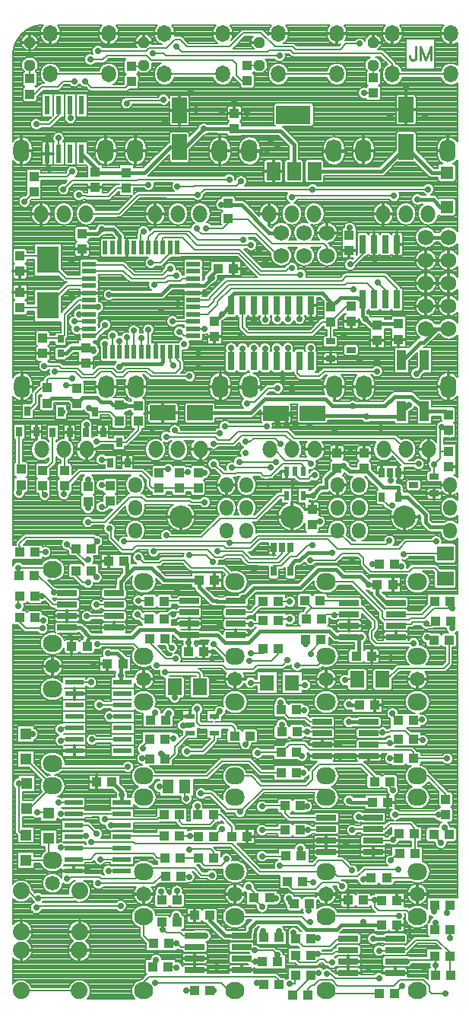
<source format=gtl>
G04 DipTrace 3.3.0.0*
G04 threshold_02a.GTL*
%MOIN*%
G04 #@! TF.FileFunction,Copper,L1,Top*
G04 #@! TF.Part,Single*
%AMOUTLINE0*
4,1,4,
0.021654,0.019685,
0.021654,-0.019685,
-0.021654,-0.019685,
-0.021654,0.019685,
0.021654,0.019685,
0*%
%AMOUTLINE3*
4,1,4,
0.035433,-0.031496,
-0.035433,-0.031496,
-0.035433,0.031496,
0.035433,0.031496,
0.035433,-0.031496,
0*%
%AMOUTLINE6*
4,1,4,
0.031496,0.035433,
0.031496,-0.035433,
-0.031496,-0.035433,
-0.031496,0.035433,
0.031496,0.035433,
0*%
%AMOUTLINE9*
4,1,4,
0.019685,-0.021654,
-0.019685,-0.021654,
-0.019685,0.021654,
0.019685,0.021654,
0.019685,-0.021654,
0*%
%AMOUTLINE12*
4,1,4,
-0.019685,0.021654,
0.019685,0.021654,
0.019685,-0.021654,
-0.019685,-0.021654,
-0.019685,0.021654,
0*%
%AMOUTLINE15*
4,1,4,
-0.021654,-0.019685,
-0.021654,0.019685,
0.021654,0.019685,
0.021654,-0.019685,
-0.021654,-0.019685,
0*%
%AMOUTLINE18*
4,1,4,
-0.055118,-0.03248,
-0.055118,0.03248,
0.055118,0.03248,
0.055118,-0.03248,
-0.055118,-0.03248,
0*%
%AMOUTLINE21*
4,1,4,
-0.031496,-0.035433,
-0.031496,0.035433,
0.031496,0.035433,
0.031496,-0.035433,
-0.031496,-0.035433,
0*%
%AMOUTLINE24*
4,1,4,
0.03248,-0.055118,
-0.03248,-0.055118,
-0.03248,0.055118,
0.03248,0.055118,
0.03248,-0.055118,
0*%
%AMOUTLINE27*
4,1,4,
0.027559,-0.027559,
0.027559,0.027559,
-0.027559,0.027559,
-0.027559,-0.027559,
0.027559,-0.027559,
0*%
%AMOUTLINE30*
4,1,4,
0.020669,0.012795,
0.020669,-0.012795,
-0.020669,-0.012795,
-0.020669,0.012795,
0.020669,0.012795,
0*%
%AMOUTLINE33*
4,1,4,
0.043307,-0.011811,
0.043307,0.011811,
-0.043307,0.011811,
-0.043307,-0.011811,
0.043307,-0.011811,
0*%
%AMOUTLINE36*
4,1,4,
-0.011811,0.021654,
0.011811,0.021654,
0.011811,-0.021654,
-0.011811,-0.021654,
-0.011811,0.021654,
0*%
%AMOUTLINE39*
4,1,4,
-0.020669,-0.012795,
-0.020669,0.012795,
0.020669,0.012795,
0.020669,-0.012795,
-0.020669,-0.012795,
0*%
%AMOUTLINE42*
4,1,4,
0.013,0.04,
-0.013,0.04,
-0.013,-0.04,
0.013,-0.04,
0.013,0.04,
0*%
%AMOUTLINE45*
4,1,4,
0.0295,0.0395,
-0.0295,0.0395,
-0.0295,-0.0395,
0.0295,-0.0395,
0.0295,0.0395,
0*%
%AMOUTLINE48*
4,1,4,
0.075,0.0395,
-0.075,0.0395,
-0.075,-0.0395,
0.075,-0.0395,
0.075,0.0395,
0*%
%AMOUTLINE51*
4,1,4,
-0.009843,0.029528,
-0.009843,-0.029528,
0.009843,-0.029528,
0.009843,0.029528,
-0.009843,0.029528,
0*%
%AMOUTLINE54*
4,1,4,
-0.029528,0.009843,
-0.029528,-0.009843,
0.029528,-0.009843,
0.029528,0.009843,
-0.029528,0.009843,
0*%
%AMOUTLINE57*
4,1,16,
0.005,-0.0375,
0.02127,-0.033786,
0.034319,-0.023381,
0.04156,-0.008345,
0.04156,0.008345,
0.034319,0.023381,
0.02127,0.033786,
0.005,0.0375,
-0.005,0.0375,
-0.02127,0.033786,
-0.034319,0.023381,
-0.04156,0.008345,
-0.04156,-0.008345,
-0.034319,-0.023381,
-0.02127,-0.033786,
-0.005,-0.0375,
0.005,-0.0375,
0*%
%AMOUTLINE60*
4,1,16,
-0.005,0.0375,
-0.02127,0.033786,
-0.034319,0.023381,
-0.04156,0.008345,
-0.04156,-0.008345,
-0.034319,-0.023381,
-0.02127,-0.033786,
-0.005,-0.0375,
0.005,-0.0375,
0.02127,-0.033786,
0.034319,-0.023381,
0.04156,-0.008345,
0.04156,0.008345,
0.034319,0.023381,
0.02127,0.033786,
0.005,0.0375,
-0.005,0.0375,
0*%
%AMOUTLINE63*
4,1,4,
-0.01378,0.016732,
-0.01378,-0.016732,
0.01378,-0.016732,
0.01378,0.016732,
-0.01378,0.016732,
0*%
%AMOUTLINE66*
4,1,8,
-0.00995,0.024021,
-0.024021,0.00995,
-0.024021,-0.00995,
-0.00995,-0.024021,
0.00995,-0.024021,
0.024021,-0.00995,
0.024021,0.00995,
0.00995,0.024021,
-0.00995,0.024021,
0*%
%AMOUTLINE69*
4,1,20,
0.032,0.0,
0.030434,-0.011434,
0.025889,-0.021748,
0.018809,-0.029934,
0.009889,-0.035189,
0.0,-0.037,
-0.009889,-0.035189,
-0.018809,-0.029934,
-0.025889,-0.021748,
-0.030434,-0.011434,
-0.032,0.0,
-0.030434,0.011434,
-0.025889,0.021748,
-0.018809,0.029934,
-0.009889,0.035189,
0.0,0.037,
0.009889,0.035189,
0.018809,0.029934,
0.025889,0.021748,
0.030434,0.011434,
0.032,0.0,
0*%
G04 #@! TA.AperFunction,Conductor*
%ADD13C,0.017*%
%ADD14C,0.007*%
G04 #@! TA.AperFunction,CopperBalancing*
%ADD15C,0.008*%
%ADD16C,0.013*%
%ADD17C,0.015*%
%ADD26R,0.043307X0.03937*%
%ADD27R,0.03937X0.043307*%
%ADD29R,0.062992X0.070866*%
%ADD30R,0.051181X0.059055*%
%ADD33R,0.047244X0.047244*%
%ADD34R,0.03937X0.086614*%
%ADD37R,0.023622X0.043307*%
%ADD41R,0.07874X0.023622*%
%ADD43R,0.043307X0.023622*%
G04 #@! TA.AperFunction,ComponentPad*
%ADD45O,0.085X0.075*%
%ADD46C,0.065*%
%ADD47C,0.068*%
%ADD50R,0.023622X0.07874*%
%ADD52R,0.025591X0.041339*%
%ADD53R,0.094488X0.11811*%
G04 #@! TA.AperFunction,ComponentPad*
%ADD54O,0.07X0.1*%
%ADD55C,0.1*%
%ADD56O,0.06X0.07*%
%ADD57O,0.064X0.074*%
%ADD58C,0.074*%
G04 #@! TA.AperFunction,ViaPad*
%ADD59C,0.027559*%
%ADD111C,0.009264*%
%ADD113OUTLINE0*%
%ADD116OUTLINE3*%
%ADD119OUTLINE6*%
%ADD122OUTLINE9*%
%ADD125OUTLINE12*%
%ADD128OUTLINE15*%
%ADD131OUTLINE18*%
%ADD134OUTLINE21*%
%ADD137OUTLINE24*%
%ADD140OUTLINE27*%
%ADD143OUTLINE30*%
%ADD146OUTLINE33*%
%ADD149OUTLINE36*%
%ADD152OUTLINE39*%
%ADD155OUTLINE42*%
%ADD158OUTLINE45*%
%ADD161OUTLINE48*%
%ADD164OUTLINE51*%
%ADD167OUTLINE54*%
G04 #@! TA.AperFunction,ComponentPad*
%ADD170OUTLINE57*%
%ADD173OUTLINE60*%
%ADD176OUTLINE63*%
G04 #@! TA.AperFunction,ComponentPad*
%ADD179OUTLINE66*%
%ADD182OUTLINE69*%
%FSLAX26Y26*%
G04*
G70*
G90*
G75*
G01*
G04 Top*
%LPD*%
X2106300Y3367310D2*
D13*
X2016111D1*
X2012319Y3363517D1*
X1949094Y3474681D2*
X1935023D1*
X1926413Y3483291D1*
X1850286D1*
X1809216Y3442222D1*
X1949094Y3474681D2*
Y3401344D1*
X1961958Y3388480D1*
X1986921Y3363517D1*
X2012319D1*
X1809216Y3442222D2*
Y3463967D1*
X1770907Y3502277D1*
X1386243D1*
X1371710Y3487744D1*
Y3447781D1*
X1368556D1*
X1330035Y3409260D1*
X1299764Y3378988D1*
X964415Y3009017D2*
X907932D1*
X881791D1*
X880131Y3010677D1*
X1071852Y3244084D2*
Y3201751D1*
X1063617Y3193516D1*
X895632D1*
X882342Y3180226D1*
X880131Y3010677D2*
X853955D1*
X840355Y3024277D1*
X802652D1*
X782665Y3044264D1*
X721055D1*
X696072Y3019281D1*
X689271D1*
X666394Y3042159D1*
X585493D1*
X563922Y3020588D1*
X803323Y3780885D2*
X784424Y3761984D1*
X718215D1*
X803323Y3780885D2*
X855550D1*
X882875Y3753559D1*
Y3700777D1*
X734813Y3263343D2*
X768603D1*
Y3249442D1*
X1205710Y3535423D2*
X1106016D1*
X1065542Y3494949D1*
X836212D1*
X1205710Y3535423D2*
X1253623D1*
X1274187Y3555987D1*
Y3569299D1*
X1314648Y3609760D1*
X1287176Y3570410D2*
X1274187Y3555987D1*
X912206Y4030079D2*
X776807D1*
X774951Y4031934D1*
Y4053953D1*
X716453Y4112452D1*
X912206Y4030079D2*
X993227D1*
X1104373Y4141224D1*
X1145082D1*
X1171531D1*
X1251769Y4221462D1*
X1386457D1*
X1647101Y4035948D2*
Y4153890D1*
X1587407Y4213584D1*
X1399974D1*
X1386457Y4227101D1*
Y4221462D1*
X1358119Y3895036D2*
Y3890264D1*
X1329012D1*
X1934197Y1697450D2*
X1892786D1*
X1888401Y1701835D1*
Y1624686D2*
X1974345D1*
X1975010Y1625352D1*
X1888401Y1280180D2*
X1895000Y1273581D1*
X1990706D1*
X1931631Y1209681D2*
X1935034Y1206278D1*
X1994236D1*
X1951863Y934511D2*
X1959460Y942108D1*
X1986418D1*
X1994794Y675726D2*
X2090369D1*
Y676820D1*
X2030010Y736621D2*
X1951863D1*
Y749299D1*
X1591703Y3766808D2*
X1538941D1*
X1417052Y3888697D1*
X1364458D1*
X1358119Y3895036D1*
X892707Y1273167D2*
Y1305219D1*
X886964Y1828992D2*
Y1806480D1*
X896093Y1797352D1*
X886964Y1828992D2*
Y1868875D1*
X896859Y1878770D1*
X892707Y1305219D2*
Y1318164D1*
X849363Y1361508D1*
X1277681Y778179D2*
Y757037D1*
X1344876Y689841D1*
X1417016D1*
X623747Y3238030D2*
X646803D1*
X672115Y3263343D1*
X734813D1*
X1951863Y736621D2*
X1854966D1*
X1833744Y715399D1*
X1701963D1*
X1667485Y749877D1*
X1481471D1*
X1454988Y723394D1*
Y707404D1*
X1437425Y689841D1*
X1417016D1*
X1689694Y2616492D2*
X1727424D1*
X1761747Y2650815D1*
X1789442D1*
Y2687753D1*
X1838106Y2736417D1*
X1835685D1*
X1632334Y2283990D2*
Y2310570D1*
X1652815Y2331050D1*
X1671585D1*
X1707762Y2367227D1*
X1815268D1*
X1731185Y2616492D2*
X1727424D1*
X1866060Y2747301D2*
X1846568D1*
X1835685Y2736417D1*
X1892050Y3787564D2*
X1889628Y3785143D1*
Y3756490D1*
X1726686Y2487911D2*
Y2501924D1*
X1760199D1*
X2106294Y2610211D2*
Y2650952D1*
X2038804D1*
X1955160Y2734596D1*
X1959415D1*
Y2721392D1*
X1891968D1*
X1866060Y2747301D1*
X2332383Y2462833D2*
Y2477885D1*
X2246231D1*
X2223669Y2500446D1*
Y2531801D1*
X2145258Y2610211D1*
X2106294D1*
X832182Y1924469D2*
X872928D1*
X896859Y1900537D1*
Y1878770D1*
X1571710Y3447781D2*
D14*
X1573647D1*
Y3388453D1*
X1459039Y3712545D2*
X1222614D1*
X1174411Y3760748D1*
X1058974D1*
X1040355Y3742130D1*
Y3700777D1*
X1621710Y3447781D2*
Y3388072D1*
X1639039Y3612161D2*
X1623676D1*
X1610508Y3598994D1*
X1502303D1*
X1409082Y3692214D1*
X1212219D1*
X1159187Y3745245D1*
X1074929D1*
X1071852Y3742168D1*
Y3700777D1*
X1521710Y3447781D2*
Y3387113D1*
X1425361Y3736706D2*
X1225521D1*
X1188478Y3773749D1*
X1033933D1*
X1008859Y3748676D1*
Y3700777D1*
X1671710Y3447781D2*
Y3389755D1*
X1676350Y3582899D2*
X1497165D1*
X1403341Y3676723D1*
X1134844D1*
Y3700777D1*
X1897991Y3445511D2*
X1879434D1*
X1809216Y3375293D1*
X1772236D1*
X1724354Y3327411D1*
X1445573D1*
X1421710Y3351274D1*
Y3447781D1*
X1806936Y3290982D2*
Y3373012D1*
X1809216Y3375293D1*
X1277392Y449039D2*
X1295802D1*
X1628113Y477593D2*
X1650862D1*
Y512769D1*
X1654526Y516433D1*
X1566995Y852146D2*
X1542937D1*
X1539991Y855092D1*
X1506993Y1037260D2*
X1610762D1*
X1612522Y1039020D1*
X2331394Y823803D2*
X2318124D1*
Y790091D1*
X2307383Y1163026D2*
X2331073Y1139336D1*
Y1136148D1*
X2327069Y1132144D1*
X2319884Y1464364D2*
X2171386D1*
Y1491030D1*
X2161603Y1500812D1*
X1716390D1*
X1691405Y1525797D1*
X1626789D1*
X1592564Y1491572D1*
X1487350Y1489054D2*
X1489869Y1491572D1*
X1592564D1*
X2261918Y2752577D2*
X2288039Y2778698D1*
Y2808093D1*
Y2908123D1*
X2296294Y2916377D1*
X2329711Y2882959D1*
X2337279Y2890528D1*
X2324458Y2903349D1*
X736130Y3849748D2*
X881731D1*
X965113Y3933130D1*
X1226505D1*
Y3928018D1*
X1255370Y3956883D1*
X1728770D1*
X2235996D1*
X2324959Y2808093D2*
X2288039D1*
X2262543Y2699589D2*
X2261918Y2752577D1*
X1371710Y3205781D2*
Y3261541D1*
X1374720Y2738675D2*
X1543735D1*
X1645992Y701299D2*
X1639502Y694810D1*
X1658160D1*
Y678079D1*
X1655825Y675744D1*
X1885644Y676820D2*
Y673420D1*
X1836193D1*
X1804219Y641446D1*
X1686615D1*
X1655825Y672236D1*
Y675744D1*
X1649016Y828941D2*
X1624865D1*
Y852205D1*
X1421710Y3205781D2*
Y3260448D1*
X1407631Y2762890D2*
X1569879D1*
X1791702Y521606D2*
X1809457D1*
X1827963Y503100D1*
X2020149D1*
Y623537D2*
X2087085D1*
X2090369Y626820D1*
Y630068D1*
X2140611D1*
X2180735Y670192D1*
X2275741D1*
X2330698Y615235D1*
Y599081D1*
Y520286D1*
X2335329Y515655D1*
X1571710Y3205781D2*
X1572442D1*
Y3260604D1*
X1527640Y2919858D2*
X1344453D1*
X1258478Y688197D2*
X1213936D1*
X1212291Y689841D1*
X1161000D1*
X1149712Y701129D1*
X1087527D1*
X1072896Y715760D1*
X1067313Y721343D1*
Y748282D1*
X1064849Y881097D2*
X1068421Y877525D1*
Y845654D1*
X1621710Y3205781D2*
X1620642D1*
Y3261760D1*
X1575912Y3086285D2*
X1534008D1*
X1474613Y3026890D1*
X1449689D1*
X1441294Y3018495D1*
X1476016Y624205D2*
X1471586D1*
X1455950Y639841D1*
X1417016D1*
X1476016Y624205D2*
X1554890D1*
X1574530Y604564D1*
X1576346Y602748D1*
Y574854D1*
X1580905Y709403D2*
X1579796Y710512D1*
X1581059Y711774D1*
Y680745D1*
X1471710Y3205781D2*
Y3260706D1*
X1434300Y2851101D2*
X1455378D1*
X1470669Y2866392D1*
X1564899D1*
X1589631Y2841660D1*
X1585828Y997175D2*
X1734607D1*
X1755938Y1018505D1*
X1858943D1*
X1903205Y974244D1*
Y1151287D2*
X1908195Y1156278D1*
X1994236D1*
X2174346Y1134865D2*
Y1160442D1*
X2157401Y1177387D1*
X2066960D1*
X2045852Y1156278D1*
X1994236D1*
X2177126Y1047793D2*
Y1132085D1*
X2174346Y1134865D1*
X1521710Y3205781D2*
X1520579D1*
Y3260602D1*
X1507369Y1254559D2*
X1506197Y1255731D1*
X1508235Y1257769D1*
X1608092D1*
X1789512Y1206278D2*
X1627459D1*
X1608092Y1225646D1*
Y1257769D1*
X1507369Y1151518D2*
X1608092D1*
X1671710Y3205781D2*
X1661707D1*
Y3153457D1*
X1676113Y3139051D1*
X1759489D1*
X1780546Y3160108D1*
X2011124D1*
X2036038Y1578664D2*
X1978323D1*
X1975010Y1575352D1*
X2036038Y1578664D2*
X2062693D1*
X2068189Y1584160D1*
X2136072D1*
X2170691Y1549541D1*
X2206142D1*
X2211097Y1544585D1*
X2207800Y1634179D2*
X2204474Y1630852D1*
X2170386D1*
X1721710Y3205781D2*
X1719968D1*
Y3260747D1*
X1588883Y1709791D2*
X1590858Y1711765D1*
Y1678525D1*
X1770286Y1625352D2*
X1717779D1*
X1699782Y1643349D1*
X1626034D1*
X1590858Y1678525D1*
X1593379Y1612201D2*
Y1582600D1*
X2310068Y2363580D2*
X2133564D1*
X2129286Y2359302D1*
X2079870Y2572415D2*
X2060110D1*
X2032395Y2600129D1*
Y2611116D1*
X2031491Y2610211D1*
X1557531Y2283990D2*
Y2309410D1*
X1593180D1*
X1632999Y2349228D1*
X1658937D1*
X1709862Y2400154D1*
X1729585D1*
X1871760Y1807860D2*
X1875121Y1811221D1*
X1925048D1*
X1234296Y1777496D2*
Y1834335D1*
X1226206Y1842425D1*
X1082816D1*
X1086962Y2442614D2*
X1095548Y2434028D1*
X1242105D1*
X1324324Y2516248D1*
X1482047D1*
X1582291Y2616492D1*
X1614891D1*
X1949094Y3716681D2*
X1949951D1*
Y3675534D1*
X1894077Y3619660D1*
Y3628290D1*
X1696115Y1786983D2*
X1649298D1*
X1639796Y1796484D1*
X2172371Y1970184D2*
X2169844Y1967656D1*
X2008991D1*
X1989046Y1987601D1*
Y2022100D1*
X2001000Y2034054D1*
Y2065987D1*
X1943432Y2123555D1*
X1727894D1*
X1724831Y2126618D1*
X1695409Y2156039D1*
X1700222Y2075604D2*
Y2102009D1*
X1724831Y2126618D1*
X1055546Y2714980D2*
X1071855Y2731290D1*
X1096395D1*
X1087652Y2873038D2*
X1300559D1*
X1314568Y2859029D1*
X1363960D1*
X1401090Y2896159D1*
X1619124D1*
X1648281Y2867003D1*
X2089278D1*
X2138716Y2817564D1*
X2334649Y2066763D2*
Y2028709D1*
X2341068Y2035127D1*
Y2123916D2*
X2324050D1*
Y2145550D1*
X2332450Y2153950D1*
X2324050Y2123916D2*
X2262617D1*
X2217942Y2079242D1*
X2159152D1*
X2150892Y2070982D1*
X2045362D1*
X2034813Y2081530D1*
Y2109163D1*
X1905642Y2238335D1*
X1788634D1*
X1638716Y2817564D2*
Y2851063D1*
X1609623Y2880156D1*
X1417593D1*
X1380697Y2843260D1*
X1293880D1*
X1254655Y2716411D2*
X1226614D1*
X1012308Y2075606D2*
X980934D1*
X961350Y2095190D1*
X965479Y2156308D2*
X1008913D1*
X1012262Y2152959D1*
X1388634Y2238335D2*
Y2250543D1*
X1339655Y2299522D1*
X1198176D1*
X1164317Y2333381D1*
X1069394D1*
X1056697Y2320684D1*
X988980D1*
X964795Y2344868D1*
X1143577Y2715314D2*
X1177121D1*
X1179958Y2718151D1*
X1579348Y2069532D2*
Y2074933D1*
X1629485D1*
Y2151247D2*
X1626769Y2153963D1*
X1576976D1*
X1619718Y1895408D2*
X1597348Y1873037D1*
X1483681D1*
X1466827Y1856182D1*
X1352181D1*
X1334480Y1873883D1*
X1045308D1*
X641559Y2725434D2*
Y2814721D1*
X638716Y2817564D1*
X2310159Y436261D2*
X2252244D1*
X2241932Y446574D1*
Y468396D1*
X2215564Y494764D1*
X2111002D1*
X2086145Y469907D1*
X1839000D1*
X1813827Y495080D1*
X1759348D1*
X1734926Y470659D1*
X1724031D1*
X1707749Y454377D1*
Y430606D1*
X1637705Y3922038D2*
X1632094Y3927648D1*
X2086345D1*
X2333127Y678572D2*
X2331846Y679853D1*
Y716559D1*
X1136546Y3969448D2*
X1206833D1*
X1209762Y3972377D1*
X1395731D1*
X1414768Y3991413D1*
X1043037Y583410D2*
X1028407Y568780D1*
Y553515D1*
X1222252Y1681549D2*
Y1622466D1*
X1235252Y1609466D1*
X1374035D1*
X1387037Y1596465D1*
Y1563386D1*
X1363594Y3999891D2*
X962555D1*
X958823Y3996159D1*
X675517D1*
X636501Y3957143D1*
X1654638Y602508D2*
Y588188D1*
X1671538Y571287D1*
X1745974D1*
X1758676Y583990D1*
X1777589D1*
X1790291Y571287D1*
X1813946D1*
X2108085Y776907D2*
X1784195D1*
X1788634Y772469D1*
X2022140Y437249D2*
X1798853D1*
X1788634Y447469D1*
X1717044Y750579D2*
X1703382D1*
X1680156Y773805D1*
X1389970D1*
X1388634Y772469D1*
X1032464Y655432D2*
X1021782D1*
X988634Y688580D1*
Y772469D1*
X1388634Y447469D2*
X1362491D1*
X1326605Y483354D1*
X1039928D1*
X1580523Y474137D2*
Y494933D1*
X1565949Y509508D1*
X1012178D1*
X988634Y485963D1*
Y447469D1*
X1205710Y3472431D2*
X1272878D1*
X1276795Y3476348D1*
Y3481849D1*
X1352237Y3557291D1*
X1857635D1*
X1876319Y3575975D1*
X2046266D1*
X2099094Y3523147D1*
Y3474681D1*
X1205710Y3409438D2*
X1269294D1*
X1312463Y3452608D1*
Y3464159D1*
X1371357Y3523053D1*
X1895858D1*
X1898846Y3520064D1*
X1907232D1*
X2015420Y3548062D2*
X2049094Y3514387D1*
Y3474681D1*
X1205710Y3440934D2*
X1269985D1*
X1293808Y3464757D1*
Y3473558D1*
X1360202Y3539952D1*
X1871651D1*
X1877960Y3546261D1*
X1968453D1*
X1999094Y3515619D1*
Y3474681D1*
X2312067Y1286000D2*
Y1309755D1*
X2234487Y1387335D1*
X2188634D1*
X1618771Y926520D2*
Y915640D1*
X1641680Y892732D1*
X1742265D1*
X1771396Y921864D1*
X1842850D1*
X1859890Y904824D1*
X2000374Y1363862D2*
Y1383752D1*
X1946245Y1437881D1*
X1756681D1*
X1728102Y1409302D1*
Y1373369D1*
X1701539Y1346806D1*
X1502155D1*
X1461626Y1387335D1*
X1388634D1*
X1592474Y1402201D2*
Y1403318D1*
X1502220D1*
X1452236Y1453302D1*
X1330430D1*
X1264463Y1387335D1*
X988634D1*
X749017Y3440934D2*
X787265D1*
X780394Y2853156D2*
X876681D1*
X880189Y2849648D1*
X912882D1*
X964415Y2901181D1*
Y2942088D1*
X749017Y3409438D2*
X705504D1*
X748848Y2999639D2*
X765345Y2983142D1*
X773499D1*
X840737D1*
X880131Y2943748D1*
X749017Y3377942D2*
X684047D1*
X649378Y3098848D2*
X683434D1*
X696072Y3086210D1*
X626127Y2983252D2*
X630741D1*
X749017Y3346446D2*
Y3344938D1*
X695016D1*
X674771Y3130287D2*
X572043D1*
X563922Y3122167D1*
Y3087517D1*
X479673Y2985479D2*
X480411D1*
X513510Y3018579D1*
Y3060703D1*
X540324Y3087517D1*
X563922D1*
X1788634Y969584D2*
X1817311D1*
X1838584Y948311D1*
X1926374D1*
X1957832Y979769D1*
X2106342D1*
X1788634Y969584D2*
X1496603D1*
X1374170Y1092017D1*
X950492D1*
X942153Y1100356D1*
X758630D1*
X803863Y2567043D2*
X807715Y2563192D1*
X820920D1*
X841123Y2583395D1*
Y2590684D1*
X489626Y4440868D2*
Y4499072D1*
X488363Y4500335D1*
X1788634Y1294584D2*
Y1330167D1*
X1510282D1*
X1411534Y1231419D1*
Y1241681D1*
X1355233D1*
X1285248Y1311667D1*
X1239627D1*
X1255937Y2586743D2*
X1197731D1*
X1192581Y2591892D1*
X996901D1*
X978865Y2609929D1*
X928103D1*
X818694Y2500520D1*
X744405D1*
Y2561399D2*
Y2587671D1*
X934617Y4495524D2*
X983552D1*
X988363Y4500335D1*
X988634Y969584D2*
X1002861D1*
X1019051Y985774D1*
X1210754D1*
X1242996Y953533D1*
X1286959D1*
X988634Y969584D2*
X980918D1*
X950379Y939045D1*
X802307D1*
X795064Y946287D1*
X670434D1*
X661581Y937434D1*
X652626D1*
X554052Y2619679D2*
X546030Y2627701D1*
Y2658285D1*
X1442048Y4499406D2*
X1493684D1*
X1494613Y4500335D1*
X887564Y819496D2*
X525451D1*
X516897Y810942D1*
X441791Y2628427D2*
X463838Y2650474D1*
X450512Y2663801D1*
X1995996Y4445349D2*
Y4498952D1*
X1994613Y4500335D1*
X1473118Y2364211D2*
X1531454D1*
X1557531Y2390289D1*
X2106960Y2680039D2*
Y2715844D1*
X2106294Y2716511D1*
X1641949Y2670415D2*
X1544315D1*
X1530236Y2656336D1*
X1205710Y3314950D2*
X1165971D1*
X1147691Y3333230D1*
X1144869D1*
X1009719Y3976609D2*
X898747D1*
X912206Y3963150D1*
X872635D1*
X835796Y3926311D1*
X737033D1*
X736033Y3927311D1*
X703741D1*
Y3931547D1*
X614859Y4181631D2*
X616453Y4180038D1*
Y4112452D1*
X444605Y2175656D2*
X438634D1*
Y2131584D1*
Y2300333D2*
Y2270245D1*
X441879Y2267000D1*
X438634Y2300333D2*
X581176D1*
X588634Y2292875D1*
X841123Y2657613D2*
X807632D1*
X803892Y2661353D1*
Y2773824D2*
X828060D1*
X842787Y2759097D1*
X744405Y2654600D2*
Y2685814D1*
X737060Y2925419D2*
Y2892591D1*
X736097D1*
X546030Y2725214D2*
X549987D1*
X588726Y2763953D1*
Y2892701D1*
X1788634Y1913335D2*
Y1907957D1*
X1753086Y1872410D1*
X1660891D1*
X1721185Y2755598D2*
X1707048Y2769735D1*
X1608942D1*
X1561113Y2817564D1*
X1540291D1*
X489626Y4373938D2*
X509841D1*
X541119Y4405217D1*
X610286D1*
X634894Y4429824D1*
X684109D1*
X819585Y3362780D2*
Y3358547D1*
X775988Y3314950D1*
X749017D1*
X934617Y4428595D2*
Y4428324D1*
X907176Y4400883D1*
X759652D1*
X730630Y4429906D1*
X819761Y3279941D2*
Y3244206D1*
X819883Y3244084D1*
X1442048Y4432476D2*
X1416719D1*
X1393912Y4455284D1*
Y4506625D1*
X1376750Y4523786D1*
X1020715D1*
X1001123Y4543378D1*
X827622D1*
X809917Y4525673D1*
X754149D1*
X853177Y3315921D2*
X851379Y3317719D1*
Y3244084D1*
X1995996Y4378420D2*
X1954541D1*
X1935631Y4593976D2*
X1875542D1*
X1849995Y4568429D1*
X1655243D1*
X1642974Y4580698D1*
X1563331D1*
X1503174Y4640854D1*
X1425892D1*
X1366342Y4581305D1*
X1179643D1*
X1147454Y4613494D1*
X1125724D1*
X1087903Y4575672D1*
X1012258D1*
X998920Y4562333D1*
X786932D1*
X880875Y3293537D2*
X882875Y3291537D1*
Y3244084D1*
X1212291Y639841D2*
X1151010D1*
X1135420Y655432D1*
X1132077D1*
X1099394D1*
X1132077Y550500D2*
X1129063Y553515D1*
X1095336D1*
X1175317Y448003D2*
X1176354Y449039D1*
X1210463D1*
X1132077Y776488D2*
X1134243Y774323D1*
Y748282D1*
X1134328Y884665D2*
X1135350Y883643D1*
Y845654D1*
X1675021Y1151518D2*
X1707132D1*
X1784752D1*
X1789512Y1156278D1*
X1685701Y926520D2*
X1727061D1*
X1730118Y923463D1*
X1675653Y1069869D2*
Y1042818D1*
X1679451Y1039020D1*
X1707132Y1152316D2*
Y1151518D1*
X1703635Y1255249D2*
X1701115Y1257769D1*
X1675021D1*
X2053348Y942108D2*
X2161157D1*
X2188634Y969584D1*
X1509417Y574854D2*
X1473987D1*
X1460723D1*
X1445736Y589841D1*
X1417016D1*
X1513594Y474137D2*
Y483853D1*
X1484569D1*
X1477130Y574018D2*
X1473987D1*
Y574854D1*
X1510869Y707638D2*
Y684007D1*
X1514130Y680745D1*
X1507852Y815509D2*
X1473061Y850299D1*
Y855092D1*
Y878521D1*
X1449100Y902483D1*
X1435020Y1527122D2*
X1445002D1*
Y1554423D1*
X1453966Y1563386D1*
X2104457Y1464364D2*
X2069863D1*
X2067639Y1531944D2*
X1981602D1*
X1975010Y1525352D1*
X2067639Y1531944D2*
X2086165D1*
X2103762Y1549541D1*
X2079182Y1662210D2*
Y1655126D1*
X2103457Y1630852D1*
X2067303Y1363862D2*
Y1339516D1*
X2080800Y1326018D1*
X1660308Y1582600D2*
X1705858D1*
X1763038D1*
X1770286Y1575352D1*
X1691668Y1675328D2*
X1688471Y1678525D1*
X1657787D1*
X1682428Y1476454D2*
X1659493D1*
Y1491572D1*
X1688534Y1403962D2*
X1659403D1*
Y1402201D1*
X1632334Y2390289D2*
Y2372637D1*
X1582795Y2323097D1*
X1448383D1*
X1416810Y2354671D1*
X1343295D1*
X1335228Y2346604D1*
X1300593D1*
X1268345Y2378852D1*
X1038321D1*
X1031564Y2372095D1*
X1114160Y3379116D2*
X1115333Y3377942D1*
X1205710D1*
X1699143Y1984079D2*
Y1966205D1*
X1719366Y2333450D2*
X1827642D1*
X1856985Y2362793D1*
X1931124D1*
X1952539Y2341378D1*
Y2315593D1*
X1984539Y2283593D1*
X2150198D1*
X2166736Y2300131D1*
X2263281D1*
X2310068Y2253344D1*
X1737023Y2704975D2*
X1724601D1*
X1714756Y2695129D1*
Y2693887D1*
X1710004Y2689135D1*
X1670871D1*
X1658025Y2701980D1*
Y2722791D1*
X1652292D1*
X1889577Y2096983D2*
X1834502D1*
X1788530D1*
X1767151Y2075604D1*
X1766072Y1984079D2*
Y1978438D1*
X1720219Y1932585D1*
Y1923532D1*
X1825413Y2093646D2*
X1834502D1*
Y2096983D1*
X1762338Y2156039D2*
X1880521D1*
X1889577Y2146983D1*
X1594933Y2390289D2*
Y2361332D1*
X1572894Y2339293D1*
X1454729D1*
X1423055Y2370967D1*
X1313126D1*
X2035285Y1811221D2*
X2055588D1*
X2104937Y1860570D1*
X2305558D1*
X2327397Y1882410D1*
Y1982689D1*
X2094302Y2046983D2*
Y2053865D1*
X2160075D1*
X2169296Y2063087D1*
X2226844D1*
Y2055974D1*
Y2046983D1*
X2247941D1*
X2267720Y2066763D1*
X2231802Y1994092D2*
X2271871D1*
X2260468Y1982689D1*
X2094302Y2096983D2*
X2208554D1*
X2265521Y2153950D1*
X1013853Y1990219D2*
Y1972832D1*
X1085786Y1900899D1*
X1127657D1*
X1123762Y1732444D2*
X1124060Y1732742D1*
Y1777496D1*
X1994236Y1106278D2*
X2078831D1*
X2082804Y1110252D1*
X2107417Y1134865D1*
X2072955Y1017490D2*
X2103258Y1047793D1*
X2110197D1*
X2090105Y1219071D2*
X2280529D1*
X2312067D1*
X2260140Y1132144D2*
Y1127587D1*
X2292055Y1095672D1*
X2282147Y1218018D2*
X2280529D1*
Y1219071D1*
X1187296Y2104064D2*
X1107695D1*
X1105950Y2102319D1*
X1079237Y2075606D1*
X1080782Y1990219D2*
Y1981231D1*
X1111953Y1950062D1*
X1117677Y2097032D2*
X1111237D1*
X1105950Y2102319D1*
X1187296Y2154064D2*
X1080296D1*
X1079191Y2152959D1*
X1578870Y1946282D2*
Y1922232D1*
X1548056Y1891419D1*
X1453021D1*
X1456875Y1797175D2*
X1529560D1*
Y1796484D1*
X1392021Y2054064D2*
X1456737D1*
X1496951D1*
X1512418Y2069532D1*
X1511941Y1946282D2*
Y1926520D1*
X1457392D1*
X1456737Y2052885D2*
Y2054064D1*
X1392021Y2104064D2*
X1460148D1*
X1510047Y2153963D1*
X857702Y2088051D2*
X739663D1*
X743736Y2234871D2*
X721601D1*
X691740Y2264732D1*
Y2286671D1*
X746365Y2335858D2*
X736602Y2326096D1*
X692075Y2370622D1*
Y2383057D1*
X1226614Y2649482D2*
X1144674D1*
X1143577Y2648385D1*
X1055879D1*
X1055546Y2648051D1*
X692075Y2383057D2*
X672433D1*
X652363Y2403127D1*
X637824Y2621661D2*
Y2654770D1*
X641559Y2658505D1*
X645841D1*
X708777Y2721442D1*
X982526D1*
X1013533Y2690434D1*
Y2660314D1*
X1025795Y2648051D1*
X1055546D1*
X652978Y2138051D2*
X592852D1*
X555247Y2175656D1*
X540987D1*
X511534D1*
X510506Y2368205D2*
X557156D1*
X540987Y2176616D2*
Y2175656D1*
X547077Y2068903D2*
X515048D1*
Y2076818D1*
X510229Y2081637D1*
X652978Y2188051D2*
X604039D1*
X573556Y2218534D1*
X525090Y2267000D1*
X508808D1*
X443300Y2081637D2*
Y2062973D1*
X471559Y2034714D1*
X543698D1*
X595470Y2190692D2*
X600177D1*
X573556Y2217312D1*
Y2218534D1*
X1737101Y4035948D2*
D13*
X2031067D1*
X2138870Y4143751D1*
X2317264Y4029685D2*
X2252936D1*
X2138870Y4143751D1*
X749017Y3472431D2*
D14*
X703359D1*
X640186Y3409257D1*
Y3317452D1*
X627219Y3304484D1*
X545290D1*
X620285D1*
X623747Y3301022D1*
X2193838Y2754730D2*
X2131689D1*
X2068854Y2817564D1*
X2040291D1*
X1689694Y2722791D2*
Y2746661D1*
X1679783Y2756572D1*
X1598145D1*
X1544677Y2703104D1*
X1512128D1*
X1500037Y2715196D1*
X1393624D1*
X1389997Y2711568D1*
X1338001D1*
X1295678Y2753891D1*
X1321157Y2887511D2*
X1139687D1*
X1125782Y2901416D1*
X1117922Y3185583D2*
Y3188606D1*
X1103348Y3203181D1*
Y3244084D1*
X857702Y2138051D2*
X780903D1*
Y2257772D2*
X758669Y2280005D1*
Y2286671D1*
X783905Y2415822D2*
X759004Y2390920D1*
Y2383057D1*
X783905Y2415822D2*
Y2416745D1*
X767064Y2433587D1*
X471546D1*
X442825Y2404866D1*
Y2396337D1*
X443577D1*
Y2368205D1*
X1388634Y1913335D2*
X1347582D1*
X1294626Y1966291D1*
X1291922Y2324730D2*
X1262375Y2354277D1*
X1188105D1*
X988634Y1913335D2*
Y1924327D1*
X946121Y1966840D1*
X785617D1*
X2268400Y515655D2*
Y558633D1*
Y594450D1*
X2263769Y599081D1*
X2268400Y745642D2*
X2274261Y739781D1*
X2264917Y730437D1*
Y716559D1*
X2090369Y576820D2*
X2139991D1*
Y582316D1*
X2247004D1*
X2263769Y599081D1*
X2122999Y470470D2*
X2122290D1*
X2089069Y437249D1*
X2261943Y794305D2*
X2264464Y791782D1*
Y823803D1*
X2087569Y2316663D2*
Y2306919D1*
X2117409D1*
X2001666Y844247D2*
X1952846D1*
X1952345Y844748D1*
X2001666Y844247D2*
X2029728D1*
X2031639Y842336D1*
X2188634Y772469D2*
X2170354D1*
X2142491Y800332D1*
X2017722D1*
X2001666Y816387D1*
Y844247D1*
X1365310Y2410011D2*
X1459487D1*
X1488727Y2439251D1*
X1838634D1*
Y2462833D1*
Y2460004D1*
X1896942Y2401696D1*
X2050349D1*
X2066291Y2417638D1*
X2072640Y2681903D2*
Y2716511D1*
X2068892D1*
X1351134Y2462833D2*
X1339673D1*
X1365310Y2410011D2*
Y2413983D1*
X902459D1*
X1034942Y3537381D2*
X1046485Y3548924D1*
X1086489D1*
X1094644Y3557079D1*
X1149180D1*
X1159020Y3566919D1*
X1205710D1*
X892707Y1223167D2*
X680109D1*
X623672D1*
Y1074908D2*
X678367D1*
X680109Y1073167D1*
X892707D1*
X623333Y1593081D2*
X627603Y1597352D1*
X683495D1*
X1885644Y626820D2*
Y619461D1*
X1828248D1*
X1816754Y607967D1*
X1752296D1*
X1727026D1*
X1721567Y602508D1*
X1640820Y430606D2*
X1642459D1*
X1724871Y513018D1*
X1721455Y516433D1*
X1752296Y677424D2*
X1750617Y675744D1*
X1722754D1*
X1711750Y798226D2*
X1715774Y794202D1*
Y829112D1*
X1715945Y828941D1*
X1755571Y526969D2*
X1728471D1*
X1721455Y519953D1*
Y516433D1*
X892707Y1173167D2*
X845438D1*
X839165Y1648929D2*
X894516D1*
X896093Y1647352D1*
X892707Y1023167D2*
X796875D1*
X793337Y1699163D2*
X894282D1*
X896093Y1697352D1*
X680109Y1273167D2*
Y1271667D1*
X614674D1*
X625151Y1543568D2*
X628934Y1547352D1*
X683495D1*
X1293299Y1218557D2*
X1323408D1*
X1375257Y1166707D1*
Y1123488D1*
X1293299Y1218557D2*
Y1192669D1*
X1277491Y1176861D1*
X1158109D1*
X1144206Y1190764D1*
Y1218119D1*
X1146109Y1126983D2*
X1193048D1*
X1224250D1*
X1227352Y1123882D1*
X1223640Y1256316D2*
X1226370Y1253587D1*
Y1218557D1*
X1148163Y1030001D2*
Y1029323D1*
X1226859D1*
X1227191Y1029655D1*
Y1023437D1*
X1255236Y995392D1*
X1328428D1*
X1357978Y1024942D1*
X1351159D1*
X1330254Y1156454D2*
X1326853D1*
X1294281Y1123882D1*
X1169373Y1341892D2*
Y1295975D1*
X1175728Y1289619D1*
X1188121Y947043D2*
X1185487Y949677D1*
X1151270D1*
X1294121Y1029655D2*
Y1055490D1*
X1280493Y1069117D1*
X1189268D1*
X1187016Y1066865D1*
X588634Y1443084D2*
Y1423942D1*
X923824D1*
X919547Y1428219D1*
X984999Y1507508D2*
Y1519011D1*
X1015869Y1549881D1*
X749017Y3535423D2*
X654858D1*
X567296Y3447861D1*
X446002Y3438417D2*
X557853D1*
X567296Y3447861D1*
X749017Y3566919D2*
X647866D1*
X567296Y3647488D1*
X445794Y3664714D2*
X550071D1*
X567296Y3647488D1*
X450512Y2730730D2*
Y2734757D1*
X442271Y2742997D1*
Y2894928D1*
X1103348Y3700777D2*
Y3677640D1*
X1060999Y3635291D1*
X1019097D1*
X756827Y1797601D2*
X756577Y1797352D1*
X683495D1*
X1082475Y1463822D2*
X1101239D1*
X1124415Y1486997D1*
Y1514612D1*
X1184957Y1575154D1*
X1191097D1*
X1082475Y1463822D2*
Y1484147D1*
X1066338D1*
X1039834Y1664827D2*
X1018080Y1643072D1*
Y1633234D1*
X1094569Y1341892D2*
X1057096D1*
X982922Y1465042D2*
X1014325D1*
X1015546Y1463822D1*
X616453Y4325050D2*
Y4282734D1*
X575882Y4242163D1*
X517476D1*
X500218Y1571857D2*
X471855D1*
X571397Y1225188D2*
Y1228354D1*
X520711D1*
X474915Y1355186D2*
X440882D1*
X466096Y3903015D2*
X507623Y3944542D1*
Y3944913D1*
X472203Y1130117D2*
X456215D1*
X440882Y1145450D1*
Y1355186D1*
X2325534Y3746722D2*
D13*
X2225534D1*
X2184161Y3150480D2*
X2219041Y3185360D1*
Y3209329D1*
X472203Y1019881D2*
D14*
X587837D1*
X588634Y1019084D1*
X571397Y1114952D2*
Y1036320D1*
X588634Y1019084D1*
X1081233Y1030001D2*
X1048698D1*
X1031260Y1047440D1*
X777617D1*
X753344Y1023167D1*
X680109D1*
X1084341Y949677D2*
X1063442D1*
X1031417Y917652D1*
X789312D1*
X783249Y1134434D2*
X744517Y1173167D1*
X680109D1*
X1079180Y1126983D2*
X896523D1*
X892707Y1123167D1*
X1077277Y1218119D2*
X1070428D1*
X1049691Y1197383D1*
X816917D1*
X833547Y973167D2*
X892707D1*
X1297396Y1575154D2*
Y1545651D1*
X1247656Y1495911D1*
X1177462D1*
X1119628Y1553744D2*
X1122632Y1556748D1*
X1082798D1*
Y1549881D1*
X1099534Y1663837D2*
X1085009D1*
Y1633234D1*
X474915Y1244950D2*
X489500D1*
X588634Y1344084D1*
X471854Y1461621D2*
Y1460864D1*
X588634Y1344084D1*
X507623Y4011843D2*
X652542D1*
X675068Y4034369D1*
X667278Y4268066D2*
X666453Y4268891D1*
Y4325050D1*
X680109Y1123167D2*
X732422D1*
X736504Y1127248D1*
X761292Y1548011D2*
X761951Y1547352D1*
X896093D1*
X2325534Y3346722D2*
D13*
X2225534D1*
X2119041Y3209329D2*
X2124387D1*
X2202190Y3287133D1*
X2214582D1*
X2274172Y3346722D1*
X2325534D1*
X1791703Y3666808D2*
D14*
Y3706467D1*
X1778292Y3719878D1*
X1756438D1*
X1755529Y3718969D1*
X1552257D1*
X1444792Y3826433D1*
X1358119D1*
Y3810232D1*
X1334705Y3786818D1*
X1262559D1*
X1131833Y3580368D2*
X1094787D1*
X1078649Y3564230D1*
X934472D1*
X899698Y3599004D1*
X801565D1*
X800976Y3598415D1*
X749017D1*
X1358119Y3828106D2*
Y3826433D1*
X749017Y3629911D2*
Y3626816D1*
X897903D1*
X943581Y3581138D1*
X1070716D1*
X1099266Y3609688D1*
X1104165D1*
X1220227Y3784154D2*
Y3782655D1*
X1230720D1*
X1224983Y3776917D1*
X1240520Y3761382D1*
X1482403D1*
X1576976Y3666808D1*
X1591703D1*
X914371Y3244084D2*
Y3308152D1*
X579384Y4461335D2*
X835384D1*
X945867Y3244084D2*
Y3337979D1*
X913954Y4333870D2*
X924397Y4344314D1*
X1069664D1*
X1075164Y4349814D1*
X1079384Y4461335D2*
X1335384D1*
X977363Y3244084D2*
Y3304564D1*
X1029891Y4552340D2*
X1073362D1*
X1084355Y4541347D1*
X1584458D1*
X1579384Y4461335D2*
X1835384D1*
X2335384Y4461333D2*
X2079384D1*
Y4505268D1*
X2032243Y4552410D1*
X1643841D1*
X1631487Y4564764D1*
X1538478D1*
X1531396Y4557682D1*
X1155890D1*
X1131896Y4581676D1*
X1008918Y3341768D2*
X1008859Y3341709D1*
Y3244084D1*
X450983Y884584D2*
X482441D1*
X511060Y855965D1*
X525400D1*
X678363D1*
X706983Y884584D1*
X1134844Y3244084D2*
Y3212312D1*
X1148140Y3199016D1*
Y3172585D1*
X1127905Y3152350D1*
X1030862D1*
X1009556Y3173656D1*
X912212D1*
X894282Y3155726D1*
X871388D1*
X853458Y3173656D1*
X791853D1*
X764933Y3146736D1*
X723867D1*
X697605Y3172999D1*
X628378D1*
X618054Y3183323D1*
X553069D1*
X525400Y853244D2*
Y855965D1*
X450332Y447335D2*
X706332D1*
X1205710Y3346446D2*
X1253716D1*
X1189848Y3137399D2*
X1020499D1*
X997352Y3160546D1*
X922044D1*
X898138Y3136639D1*
X868358D1*
X846379Y3158618D1*
X802852D1*
X775678Y3131445D1*
X716153D1*
X689253Y3158345D1*
X598710D1*
X2270747Y2415272D2*
X2253925D1*
X2253262Y2414609D1*
X2139499D1*
X2110451Y2385562D1*
Y2381658D1*
X1836778D1*
X1794187Y2424248D1*
X1494900D1*
X1455674Y2385022D1*
X1349002D1*
X1338279Y2395745D1*
X955984D1*
X938529Y2378290D1*
X896073D1*
X846103Y2428260D1*
Y2462824D1*
X838205Y2470723D1*
X987812Y3773529D2*
X975170Y3760887D1*
Y3702970D1*
X977363Y3700777D1*
X2119041Y2984526D2*
D13*
Y2960854D1*
X1966565D1*
Y2965925D1*
X1739845D1*
X1729261Y2976509D1*
X2317264Y3880079D2*
X2289363D1*
X2256623Y3912819D1*
X2188081D1*
X2151194Y3012881D2*
X2122840Y2984526D1*
X2119041D1*
X857702Y2188051D2*
X887430D1*
Y2240553D1*
X916128Y2269251D1*
X946182Y2299305D1*
X1023181D1*
X1076764Y2245722D1*
X1232278D1*
X1392021Y2154064D2*
Y2151555D1*
X1307350D1*
Y2154064D1*
X1292306D1*
X1232278Y2214092D1*
Y2245722D1*
X1392021Y2154064D2*
X1414197D1*
X1471992Y2211860D1*
X1675155D1*
X1755004Y2291709D1*
X1832187D1*
X1862358Y2261538D1*
X1939229D1*
X1975424Y2225344D1*
X2013218D1*
X2094302Y2146983D2*
X2051303D1*
X2013218Y2185068D1*
Y2225344D1*
X2020640Y2316663D2*
X1992145D1*
X1297396Y1649957D2*
Y1645651D1*
X1322908Y1671163D1*
X1425487Y2167549D2*
X1409493Y2151555D1*
X1392021D1*
X916128Y2269251D2*
Y2314214D1*
X902579Y2327764D1*
X1234327Y2977697D2*
X1457369D1*
X1517488Y3037816D1*
X1784858D1*
X1814182Y3008494D1*
X1905453D1*
X2045300D1*
X2087052Y3050245D1*
X2162689D1*
X2199989Y3012944D1*
X2203148D1*
X2219041Y2997051D1*
Y2984526D1*
X1187296Y2004064D2*
X1146795D1*
X1121970Y2028890D1*
X970413D1*
X937795Y1996272D1*
X752785D1*
X711005Y2038051D1*
X652978D1*
X740174Y1955239D2*
Y1983661D1*
X752785Y1996272D1*
X1187296Y2004064D2*
X1312866D1*
X1343806Y1973125D1*
X1447243D1*
X1497718Y2023600D1*
X1800917D1*
X1827534Y1996983D1*
X1850484D1*
X1889577D1*
X1850484D2*
X1942358D1*
X1932943Y1987568D1*
Y1915249D1*
X1918012D1*
X1920000Y1913261D1*
X2219041Y2984526D2*
X2310210D1*
X2324458Y2970278D1*
X1185834Y1933429D2*
Y1972805D1*
Y2002602D1*
X1187296Y2004064D1*
X1191097Y1612555D2*
Y1609803D1*
X1160657D1*
D59*
X882342Y3180226D3*
X907932Y3009017D3*
X803323Y3780885D3*
X882342Y3180226D3*
X803323Y3780885D3*
X768603Y3249442D3*
X836212Y3494949D3*
X1287176Y3570410D3*
X1330035Y3409260D3*
X1251769Y4221462D3*
X1329012Y3890264D3*
X1888401Y1701835D3*
Y1624686D3*
Y1280180D3*
X1931631Y1209681D3*
X1951863Y934511D3*
X1994794Y675726D3*
X1951863Y749299D3*
X892707Y1305219D3*
X886964Y1828992D3*
D3*
X1815268Y2367227D3*
X1731185Y2616492D3*
X1888401Y1701835D3*
X1815268Y2367227D3*
X1866060Y2747301D3*
X1961958Y3388480D3*
X1892050Y3787564D3*
X1961958Y3388480D3*
X1760199Y2501924D3*
X1866060Y2747301D3*
X832182Y1924469D3*
X1573647Y3388453D3*
X1459039Y3712545D3*
X1621710Y3388072D3*
X1639039Y3612161D3*
X1521710Y3387113D3*
X1425361Y3736706D3*
X1671710Y3389755D3*
X1676350Y3582899D3*
X1295802Y449039D3*
X1628113Y477593D3*
X1566995Y852146D3*
X1506993Y1037260D3*
X2318124Y790091D3*
X2307383Y1163026D3*
X2319884Y1464364D3*
X1487350Y1489054D3*
X2261918Y2752577D3*
X1226505Y3933130D3*
X1728770Y3956883D3*
X2235996D3*
X2261918Y2752577D3*
X2296294Y2916377D3*
X1371710Y3261541D3*
X1374720Y2738675D3*
X1543735D3*
X1645992Y701299D3*
X1624865Y852205D3*
X1421710Y3260448D3*
X1407631Y2762890D3*
X1569879D3*
X1791702Y521606D3*
X2020149Y503100D3*
Y623537D3*
X1572442Y3260604D3*
X1527640Y2919858D3*
X1344453D3*
X1258478Y688197D3*
X1064849Y881097D3*
X1072896Y715760D3*
X1620642Y3261760D3*
X1575912Y3086285D3*
X1441294Y3018495D3*
X1476016Y624205D3*
D3*
X1580905Y709403D3*
X1574530Y604564D3*
X1471710Y3260706D3*
X1434300Y2851101D3*
X1589631Y2841660D3*
X1585828Y997175D3*
X1903205Y974244D3*
Y1151287D3*
X1520579Y3260602D3*
X1507369Y1254559D3*
Y1151518D3*
X2011124Y3160108D3*
X2036038Y1578664D3*
D3*
X2211097Y1544585D3*
X2207800Y1634179D3*
X1719968Y3260747D3*
X1588883Y1709791D3*
X1593379Y1612201D3*
X2129286Y2359302D3*
X2079870Y2572415D3*
X1729585Y2400154D3*
X1871760Y1807860D3*
X1082816Y1842425D3*
X1086962Y2442614D3*
X1894077Y3628290D3*
X1696115Y1786983D3*
X2172371Y1970184D3*
X1096395Y2731290D3*
X1087652Y2873038D3*
X2341068Y2035127D3*
Y2123916D3*
X1293880Y2843260D3*
X1254655Y2716411D3*
X961350Y2095190D3*
X965479Y2156308D3*
X964795Y2344868D3*
X1179958Y2718151D3*
X1629485Y2074933D3*
Y2151247D3*
X1619718Y1895408D3*
X1045308Y1873883D3*
X1629485Y2074933D3*
X2310159Y436261D3*
X1637705Y3922038D3*
X2086345Y3927648D3*
X2333127Y678572D3*
X1136546Y3969448D3*
X1414768Y3991413D3*
X1043037Y583410D3*
X636501Y3957143D3*
X1813946Y571287D3*
X2108085Y776907D3*
X1717044Y750579D3*
X1039928Y483354D3*
X1907232Y3520064D3*
X2015420Y3548062D3*
X1859890Y904824D3*
X787265Y3440934D3*
X780394Y2853156D3*
X705504Y3409438D3*
X748848Y2999639D3*
X684047Y3377942D3*
X649378Y3098848D3*
X630741Y2983252D3*
X695016Y3344938D3*
X674771Y3130287D3*
X2106342Y979769D3*
X758630Y1100356D3*
X803863Y2567043D3*
X1411534Y1231419D3*
X1239627Y1311667D3*
X1255937Y2586743D3*
X744405Y2500520D3*
Y2561399D3*
X1286959Y953533D3*
X652626Y937434D3*
X554052Y2619679D3*
X887564Y819496D3*
X516897Y810942D3*
X441791Y2628427D3*
X1144869Y3333230D3*
X1009719Y3976609D3*
X703741Y3931547D3*
X614859Y4181631D3*
X438634Y2131584D3*
Y2300333D3*
D3*
X803892Y2661353D3*
Y2773824D3*
X744405Y2685814D3*
X737060Y2925419D3*
X1660891Y1872410D3*
X1721185Y2755598D3*
X684109Y4429824D3*
X819585Y3362780D3*
X730630Y4429906D3*
X819761Y3279941D3*
X754149Y4525673D3*
X853177Y3315921D3*
X1954541Y4378420D3*
X1935631Y4593976D3*
X786932Y4562333D3*
X880875Y3293537D3*
X1132077Y550500D3*
Y655432D3*
X1175317Y448003D3*
X1132077Y776488D3*
Y655432D3*
X1134328Y884665D3*
X1730118Y923463D3*
X1675653Y1069869D3*
X1707132Y1152316D3*
X1703635Y1255249D3*
X1484569Y483853D3*
X1477130Y574018D3*
X1510869Y707638D3*
X1507852Y815509D3*
X1449100Y902483D3*
X1435020Y1527122D3*
X2069863Y1464364D3*
X2067639Y1531944D3*
D3*
X2079182Y1662210D3*
X2080800Y1326018D3*
X2069863Y1464364D3*
X1691668Y1675328D3*
X1705858Y1582600D3*
X1682428Y1476454D3*
X1705858Y1582600D3*
X1688534Y1403962D3*
X1031564Y2372095D3*
X1114160Y3379116D3*
X1699143Y1966205D3*
X1719366Y2333450D3*
X1737023Y2704975D3*
X1720219Y1923532D3*
X1825413Y2093646D3*
X1313126Y2370967D3*
X2231802Y1994092D3*
X2226844Y2055974D3*
X1127657Y1900899D3*
X1123762Y1732444D3*
X2072955Y1017490D3*
X2082804Y1110252D3*
X2090105Y1219071D3*
X2082804Y1110252D3*
X2292055Y1095672D3*
X2282147Y1218018D3*
X1111953Y1950062D3*
X1117677Y2097032D3*
X1453021Y1891419D3*
X1456875Y1797175D3*
X1457392Y1926520D3*
X1456737Y2052885D3*
X739663Y2088051D3*
X743736Y2234871D3*
X746365Y2335858D3*
X652363Y2403127D3*
X637824Y2621661D3*
X557156Y2368205D3*
X540987Y2176616D3*
X547077Y2068903D3*
X543698Y2034714D3*
X595470Y2190692D3*
X2193838Y2754730D3*
X1295678Y2753891D3*
X1321157Y2887511D3*
X1125782Y2901416D3*
X1117922Y3185583D3*
X780903Y2138051D3*
Y2257772D3*
X783905Y2415822D3*
D3*
X1294626Y1966291D3*
X1291922Y2324730D3*
X1188105Y2354277D3*
X785617Y1966840D3*
X2268400Y745642D3*
Y558633D3*
X2122999Y470470D3*
X2139991Y576820D3*
X2261943Y794305D3*
X2117409Y2306919D3*
X2001666Y844247D3*
D3*
D3*
X1365310Y2410011D3*
X2066291Y2417638D3*
X2072640Y2681903D3*
X902459Y2413983D3*
X1034942Y3537381D3*
X1365310Y2410011D3*
X623672Y1223167D3*
Y1074908D3*
X623333Y1593081D3*
X623672Y1223167D3*
X1752296Y677424D3*
Y607967D3*
X1711750Y798226D3*
X1755571Y526969D3*
X1752296Y607967D3*
X845438Y1173167D3*
X839165Y1648929D3*
X796875Y1023167D3*
X793337Y1699163D3*
X614674Y1271667D3*
X625151Y1543568D3*
X1223640Y1256316D3*
X1193048Y1126983D3*
X1351159Y1024942D3*
X1330254Y1156454D3*
X1175728Y1289619D3*
X1188121Y947043D3*
X1187016Y1066865D3*
X919547Y1428219D3*
X984999Y1507508D3*
X1019097Y3635291D3*
X756827Y1797601D3*
X1066338Y1484147D3*
X1039834Y1664827D3*
X1057096Y1341892D3*
X982922Y1465042D3*
X517476Y4242163D3*
X500218Y1571857D3*
X520711Y1228354D3*
X440882Y1355186D3*
X466096Y3903015D3*
X2184161Y3150480D3*
X789312Y917652D3*
X783249Y1134434D3*
X816917Y1197383D3*
X833547Y973167D3*
X1177462Y1495911D3*
X1119628Y1553744D3*
X1099534Y1663837D3*
X675068Y4034369D3*
X667278Y4268066D3*
X736504Y1127248D3*
X761292Y1548011D3*
X1262559Y3786818D3*
X1131833Y3580368D3*
X1104165Y3609688D3*
X1220227Y3784154D3*
X914371Y3308152D3*
X945867Y3337979D3*
X913954Y4333870D3*
X1075164Y4349814D3*
X977363Y3304564D3*
X1029891Y4552340D3*
X1584458Y4541347D3*
X1131896Y4581676D3*
X1008918Y3341768D3*
X553069Y3183323D3*
X525400Y853244D3*
X1253716Y3346446D3*
X1189848Y3137399D3*
X598710Y3158345D3*
X2270747Y2415272D3*
X838205Y2470723D3*
X987812Y3773529D3*
X2188081Y3912819D3*
X2151194Y3012881D3*
X1975424Y2225344D3*
X1966565Y2960854D3*
X1992145Y2316663D3*
X1322908Y1671163D3*
X1425487Y2167549D3*
X1905453Y3008494D3*
X1942358Y1996983D3*
X1160657Y1609803D3*
X1185834Y1972805D3*
X2012655Y2002236D3*
X2071968Y1907211D3*
X1972992Y2048399D3*
X1293430Y1811596D3*
X1289124Y1901773D3*
X769228Y1872259D3*
X1320672Y2054833D3*
X1135594Y2204404D3*
X671127Y3496864D3*
X672592Y3641831D3*
X1064296Y3430238D3*
X1138976Y3455862D3*
X1410894Y3310625D3*
X1470882Y3387024D3*
X1429681Y3595161D3*
X1573317Y4140294D3*
X1545934Y4171705D3*
X1529827Y4129824D3*
X1385665Y4336806D3*
X1440430Y4288483D3*
X1331705Y4290900D3*
X1935184Y3211236D3*
X1723145Y3388756D3*
X2058357Y2760105D3*
X2106960Y2680039D3*
X1641949Y2670415D3*
X1473118Y2364211D3*
X1471752Y2292484D3*
X1894559Y2807161D3*
X1578481Y2929829D3*
X1616438Y2928730D3*
X1635690Y2972186D3*
X1654749Y2926685D3*
X1715817Y2917710D3*
X1638959Y3069054D3*
X1638050Y3106332D3*
X1598953Y3130427D3*
X741988Y974200D3*
X2154774Y709862D3*
X664443Y1996034D3*
X1865979Y3314773D3*
X1846754Y1472064D3*
X1845214Y1527494D3*
X2029607Y2912593D3*
X2011978Y3204449D3*
X1496380Y3682526D3*
X1520541Y3645917D3*
X2001577Y3630827D3*
X1900794Y2335929D3*
X1975594Y548496D3*
X1306731Y552925D3*
X1875487Y1084473D3*
X1143240Y1662912D3*
X1217896Y4304479D3*
X2069243Y4273822D3*
X2221353Y4272643D3*
X2137632Y4399991D3*
X1194313Y4384661D3*
X1082294Y4250239D3*
X1023417Y2892553D3*
X573964Y4045857D3*
X571307Y4192953D3*
X1222252Y1681549D3*
X1363594Y3999891D3*
X1227050Y3192541D3*
X1227550Y3240058D3*
X1166026Y3278074D3*
X1435376Y2803638D3*
X1823491Y2903622D3*
X2217690Y550521D3*
X501210Y4667215D2*
D15*
X540624D1*
X618147D2*
X796624D1*
X874147D2*
X1040624D1*
X1118147D2*
X1296624D1*
X1374147D2*
X1540624D1*
X1618147D2*
X1796624D1*
X1874147D2*
X2040624D1*
X2118147D2*
X2296624D1*
X484787Y4659347D2*
X536891D1*
X621882D2*
X792891D1*
X877882D2*
X1036891D1*
X1121882D2*
X1292891D1*
X1377882D2*
X1536891D1*
X1621882D2*
X1792891D1*
X1877882D2*
X2036891D1*
X2121882D2*
X2292891D1*
X471334Y4651478D2*
X534844D1*
X623928D2*
X790844D1*
X879928D2*
X1034844D1*
X1123928D2*
X1290844D1*
X1379928D2*
X1413344D1*
X1515726D2*
X1534844D1*
X1623928D2*
X1790844D1*
X1879928D2*
X2034844D1*
X2123928D2*
X2290844D1*
X461726Y4643609D2*
X534266D1*
X624506D2*
X790266D1*
X880506D2*
X1034266D1*
X1124506D2*
X1290266D1*
X1380506D2*
X1405468D1*
X1523600D2*
X1534266D1*
X1624506D2*
X1790266D1*
X1880506D2*
X2034266D1*
X2124506D2*
X2290266D1*
X452131Y4635740D2*
X472907D1*
X503819D2*
X534266D1*
X624506D2*
X790266D1*
X880506D2*
X972907D1*
X1003819D2*
X1034266D1*
X1124506D2*
X1290266D1*
X1380506D2*
X1397609D1*
X1624506D2*
X1790266D1*
X1880506D2*
X1979156D1*
X2010069D2*
X2034266D1*
X2124506D2*
X2290266D1*
X445819Y4627871D2*
X463703D1*
X513022D2*
X534735D1*
X624038D2*
X790735D1*
X880038D2*
X963703D1*
X1013022D2*
X1034735D1*
X1154850D2*
X1290735D1*
X1380038D2*
X1389735D1*
X1624038D2*
X1790735D1*
X1880038D2*
X1969953D1*
X2019271D2*
X2034735D1*
X2124038D2*
X2290735D1*
X439912Y4620003D2*
X455844D1*
X520897D2*
X536640D1*
X622115D2*
X792640D1*
X878115D2*
X955844D1*
X1020897D2*
X1036640D1*
X1164115D2*
X1292640D1*
X1428210D2*
X1462094D1*
X1622115D2*
X1792640D1*
X1878115D2*
X1962094D1*
X2027147D2*
X2036640D1*
X2122131D2*
X2292640D1*
X434006Y4612134D2*
X451359D1*
X525366D2*
X540219D1*
X618538D2*
X796219D1*
X874538D2*
X951359D1*
X1025366D2*
X1040219D1*
X1171991D2*
X1296219D1*
X1420350D2*
X1457609D1*
X1618538D2*
X1796219D1*
X1874538D2*
X1916079D1*
X2031615D2*
X2040219D1*
X2118538D2*
X2136516D1*
X2265163D2*
X2296219D1*
X429834Y4604265D2*
X451219D1*
X525506D2*
X546031D1*
X612740D2*
X802031D1*
X868740D2*
X951219D1*
X1025506D2*
X1046031D1*
X1179850D2*
X1302031D1*
X1412475D2*
X1457468D1*
X1612740D2*
X1802031D1*
X2031756D2*
X2046031D1*
X2112740D2*
X2136516D1*
X2265163D2*
X2302031D1*
X426459Y4596396D2*
X451219D1*
X525506D2*
X555672D1*
X603100D2*
X811672D1*
X859100D2*
X951219D1*
X1025506D2*
X1055672D1*
X1404600D2*
X1457468D1*
X1645740D2*
X1811672D1*
X2031756D2*
X2055672D1*
X2103100D2*
X2136516D1*
X2265163D2*
X2311672D1*
X423100Y4588528D2*
X451359D1*
X525366D2*
X951359D1*
X1396740D2*
X1457609D1*
X1658319D2*
X1846922D1*
X2031615D2*
X2136516D1*
X2265163D2*
X2362579D1*
X419740Y4580659D2*
X455844D1*
X520882D2*
X767547D1*
X806319D2*
X955844D1*
X1388866D2*
X1462094D1*
X2027131D2*
X2136516D1*
X2265163D2*
X2362579D1*
X418412Y4572790D2*
X463719D1*
X513006D2*
X762219D1*
X2019256D2*
X2136516D1*
X2265163D2*
X2362579D1*
X417115Y4564921D2*
X472922D1*
X503803D2*
X760156D1*
X2042726D2*
X2136516D1*
X2265163D2*
X2362579D1*
X415803Y4557053D2*
X760579D1*
X2050771D2*
X2136516D1*
X2265163D2*
X2362579D1*
X414506Y4549184D2*
X742016D1*
X2058647D2*
X2136516D1*
X2265163D2*
X2362579D1*
X414428Y4541315D2*
X732453D1*
X1611350D2*
X1631766D1*
X2066506D2*
X2136516D1*
X2265163D2*
X2362579D1*
X414428Y4533446D2*
X469296D1*
X507428D2*
X728438D1*
X1610131D2*
X1975547D1*
X2013678D2*
X2028031D1*
X2074382D2*
X2136516D1*
X2265163D2*
X2362579D1*
X414428Y4525577D2*
X461407D1*
X515319D2*
X727250D1*
X832991D2*
X905124D1*
X1606054D2*
X1967656D1*
X2021569D2*
X2035907D1*
X2082240D2*
X2136516D1*
X2265163D2*
X2362579D1*
X414428Y4517709D2*
X453703D1*
X523022D2*
X728500D1*
X825131D2*
X901828D1*
X1529271D2*
X1572594D1*
X1596319D2*
X1959953D1*
X2029271D2*
X2043766D1*
X2090115D2*
X2136516D1*
X2265163D2*
X2362579D1*
X414428Y4509840D2*
X451219D1*
X525506D2*
X570124D1*
X588647D2*
X732594D1*
X775694D2*
X826124D1*
X844647D2*
X901812D1*
X1531756D2*
X1570124D1*
X1588647D2*
X1826124D1*
X1844647D2*
X1957468D1*
X2031756D2*
X2051640D1*
X2095334D2*
X2136516D1*
X2265163D2*
X2326124D1*
X2344631D2*
X2362579D1*
X414428Y4501971D2*
X451219D1*
X525506D2*
X552235D1*
X606538D2*
X742422D1*
X765882D2*
X808235D1*
X862538D2*
X901812D1*
X1025506D2*
X1052235D1*
X1531756D2*
X1552235D1*
X1606538D2*
X1808235D1*
X1862538D2*
X1957468D1*
X2031756D2*
X2052235D1*
X2106538D2*
X2136516D1*
X2265163D2*
X2308235D1*
X414428Y4494102D2*
X451219D1*
X525506D2*
X544047D1*
X614726D2*
X800047D1*
X870726D2*
X901812D1*
X1025506D2*
X1044047D1*
X1531756D2*
X1544047D1*
X1614726D2*
X1800047D1*
X1870726D2*
X1957468D1*
X2031756D2*
X2044047D1*
X2114726D2*
X2136516D1*
X2265163D2*
X2300047D1*
X414428Y4486234D2*
X451938D1*
X524787D2*
X538984D1*
X619787D2*
X794984D1*
X875787D2*
X901812D1*
X1024787D2*
X1038984D1*
X1531038D2*
X1538984D1*
X1619787D2*
X1794984D1*
X1875787D2*
X1958187D1*
X2031038D2*
X2038984D1*
X2119787D2*
X2136516D1*
X2265163D2*
X2294984D1*
X414428Y4478365D2*
X458140D1*
X518584D2*
X535922D1*
X622834D2*
X791922D1*
X878834D2*
X901812D1*
X1018584D2*
X1035922D1*
X1524834D2*
X1535922D1*
X1622834D2*
X1791922D1*
X1878834D2*
X1964391D1*
X2024834D2*
X2035922D1*
X2122834D2*
X2291922D1*
X414428Y4470496D2*
X459750D1*
X519506D2*
X534453D1*
X880303D2*
X902281D1*
X1010726D2*
X1034453D1*
X1516975D2*
X1534453D1*
X1880303D2*
X1963703D1*
X2028303D2*
X2034453D1*
X414428Y4462627D2*
X456828D1*
X522428D2*
X534266D1*
X880506D2*
X909094D1*
X960147D2*
X1034266D1*
X1471459D2*
X1534266D1*
X1880506D2*
X1963187D1*
X2028803D2*
X2034266D1*
X414428Y4454759D2*
X456828D1*
X522428D2*
X534296D1*
X880475D2*
X902672D1*
X966569D2*
X1034296D1*
X1474834D2*
X1534296D1*
X1880475D2*
X1963187D1*
X2028803D2*
X2034296D1*
X414428Y4446890D2*
X456828D1*
X522428D2*
X535281D1*
X879491D2*
X901812D1*
X967428D2*
X1035281D1*
X1474850D2*
X1535281D1*
X1879491D2*
X1963187D1*
X2028803D2*
X2035281D1*
X414428Y4439021D2*
X456828D1*
X522428D2*
X537781D1*
X876975D2*
X901812D1*
X967428D2*
X1037781D1*
X1120975D2*
X1293781D1*
X1376975D2*
X1387000D1*
X1474850D2*
X1537781D1*
X1620975D2*
X1793781D1*
X1876975D2*
X1963187D1*
X2028803D2*
X2037781D1*
X2120991D2*
X2293781D1*
X414428Y4431152D2*
X456828D1*
X522428D2*
X542109D1*
X872663D2*
X901812D1*
X967428D2*
X1042109D1*
X1116663D2*
X1298109D1*
X1372663D2*
X1394875D1*
X1474850D2*
X1542109D1*
X1616663D2*
X1798109D1*
X1872663D2*
X1963187D1*
X2028803D2*
X2042109D1*
X2116663D2*
X2298109D1*
X414428Y4423284D2*
X456828D1*
X522428D2*
X549063D1*
X865710D2*
X901812D1*
X967428D2*
X1049063D1*
X1109710D2*
X1305063D1*
X1365710D2*
X1402735D1*
X1474850D2*
X1549063D1*
X1609710D2*
X1805063D1*
X1865710D2*
X1963203D1*
X2028787D2*
X2049063D1*
X2109710D2*
X2305063D1*
X414428Y4415415D2*
X457422D1*
X521834D2*
X528140D1*
X967428D2*
X1061563D1*
X1097210D2*
X1317563D1*
X1353210D2*
X1409250D1*
X1474850D2*
X1561563D1*
X1597210D2*
X1817563D1*
X1853210D2*
X1966391D1*
X2025600D2*
X2061563D1*
X2097210D2*
X2317563D1*
X2353210D2*
X2362579D1*
X414428Y4407546D2*
X465187D1*
X514069D2*
X520281D1*
X635787D2*
X669719D1*
X698506D2*
X716375D1*
X967428D2*
X1409687D1*
X1474412D2*
X1965719D1*
X2026271D2*
X2362579D1*
X414428Y4399677D2*
X457516D1*
X627912D2*
X737687D1*
X965054D2*
X1416312D1*
X1467787D2*
X1938594D1*
X2028803D2*
X2362579D1*
X414428Y4391808D2*
X456828D1*
X619475D2*
X745547D1*
X921271D2*
X1931344D1*
X2028803D2*
X2362579D1*
X414428Y4383940D2*
X456828D1*
X543022D2*
X1928235D1*
X2028803D2*
X2362579D1*
X414428Y4376071D2*
X456828D1*
X535147D2*
X541516D1*
X741382D2*
X1927750D1*
X2028803D2*
X2362579D1*
X414428Y4368202D2*
X456828D1*
X527271D2*
X541516D1*
X741382D2*
X1055844D1*
X1094491D2*
X1105266D1*
X1184897D2*
X1929719D1*
X2028803D2*
X2096156D1*
X2181584D2*
X2362579D1*
X414428Y4360333D2*
X456828D1*
X522428D2*
X541516D1*
X741382D2*
X1050484D1*
X1190412D2*
X1934922D1*
X2028803D2*
X2093266D1*
X2184475D2*
X2362579D1*
X414428Y4352465D2*
X456828D1*
X522428D2*
X541516D1*
X741382D2*
X894844D1*
X1190678D2*
X1951000D1*
X1958084D2*
X1963968D1*
X2028022D2*
X2093266D1*
X2184475D2*
X2362579D1*
X414428Y4344596D2*
X459516D1*
X519740D2*
X541516D1*
X741382D2*
X889359D1*
X1190678D2*
X1973594D1*
X2018397D2*
X2093266D1*
X2184475D2*
X2362579D1*
X414428Y4336727D2*
X541516D1*
X741382D2*
X887219D1*
X1190678D2*
X2093266D1*
X2184475D2*
X2362579D1*
X414428Y4328858D2*
X541516D1*
X741382D2*
X887547D1*
X1091522D2*
X1099484D1*
X1190678D2*
X1559235D1*
X1732975D2*
X2093266D1*
X2184475D2*
X2362579D1*
X414428Y4320990D2*
X541516D1*
X741382D2*
X890453D1*
X937459D2*
X1099484D1*
X1190678D2*
X1360312D1*
X1412600D2*
X1557984D1*
X1734226D2*
X2093266D1*
X2184475D2*
X2362579D1*
X414428Y4313121D2*
X541516D1*
X741382D2*
X897328D1*
X930584D2*
X1099484D1*
X1190678D2*
X1354047D1*
X1418866D2*
X1557984D1*
X1734226D2*
X2093266D1*
X2184475D2*
X2362579D1*
X414428Y4305252D2*
X541516D1*
X741382D2*
X1099484D1*
X1190678D2*
X1353656D1*
X1419256D2*
X1557984D1*
X1734226D2*
X2093266D1*
X2184475D2*
X2362579D1*
X414428Y4297383D2*
X541516D1*
X741382D2*
X1099484D1*
X1190678D2*
X1353656D1*
X1419256D2*
X1557984D1*
X1734226D2*
X2093266D1*
X2184475D2*
X2362579D1*
X414428Y4289515D2*
X541516D1*
X741382D2*
X1099484D1*
X1190678D2*
X1353656D1*
X1419256D2*
X1557984D1*
X1734226D2*
X2093266D1*
X2184475D2*
X2362579D1*
X414428Y4281646D2*
X541516D1*
X741382D2*
X1099484D1*
X1190678D2*
X1353656D1*
X1419256D2*
X1557984D1*
X1734226D2*
X2093266D1*
X2184475D2*
X2362579D1*
X414428Y4273777D2*
X541516D1*
X741382D2*
X1099484D1*
X1190678D2*
X1353656D1*
X1419256D2*
X1557984D1*
X1734226D2*
X2093266D1*
X2184475D2*
X2362579D1*
X414428Y4265908D2*
X505844D1*
X529115D2*
X576453D1*
X622803D2*
X640468D1*
X694084D2*
X1099484D1*
X1190678D2*
X1353672D1*
X1419240D2*
X1557984D1*
X1734226D2*
X2093266D1*
X2184475D2*
X2362579D1*
X414428Y4258039D2*
X495968D1*
X538991D2*
X568579D1*
X614928D2*
X642375D1*
X692178D2*
X1099484D1*
X1190678D2*
X1357250D1*
X1415663D2*
X1557984D1*
X1734226D2*
X2093266D1*
X2184475D2*
X2362579D1*
X414428Y4250171D2*
X491828D1*
X607069D2*
X647484D1*
X687084D2*
X1099484D1*
X1190678D2*
X1355875D1*
X1417038D2*
X1557984D1*
X1734226D2*
X2093266D1*
X2184475D2*
X2362579D1*
X414428Y4242302D2*
X490579D1*
X599194D2*
X662312D1*
X672256D2*
X1100640D1*
X1189522D2*
X1235250D1*
X1268287D2*
X1353656D1*
X1419256D2*
X1558172D1*
X1734038D2*
X2096016D1*
X2181726D2*
X2362579D1*
X414428Y4234433D2*
X491750D1*
X591319D2*
X1228328D1*
X1419256D2*
X1563124D1*
X1729084D2*
X2362579D1*
X414428Y4226564D2*
X495750D1*
X579319D2*
X1225375D1*
X1604678D2*
X2362579D1*
X414428Y4218696D2*
X505250D1*
X529694D2*
X1218766D1*
X1612538D2*
X2362579D1*
X414428Y4210827D2*
X1210891D1*
X1620412D2*
X2102624D1*
X2175115D2*
X2362579D1*
X414428Y4202958D2*
X599016D1*
X630710D2*
X1101407D1*
X1188756D2*
X1203016D1*
X1628271D2*
X2093968D1*
X2183771D2*
X2362579D1*
X414428Y4195089D2*
X591703D1*
X638022D2*
X1099484D1*
X1190678D2*
X1195148D1*
X1255647D2*
X1354594D1*
X1636147D2*
X2093266D1*
X2184475D2*
X2362579D1*
X414428Y4187221D2*
X445438D1*
X459897D2*
X588563D1*
X641147D2*
X815516D1*
X829975D2*
X945438D1*
X959897D2*
X1099484D1*
X1247771D2*
X1315516D1*
X1329975D2*
X1445438D1*
X1459897D2*
X1583531D1*
X1644022D2*
X1815516D1*
X1829975D2*
X1945438D1*
X1959897D2*
X2093266D1*
X2184475D2*
X2315516D1*
X2329975D2*
X2362579D1*
X414428Y4179352D2*
X425079D1*
X480240D2*
X588063D1*
X641663D2*
X795172D1*
X850319D2*
X925079D1*
X980240D2*
X1099484D1*
X1239897D2*
X1295172D1*
X1350319D2*
X1425079D1*
X1480240D2*
X1591391D1*
X1651882D2*
X1795172D1*
X1850319D2*
X1925079D1*
X1980240D2*
X2093266D1*
X2184475D2*
X2295172D1*
X2350319D2*
X2362579D1*
X489084Y4171483D2*
X590016D1*
X639710D2*
X786312D1*
X859163D2*
X916235D1*
X989084D2*
X1099484D1*
X1232038D2*
X1286312D1*
X1359163D2*
X1416235D1*
X1489084D2*
X1599266D1*
X1659756D2*
X1786312D1*
X1859163D2*
X1916235D1*
X1989084D2*
X2093266D1*
X2184475D2*
X2286312D1*
X494663Y4163614D2*
X541516D1*
X741382D2*
X780750D1*
X864740D2*
X910672D1*
X994663D2*
X1099484D1*
X1224163D2*
X1280750D1*
X1364740D2*
X1410672D1*
X1494663D2*
X1607124D1*
X1666303D2*
X1780750D1*
X1864740D2*
X1910672D1*
X1994663D2*
X2093266D1*
X2184475D2*
X2280750D1*
X498210Y4155745D2*
X541516D1*
X741382D2*
X777203D1*
X868287D2*
X907124D1*
X998210D2*
X1088656D1*
X1216303D2*
X1277203D1*
X1368287D2*
X1407124D1*
X1498210D2*
X1615000D1*
X1668631D2*
X1777203D1*
X1868287D2*
X1907124D1*
X1998210D2*
X2093266D1*
X2184475D2*
X2277203D1*
X500178Y4147877D2*
X541516D1*
X741382D2*
X775235D1*
X870256D2*
X905156D1*
X1000178D2*
X1080781D1*
X1208428D2*
X1275235D1*
X1370256D2*
X1405156D1*
X1500178D2*
X1622875D1*
X1668726D2*
X1775235D1*
X1870256D2*
X1905156D1*
X2000178D2*
X2093266D1*
X2184475D2*
X2275235D1*
X500787Y4140008D2*
X541516D1*
X741382D2*
X774624D1*
X870866D2*
X904547D1*
X1000787D2*
X1072907D1*
X1200554D2*
X1274624D1*
X1370866D2*
X1404547D1*
X1500787D2*
X1625484D1*
X1668726D2*
X1774624D1*
X1870866D2*
X1904547D1*
X2000787D2*
X2093266D1*
X2184475D2*
X2274624D1*
X500787Y4132139D2*
X541516D1*
X741382D2*
X774624D1*
X870866D2*
X904547D1*
X1000787D2*
X1065047D1*
X1192694D2*
X1274624D1*
X1370866D2*
X1404547D1*
X1500787D2*
X1625484D1*
X1668726D2*
X1774624D1*
X1870866D2*
X1904547D1*
X2000787D2*
X2093266D1*
X2184475D2*
X2274624D1*
X500787Y4124270D2*
X541516D1*
X741382D2*
X774624D1*
X870866D2*
X904547D1*
X1000787D2*
X1057172D1*
X1190678D2*
X1274624D1*
X1370866D2*
X1404547D1*
X1500787D2*
X1625484D1*
X1668726D2*
X1774624D1*
X1870866D2*
X1904547D1*
X2000787D2*
X2089140D1*
X2188600D2*
X2274624D1*
X500787Y4116402D2*
X541516D1*
X742740D2*
X774624D1*
X870866D2*
X904547D1*
X1000787D2*
X1049312D1*
X1190678D2*
X1274624D1*
X1370866D2*
X1404547D1*
X1500787D2*
X1625484D1*
X1668726D2*
X1774624D1*
X1870866D2*
X1904547D1*
X2000787D2*
X2081281D1*
X2196459D2*
X2274624D1*
X500756Y4108533D2*
X541516D1*
X750615D2*
X774656D1*
X870834D2*
X904579D1*
X1000756D2*
X1041438D1*
X1190678D2*
X1274656D1*
X1370834D2*
X1404579D1*
X1500756D2*
X1625484D1*
X1668726D2*
X1774656D1*
X1870834D2*
X1904579D1*
X2000756D2*
X2073407D1*
X2204334D2*
X2274656D1*
X499787Y4100664D2*
X541516D1*
X758491D2*
X775624D1*
X869866D2*
X905547D1*
X999787D2*
X1033563D1*
X1094054D2*
X1099484D1*
X1190678D2*
X1275624D1*
X1369866D2*
X1405547D1*
X1499787D2*
X1625484D1*
X1668726D2*
X1775624D1*
X1869866D2*
X1905547D1*
X1999787D2*
X2065547D1*
X2212194D2*
X2275624D1*
X497412Y4092795D2*
X541516D1*
X766350D2*
X778000D1*
X867491D2*
X907922D1*
X997412D2*
X1025703D1*
X1086194D2*
X1099484D1*
X1190678D2*
X1278000D1*
X1367491D2*
X1407922D1*
X1497412D2*
X1625484D1*
X1668726D2*
X1778000D1*
X1867491D2*
X1907922D1*
X1997412D2*
X2057672D1*
X2220069D2*
X2278000D1*
X493382Y4084927D2*
X541516D1*
X774226D2*
X782031D1*
X863459D2*
X911953D1*
X993382D2*
X1017828D1*
X1078319D2*
X1099531D1*
X1190631D2*
X1282031D1*
X1363459D2*
X1411953D1*
X1493382D2*
X1518938D1*
X1595271D2*
X1608938D1*
X1685271D2*
X1698938D1*
X1775271D2*
X1782031D1*
X1863459D2*
X1911953D1*
X1993382D2*
X2049796D1*
X2227943D2*
X2282031D1*
X487100Y4077058D2*
X541516D1*
X782084D2*
X788312D1*
X857178D2*
X918219D1*
X987100D2*
X1009968D1*
X1070443D2*
X1103438D1*
X1186726D2*
X1288312D1*
X1357178D2*
X1418219D1*
X1487100D2*
X1514594D1*
X1599615D2*
X1604590D1*
X1689615D2*
X1694594D1*
X1779615D2*
X1788312D1*
X1857178D2*
X1918219D1*
X1987100D2*
X2041938D1*
X2235803D2*
X2288312D1*
X2357178D2*
X2362579D1*
X414428Y4069189D2*
X428500D1*
X476834D2*
X541516D1*
X789959D2*
X798579D1*
X846912D2*
X928500D1*
X976834D2*
X1002094D1*
X1062584D2*
X1298579D1*
X1346912D2*
X1428500D1*
X1476834D2*
X1514484D1*
X1599726D2*
X1604489D1*
X1689726D2*
X1694484D1*
X1779726D2*
X1798579D1*
X1846912D2*
X1928500D1*
X1976834D2*
X2034063D1*
X2094554D2*
X2183187D1*
X2243678D2*
X2285891D1*
X2348647D2*
X2362579D1*
X414428Y4061320D2*
X541516D1*
X807756D2*
X879407D1*
X945006D2*
X994219D1*
X1054710D2*
X1514484D1*
X1599726D2*
X1604489D1*
X1689726D2*
X1694484D1*
X1779726D2*
X2026203D1*
X2086678D2*
X2191063D1*
X2251538D2*
X2277281D1*
X2357256D2*
X2362579D1*
X414428Y4053452D2*
X656468D1*
X693678D2*
X742140D1*
X807756D2*
X879407D1*
X945006D2*
X986359D1*
X1046850D2*
X1514484D1*
X1599726D2*
X1604489D1*
X1689726D2*
X1694484D1*
X2078819D2*
X2198922D1*
X2259412D2*
X2276579D1*
X2357943D2*
X2362579D1*
X414428Y4045583D2*
X474812D1*
X540428D2*
X650703D1*
X699428D2*
X742140D1*
X1038975D2*
X1514484D1*
X1599726D2*
X1604489D1*
X1689726D2*
X1694484D1*
X2070943D2*
X2206796D1*
X2357943D2*
X2362579D1*
X414428Y4037714D2*
X474812D1*
X540428D2*
X648391D1*
X701756D2*
X742140D1*
X1031100D2*
X1514484D1*
X1599726D2*
X1604489D1*
X1689726D2*
X1694484D1*
X2063084D2*
X2214656D1*
X2357943D2*
X2362579D1*
X414428Y4029845D2*
X474812D1*
X540428D2*
X647375D1*
X701569D2*
X742140D1*
X1023240D2*
X1514484D1*
X1599726D2*
X1604489D1*
X1689726D2*
X1694484D1*
X2055210D2*
X2222531D1*
X2357943D2*
X2362579D1*
X414428Y4021976D2*
X474812D1*
X698834D2*
X742140D1*
X1015366D2*
X1348891D1*
X1378303D2*
X1514484D1*
X1599726D2*
X1604489D1*
X1689726D2*
X1694484D1*
X2047334D2*
X2230407D1*
X2357943D2*
X2362579D1*
X414428Y4014108D2*
X474812D1*
X692319D2*
X742140D1*
X1386287D2*
X1401079D1*
X1428459D2*
X1514484D1*
X1599726D2*
X1604489D1*
X1689726D2*
X1694484D1*
X1779726D2*
X2238328D1*
X2357943D2*
X2362579D1*
X414428Y4006239D2*
X474812D1*
X1437054D2*
X1514484D1*
X1599726D2*
X1604489D1*
X1689726D2*
X1694484D1*
X1779726D2*
X2276579D1*
X2357943D2*
X2362579D1*
X414428Y3998370D2*
X474812D1*
X1440726D2*
X1514484D1*
X1599726D2*
X1604489D1*
X1689726D2*
X1694484D1*
X1779726D2*
X2277172D1*
X2357350D2*
X2362579D1*
X414428Y3990501D2*
X474812D1*
X540428D2*
X646687D1*
X1441647D2*
X1516016D1*
X1598194D2*
X1606016D1*
X1688194D2*
X1696016D1*
X1778194D2*
X2284828D1*
X2349710D2*
X2362579D1*
X414428Y3982633D2*
X474812D1*
X540428D2*
X630094D1*
X1035912D2*
X1113219D1*
X1440147D2*
X1723703D1*
X1733834D2*
X2230938D1*
X2241054D2*
X2362579D1*
X414428Y3974764D2*
X474812D1*
X540428D2*
X616453D1*
X677287D2*
X742140D1*
X807756D2*
X861094D1*
X1036554D2*
X1110187D1*
X1435663D2*
X1708953D1*
X1748584D2*
X2216187D1*
X2255803D2*
X2362579D1*
X414428Y3966895D2*
X474812D1*
X540428D2*
X611484D1*
X669428D2*
X742140D1*
X807756D2*
X853203D1*
X1034740D2*
X1109766D1*
X2260897D2*
X2362579D1*
X414428Y3959026D2*
X474812D1*
X540428D2*
X609672D1*
X663334D2*
X742140D1*
X807756D2*
X845344D1*
X945006D2*
X989624D1*
X1029803D2*
X1111812D1*
X2262803D2*
X2362579D1*
X414428Y3951158D2*
X474812D1*
X540428D2*
X610296D1*
X662710D2*
X685719D1*
X721771D2*
X742140D1*
X807756D2*
X837468D1*
X945006D2*
X1003140D1*
X1016303D2*
X1117124D1*
X2262256D2*
X2362579D1*
X414428Y3943289D2*
X474812D1*
X540428D2*
X613579D1*
X659412D2*
X679624D1*
X727850D2*
X742140D1*
X807756D2*
X829594D1*
X945006D2*
X952094D1*
X2259069D2*
X2362579D1*
X414428Y3935420D2*
X474812D1*
X540428D2*
X621235D1*
X651771D2*
X677124D1*
X868084D2*
X879407D1*
X1257084D2*
X1614500D1*
X2112054D2*
X2174235D1*
X2201928D2*
X2220344D1*
X2251647D2*
X2362579D1*
X414428Y3927551D2*
X456407D1*
X540428D2*
X677156D1*
X860210D2*
X936359D1*
X1252803D2*
X1331828D1*
X1384412D2*
X1611391D1*
X2113240D2*
X2165735D1*
X2272131D2*
X2362579D1*
X414428Y3919682D2*
X445219D1*
X540428D2*
X679687D1*
X852334D2*
X928484D1*
X1249678D2*
X1325687D1*
X1390554D2*
X1610907D1*
X2112006D2*
X2162094D1*
X2280006D2*
X2286312D1*
X2348210D2*
X2362579D1*
X414428Y3911814D2*
X440719D1*
X540428D2*
X685859D1*
X842928D2*
X920624D1*
X966975D2*
X1210640D1*
X1242366D2*
X1313484D1*
X1390928D2*
X1612891D1*
X1662522D2*
X2064796D1*
X2107897D2*
X2161203D1*
X2357210D2*
X2362579D1*
X414428Y3903945D2*
X439219D1*
X492975D2*
X912750D1*
X959100D2*
X1305984D1*
X1432022D2*
X1618094D1*
X1657319D2*
X2074624D1*
X2098069D2*
X2162735D1*
X2357943D2*
X2362579D1*
X414428Y3896076D2*
X440140D1*
X492054D2*
X522468D1*
X556084D2*
X620891D1*
X654506D2*
X719328D1*
X752943D2*
X904891D1*
X951226D2*
X1022468D1*
X1056084D2*
X1120891D1*
X1154506D2*
X1219328D1*
X1252943D2*
X1302766D1*
X1439912D2*
X1522468D1*
X1556084D2*
X1620891D1*
X1654506D2*
X1719328D1*
X1752943D2*
X2022468D1*
X2056084D2*
X2120891D1*
X2154506D2*
X2167266D1*
X2357943D2*
X2362579D1*
X414428Y3888207D2*
X443796D1*
X488382D2*
X509422D1*
X569147D2*
X607844D1*
X667569D2*
X706266D1*
X765991D2*
X897016D1*
X943366D2*
X1009422D1*
X1069147D2*
X1107844D1*
X1167569D2*
X1206266D1*
X1265991D2*
X1302187D1*
X1447787D2*
X1509422D1*
X1569147D2*
X1607844D1*
X1667569D2*
X1706266D1*
X1765991D2*
X2009422D1*
X2069147D2*
X2107844D1*
X2167569D2*
X2178594D1*
X2197569D2*
X2206266D1*
X2357943D2*
X2362579D1*
X414428Y3880339D2*
X452375D1*
X479819D2*
X502296D1*
X576271D2*
X600719D1*
X674694D2*
X699140D1*
X773115D2*
X889140D1*
X935491D2*
X1002296D1*
X1076271D2*
X1100719D1*
X1174694D2*
X1199140D1*
X1273115D2*
X1304079D1*
X1455663D2*
X1502296D1*
X1576271D2*
X1600719D1*
X1674694D2*
X1699140D1*
X1773115D2*
X2002296D1*
X2076271D2*
X2100719D1*
X2174694D2*
X2199140D1*
X2357943D2*
X2362579D1*
X414428Y3872470D2*
X497859D1*
X580710D2*
X596281D1*
X679131D2*
X694703D1*
X777554D2*
X881281D1*
X927631D2*
X997859D1*
X1080710D2*
X1096281D1*
X1179131D2*
X1194703D1*
X1277554D2*
X1309124D1*
X1463522D2*
X1497859D1*
X1580710D2*
X1596281D1*
X1679131D2*
X1694703D1*
X1777554D2*
X1997859D1*
X2080710D2*
X2096281D1*
X2179131D2*
X2194703D1*
X2357943D2*
X2362579D1*
X414428Y3864601D2*
X495266D1*
X583287D2*
X593687D1*
X681710D2*
X692124D1*
X919756D2*
X995266D1*
X1083287D2*
X1093687D1*
X1181710D2*
X1192124D1*
X1280147D2*
X1323453D1*
X1471397D2*
X1495266D1*
X1583287D2*
X1593687D1*
X1681710D2*
X1692124D1*
X1780147D2*
X1995266D1*
X2083287D2*
X2093687D1*
X2181710D2*
X2192124D1*
X2357943D2*
X2362579D1*
X414428Y3856732D2*
X494203D1*
X584350D2*
X592624D1*
X682787D2*
X691047D1*
X911882D2*
X994203D1*
X1084350D2*
X1092624D1*
X1182787D2*
X1191047D1*
X1281210D2*
X1327484D1*
X1479256D2*
X1494203D1*
X1584350D2*
X1592624D1*
X1682787D2*
X1691047D1*
X1781210D2*
X1994203D1*
X2084350D2*
X2092624D1*
X2182787D2*
X2191047D1*
X2357943D2*
X2362579D1*
X414428Y3848864D2*
X494156D1*
X584397D2*
X592579D1*
X682819D2*
X691016D1*
X904022D2*
X994156D1*
X1084397D2*
X1092579D1*
X1182819D2*
X1191016D1*
X1281256D2*
X1325312D1*
X1487131D2*
X1494156D1*
X1584397D2*
X1592579D1*
X1682819D2*
X1691016D1*
X1781256D2*
X1994156D1*
X2084397D2*
X2092579D1*
X2182819D2*
X2191016D1*
X2357382D2*
X2362579D1*
X414428Y3840995D2*
X494312D1*
X584240D2*
X592750D1*
X682663D2*
X691172D1*
X896147D2*
X994312D1*
X1084240D2*
X1092750D1*
X1182663D2*
X1191172D1*
X1281084D2*
X1325312D1*
X1584240D2*
X1592750D1*
X1682663D2*
X1691172D1*
X1781084D2*
X1994312D1*
X2084240D2*
X2092750D1*
X2182663D2*
X2191172D1*
X2349975D2*
X2362579D1*
X414428Y3833126D2*
X495703D1*
X582850D2*
X594140D1*
X681271D2*
X692563D1*
X779694D2*
X995703D1*
X1082850D2*
X1094140D1*
X1181271D2*
X1192563D1*
X1279694D2*
X1325312D1*
X1582850D2*
X1594140D1*
X1681271D2*
X1692563D1*
X1779694D2*
X1995703D1*
X2082850D2*
X2094140D1*
X2181271D2*
X2192563D1*
X2279694D2*
X2362579D1*
X414428Y3825257D2*
X498672D1*
X579882D2*
X597094D1*
X678303D2*
X695531D1*
X776740D2*
X998672D1*
X1079882D2*
X1097094D1*
X1178303D2*
X1195531D1*
X1276740D2*
X1325312D1*
X1579882D2*
X1597094D1*
X1678303D2*
X1695531D1*
X1776740D2*
X1998672D1*
X2079882D2*
X2097094D1*
X2178303D2*
X2195531D1*
X2276740D2*
X2362579D1*
X414428Y3817389D2*
X503609D1*
X574943D2*
X602031D1*
X673366D2*
X700468D1*
X771803D2*
X1003609D1*
X1074943D2*
X1102031D1*
X1173366D2*
X1200468D1*
X1271803D2*
X1325312D1*
X1574943D2*
X1602031D1*
X1673366D2*
X1700468D1*
X1771803D2*
X2003609D1*
X2074943D2*
X2102031D1*
X2173366D2*
X2200468D1*
X2271803D2*
X2362579D1*
X414428Y3809520D2*
X511594D1*
X566975D2*
X610016D1*
X665397D2*
X708438D1*
X763819D2*
X1011594D1*
X1066975D2*
X1110016D1*
X1165397D2*
X1208438D1*
X1276240D2*
X1325312D1*
X1566975D2*
X1572984D1*
X1665397D2*
X1672984D1*
X1763819D2*
X1772984D1*
X1810428D2*
X1877140D1*
X1906959D2*
X2011594D1*
X2066975D2*
X2110016D1*
X2165397D2*
X2208438D1*
X2263819D2*
X2362579D1*
X414428Y3801651D2*
X528140D1*
X550412D2*
X626563D1*
X648850D2*
X724984D1*
X747271D2*
X786719D1*
X857834D2*
X1028140D1*
X1050412D2*
X1126563D1*
X1148850D2*
X1200063D1*
X1550412D2*
X1560375D1*
X1648850D2*
X1660375D1*
X1747271D2*
X1760375D1*
X1823022D2*
X1869281D1*
X1914819D2*
X2028140D1*
X2050412D2*
X2126563D1*
X2148850D2*
X2224984D1*
X2247271D2*
X2362579D1*
X414428Y3793782D2*
X690735D1*
X745694D2*
X779828D1*
X872897D2*
X970547D1*
X1005069D2*
X1195172D1*
X1542210D2*
X1553250D1*
X1630163D2*
X1653250D1*
X1730163D2*
X1753250D1*
X1830163D2*
X1865907D1*
X1918194D2*
X2362579D1*
X414428Y3785913D2*
X685624D1*
X750803D2*
X776907D1*
X880771D2*
X964031D1*
X1011584D2*
X1023016D1*
X1634694D2*
X1648703D1*
X1734694D2*
X1748703D1*
X1834694D2*
X1856828D1*
X1922428D2*
X2200047D1*
X2251022D2*
X2300047D1*
X2351022D2*
X2362579D1*
X414428Y3778045D2*
X685407D1*
X888631D2*
X961312D1*
X1637443D2*
X1645968D1*
X1737443D2*
X1745968D1*
X1837443D2*
X1856828D1*
X1922428D2*
X2190609D1*
X2260459D2*
X2290609D1*
X414428Y3770176D2*
X685407D1*
X896506D2*
X961124D1*
X1638694D2*
X1644714D1*
X1738694D2*
X1744714D1*
X1838694D2*
X1856828D1*
X1922428D2*
X2184796D1*
X2266271D2*
X2284796D1*
X414428Y3762307D2*
X685407D1*
X902569D2*
X958609D1*
X1638600D2*
X1644796D1*
X1738600D2*
X1744796D1*
X1838600D2*
X1856828D1*
X2123850D2*
X2181109D1*
X414428Y3754438D2*
X685407D1*
X807115D2*
X851750D1*
X904475D2*
X958547D1*
X1637147D2*
X1646266D1*
X1737147D2*
X1746266D1*
X1837147D2*
X1856828D1*
X2125210D2*
X2179063D1*
X414428Y3746570D2*
X685407D1*
X799226D2*
X859624D1*
X904491D2*
X958547D1*
X1634163D2*
X1649235D1*
X1734163D2*
X1749235D1*
X1834163D2*
X1856828D1*
X2125210D2*
X2178422D1*
X414428Y3738701D2*
X685516D1*
X750912D2*
X800219D1*
X1452178D2*
X1481907D1*
X1629319D2*
X1654094D1*
X1729319D2*
X1754094D1*
X1829319D2*
X1856828D1*
X2125210D2*
X2179109D1*
X414428Y3730832D2*
X689891D1*
X746554D2*
X796938D1*
X1478459D2*
X1489781D1*
X1821678D2*
X1856828D1*
X2125210D2*
X2181219D1*
X414428Y3722963D2*
X687109D1*
X749319D2*
X796922D1*
X1483771D2*
X1497640D1*
X1807443D2*
X1856828D1*
X2125210D2*
X2184968D1*
X2266100D2*
X2284968D1*
X414428Y3715095D2*
X506938D1*
X627663D2*
X685407D1*
X751022D2*
X796922D1*
X1485819D2*
X1505516D1*
X1805756D2*
X1856828D1*
X2125210D2*
X2190891D1*
X2260178D2*
X2290891D1*
X414428Y3707226D2*
X506938D1*
X627663D2*
X685407D1*
X751022D2*
X796922D1*
X1485397D2*
X1513391D1*
X1815131D2*
X1856828D1*
X2125210D2*
X2200531D1*
X2250538D2*
X2300531D1*
X2350538D2*
X2362579D1*
X414428Y3699357D2*
X506938D1*
X627663D2*
X685407D1*
X751022D2*
X796922D1*
X1482366D2*
X1521250D1*
X1625459D2*
X1657953D1*
X1725459D2*
X1757953D1*
X1825459D2*
X1856828D1*
X2125210D2*
X2362579D1*
X477491Y3691488D2*
X506938D1*
X627663D2*
X685407D1*
X751022D2*
X796922D1*
X1432975D2*
X1442812D1*
X1475256D2*
X1529124D1*
X1631694D2*
X1651703D1*
X1731694D2*
X1751703D1*
X1831694D2*
X1856828D1*
X2125210D2*
X2212844D1*
X2238226D2*
X2312844D1*
X2338226D2*
X2362579D1*
X478600Y3683619D2*
X506938D1*
X627663D2*
X685407D1*
X751022D2*
X796922D1*
X1440850D2*
X1536984D1*
X1635663D2*
X1647735D1*
X1735663D2*
X1747735D1*
X1835663D2*
X1856828D1*
X2125210D2*
X2196735D1*
X2254334D2*
X2296735D1*
X2354334D2*
X2362579D1*
X627663Y3675751D2*
X685407D1*
X751022D2*
X796922D1*
X1448726D2*
X1544859D1*
X1637959D2*
X1645453D1*
X1737959D2*
X1745453D1*
X1837959D2*
X1856828D1*
X2125178D2*
X2188640D1*
X2262428D2*
X2288640D1*
X627663Y3667882D2*
X686719D1*
X749710D2*
X797391D1*
X1456584D2*
X1544594D1*
X1638803D2*
X1644597D1*
X1738803D2*
X1744597D1*
X1838803D2*
X1856828D1*
X1971522D2*
X1976668D1*
X2021522D2*
X2026672D1*
X2071522D2*
X2076668D1*
X2121522D2*
X2183531D1*
X2267538D2*
X2283531D1*
X627663Y3660013D2*
X804187D1*
X1150538D2*
X1396875D1*
X1464459D2*
X1545079D1*
X1638319D2*
X1645079D1*
X1738319D2*
X1745079D1*
X1838319D2*
X1856828D1*
X1957600D2*
X2180359D1*
X2270710D2*
X2280359D1*
X627663Y3652144D2*
X998375D1*
X1101022D2*
X1404750D1*
X1472319D2*
X1546968D1*
X1636443D2*
X1646968D1*
X1736443D2*
X1746968D1*
X1836443D2*
X1882687D1*
X1949740D2*
X2178735D1*
X2272334D2*
X2278735D1*
X478600Y3644276D2*
X506938D1*
X627663D2*
X707235D1*
X790803D2*
X993796D1*
X1093163D2*
X1163922D1*
X1247491D2*
X1412609D1*
X1480194D2*
X1550438D1*
X1632975D2*
X1650438D1*
X1732975D2*
X1750438D1*
X1832975D2*
X1872640D1*
X1941866D2*
X2178484D1*
X2272584D2*
X2278484D1*
X476647Y3636407D2*
X506938D1*
X627663D2*
X706375D1*
X911491D2*
X992219D1*
X1085287D2*
X1163063D1*
X1248350D2*
X1279875D1*
X1416350D2*
X1420495D1*
X1488069D2*
X1555953D1*
X1649506D2*
X1655953D1*
X1727443D2*
X1755953D1*
X1827443D2*
X1868468D1*
X1933991D2*
X2179579D1*
X2271491D2*
X2279579D1*
X474584Y3628538D2*
X506938D1*
X627663D2*
X706375D1*
X919350D2*
X993094D1*
X1077412D2*
X1085312D1*
X1123022D2*
X1163063D1*
X1248350D2*
X1279875D1*
X1416350D2*
X1428359D1*
X1495928D2*
X1564812D1*
X1660163D2*
X1664812D1*
X1718600D2*
X1764812D1*
X1818600D2*
X1867172D1*
X1926131D2*
X2182124D1*
X2268928D2*
X2282124D1*
X478538Y3620669D2*
X506938D1*
X627663D2*
X706375D1*
X927226D2*
X996672D1*
X1067834D2*
X1079687D1*
X1128647D2*
X1163063D1*
X1248350D2*
X1279875D1*
X1416350D2*
X1436219D1*
X1503803D2*
X1586812D1*
X1596600D2*
X1609016D1*
X1664506D2*
X1686812D1*
X1696600D2*
X1786812D1*
X1796600D2*
X1868312D1*
X1919834D2*
X2186438D1*
X2264631D2*
X2286438D1*
X478600Y3612801D2*
X506938D1*
X627663D2*
X707235D1*
X935084D2*
X1005063D1*
X1033131D2*
X1077453D1*
X1130882D2*
X1163938D1*
X1247491D2*
X1279875D1*
X1416350D2*
X1444094D1*
X1665928D2*
X1872266D1*
X1915882D2*
X2193187D1*
X2257882D2*
X2293187D1*
X2357882D2*
X2362579D1*
X478600Y3604932D2*
X506938D1*
X633022D2*
X706375D1*
X942959D2*
X1071344D1*
X1141459D2*
X1163063D1*
X1248350D2*
X1279579D1*
X1416350D2*
X1451953D1*
X1691147D2*
X1881640D1*
X1906522D2*
X2204750D1*
X2246319D2*
X2304750D1*
X2346319D2*
X2362579D1*
X478600Y3597063D2*
X506938D1*
X640897D2*
X706375D1*
X950834D2*
X1063468D1*
X1152694D2*
X1163063D1*
X1248350D2*
X1271703D1*
X1416350D2*
X1459828D1*
X1699069D2*
X2362579D1*
X478600Y3589194D2*
X506938D1*
X648756D2*
X706375D1*
X1157194D2*
X1163063D1*
X1248350D2*
X1263844D1*
X1416350D2*
X1467703D1*
X1702475D2*
X1866828D1*
X2055756D2*
X2206250D1*
X2244819D2*
X2306250D1*
X2344819D2*
X2362579D1*
X478600Y3581326D2*
X506938D1*
X790787D2*
X894203D1*
X1247475D2*
X1256391D1*
X1416350D2*
X1475563D1*
X1703210D2*
X1858500D1*
X2064084D2*
X2193938D1*
X2257131D2*
X2293938D1*
X2357131D2*
X2362579D1*
X478303Y3573457D2*
X618156D1*
X791663D2*
X902079D1*
X1248350D2*
X1252984D1*
X1313897D2*
X1483438D1*
X1701475D2*
X1850624D1*
X2071959D2*
X2186907D1*
X2264163D2*
X2286907D1*
X414428Y3565588D2*
X418938D1*
X472647D2*
X626031D1*
X791663D2*
X909938D1*
X1248350D2*
X1252565D1*
X1313631D2*
X1337359D1*
X2079819D2*
X2182438D1*
X2268631D2*
X2282438D1*
X414428Y3557719D2*
X633891D1*
X791663D2*
X917812D1*
X1310787D2*
X1329500D1*
X2087694D2*
X2179735D1*
X2271334D2*
X2279735D1*
X414428Y3549850D2*
X647563D1*
X790771D2*
X927079D1*
X1304054D2*
X1321624D1*
X2095569D2*
X2178516D1*
X2272554D2*
X2278516D1*
X414428Y3541982D2*
X638250D1*
X791663D2*
X1008453D1*
X1290397D2*
X1313750D1*
X2103428D2*
X2178656D1*
X2272412D2*
X2278656D1*
X476554Y3534113D2*
X630375D1*
X791663D2*
X1008250D1*
X1282554D2*
X1305891D1*
X2111303D2*
X2180156D1*
X2270912D2*
X2280156D1*
X478803Y3526244D2*
X622500D1*
X791663D2*
X1010531D1*
X1274694D2*
X1298016D1*
X2117147D2*
X2183187D1*
X2267882D2*
X2283187D1*
X478803Y3518375D2*
X506938D1*
X660991D2*
X707266D1*
X790771D2*
X823907D1*
X848522D2*
X1016250D1*
X1266382D2*
X1290156D1*
X2124647D2*
X2188094D1*
X2262975D2*
X2288094D1*
X478803Y3510507D2*
X506938D1*
X653115D2*
X706375D1*
X791663D2*
X814453D1*
X1111350D2*
X1163063D1*
X1248350D2*
X1282281D1*
X2125210D2*
X2195859D1*
X2255210D2*
X2295859D1*
X2355210D2*
X2362579D1*
X478803Y3502638D2*
X506938D1*
X645240D2*
X706375D1*
X791663D2*
X810468D1*
X1103475D2*
X1163063D1*
X1248350D2*
X1274407D1*
X2125210D2*
X2210516D1*
X2240554D2*
X2310516D1*
X2340554D2*
X2362579D1*
X478803Y3494769D2*
X506938D1*
X637382D2*
X706375D1*
X791663D2*
X809312D1*
X1095600D2*
X1163063D1*
X1248350D2*
X1266547D1*
X2125210D2*
X2362579D1*
X478803Y3486900D2*
X506938D1*
X629506D2*
X696172D1*
X790756D2*
X810579D1*
X1087740D2*
X1163968D1*
X2125210D2*
X2201687D1*
X2249382D2*
X2301687D1*
X2349382D2*
X2362579D1*
X477897Y3479032D2*
X506938D1*
X627663D2*
X686781D1*
X791663D2*
X814735D1*
X1079756D2*
X1163063D1*
X1747834D2*
X1763907D1*
X2125210D2*
X2191547D1*
X2259522D2*
X2291547D1*
X414428Y3471163D2*
X420152D1*
X471850D2*
X506938D1*
X627663D2*
X678922D1*
X791663D2*
X824672D1*
X847756D2*
X1163063D1*
X1747834D2*
X1771781D1*
X2125210D2*
X2185391D1*
X2265678D2*
X2285391D1*
X478382Y3463294D2*
X506938D1*
X627663D2*
X671047D1*
X801522D2*
X1163063D1*
X1747834D2*
X1776407D1*
X2125210D2*
X2181484D1*
X2269584D2*
X2281484D1*
X478803Y3455425D2*
X506938D1*
X627663D2*
X663187D1*
X809771D2*
X1163968D1*
X1747834D2*
X1776407D1*
X2125210D2*
X2179235D1*
X2271834D2*
X2279235D1*
X627663Y3447557D2*
X655312D1*
X701663D2*
X706375D1*
X813303D2*
X1163063D1*
X1747834D2*
X1776407D1*
X2125210D2*
X2178422D1*
X2272647D2*
X2278422D1*
X627663Y3439688D2*
X647438D1*
X693787D2*
X706375D1*
X814131D2*
X1163063D1*
X1747834D2*
X1776407D1*
X2125210D2*
X2178953D1*
X2272115D2*
X2278953D1*
X627663Y3431819D2*
X639579D1*
X685928D2*
X691281D1*
X812522D2*
X1163063D1*
X1747834D2*
X1776407D1*
X2124882D2*
X2180875D1*
X2270194D2*
X2280875D1*
X627663Y3423950D2*
X631698D1*
X678054D2*
X683016D1*
X807882D2*
X1163984D1*
X1747834D2*
X1776407D1*
X1970710D2*
X1979235D1*
X2018943D2*
X2029235D1*
X2068943D2*
X2079235D1*
X2118943D2*
X2184391D1*
X2266663D2*
X2284391D1*
X478787Y3416081D2*
X506938D1*
X670178D2*
X679468D1*
X796038D2*
X1163063D1*
X1747834D2*
X1776407D1*
X1970710D2*
X2190000D1*
X2261069D2*
X2290000D1*
X475350Y3408213D2*
X506938D1*
X662319D2*
X678640D1*
X791663D2*
X1163063D1*
X1747834D2*
X1776407D1*
X1979834D2*
X2199000D1*
X2252069D2*
X2299000D1*
X2352069D2*
X2362579D1*
X414428Y3400344D2*
X506938D1*
X656803D2*
X669859D1*
X791663D2*
X1098172D1*
X1130147D2*
X1163063D1*
X1745334D2*
X1776407D1*
X1857443D2*
X1865187D1*
X1986006D2*
X2073500D1*
X2139100D2*
X2362579D1*
X414428Y3392475D2*
X506938D1*
X656803D2*
X661563D1*
X790740D2*
X1090938D1*
X1350819D2*
X1405094D1*
X1438334D2*
X1495359D1*
X1698459D2*
X1776407D1*
X1849569D2*
X1865187D1*
X2045131D2*
X2073500D1*
X2139100D2*
X2217516D1*
X2233554D2*
X2317516D1*
X2333554D2*
X2362579D1*
X414428Y3384606D2*
X506938D1*
X791663D2*
X804468D1*
X834694D2*
X1087844D1*
X1339397D2*
X1405094D1*
X1438334D2*
X1494938D1*
X1698100D2*
X1758375D1*
X1842022D2*
X1865187D1*
X1930803D2*
X1935352D1*
X2139100D2*
X2198079D1*
X2252991D2*
X2298079D1*
X2352991D2*
X2362579D1*
X414428Y3376738D2*
X506938D1*
X791663D2*
X796723D1*
X842443D2*
X1087375D1*
X1332569D2*
X1405094D1*
X1438334D2*
X1496968D1*
X1695131D2*
X1750516D1*
X1842022D2*
X1865187D1*
X1930803D2*
X1937844D1*
X2139100D2*
X2189453D1*
X2261615D2*
X2289453D1*
X414428Y3368869D2*
X623563D1*
X845771D2*
X1089359D1*
X1332569D2*
X1405094D1*
X1438334D2*
X1502250D1*
X1541178D2*
X1555594D1*
X1591694D2*
X1603235D1*
X1640178D2*
X1655266D1*
X1688163D2*
X1742640D1*
X1842022D2*
X1865187D1*
X1930803D2*
X1943938D1*
X2139100D2*
X2184047D1*
X2267022D2*
X2284047D1*
X414428Y3361000D2*
X623563D1*
X656803D2*
X663391D1*
X846428D2*
X932766D1*
X958959D2*
X990468D1*
X1027366D2*
X1094579D1*
X1133756D2*
X1164000D1*
X1332569D2*
X1405094D1*
X1438334D2*
X1734766D1*
X1842022D2*
X1865187D1*
X1930803D2*
X1959187D1*
X2139100D2*
X2180672D1*
X414428Y3353131D2*
X623563D1*
X656803D2*
X669438D1*
X844631D2*
X923812D1*
X967912D2*
X984624D1*
X1033210D2*
X1110907D1*
X1117412D2*
X1127187D1*
X1332569D2*
X1405094D1*
X1443022D2*
X1726907D1*
X1842022D2*
X1865781D1*
X1930194D2*
X1967063D1*
X2139100D2*
X2178859D1*
X414428Y3345263D2*
X623563D1*
X656803D2*
X668124D1*
X839740D2*
X920000D1*
X971726D2*
X982250D1*
X1035584D2*
X1120907D1*
X1332569D2*
X1406281D1*
X1450897D2*
X1719031D1*
X1765382D2*
X1776407D1*
X1842022D2*
X1873547D1*
X1922443D2*
X1976109D1*
X2045131D2*
X2073500D1*
X2139100D2*
X2178438D1*
X414428Y3337394D2*
X519796D1*
X570787D2*
X623563D1*
X656803D2*
X669235D1*
X826443D2*
X837547D1*
X868819D2*
X918968D1*
X972756D2*
X982391D1*
X1035443D2*
X1118296D1*
X1332569D2*
X1412422D1*
X1757506D2*
X1790312D1*
X1823554D2*
X1979516D1*
X2045131D2*
X2073500D1*
X2139100D2*
X2179359D1*
X414428Y3329525D2*
X512953D1*
X577615D2*
X605531D1*
X656803D2*
X673156D1*
X813740D2*
X830109D1*
X876256D2*
X898594D1*
X1032771D2*
X1118235D1*
X1332569D2*
X1420281D1*
X1749647D2*
X1790312D1*
X1823554D2*
X1979516D1*
X2045131D2*
X2073500D1*
X2139100D2*
X2181719D1*
X414428Y3321656D2*
X512484D1*
X578100D2*
X597484D1*
X656803D2*
X682422D1*
X805866D2*
X826922D1*
X879443D2*
X891235D1*
X1026350D2*
X1120672D1*
X1262678D2*
X1266967D1*
X1332569D2*
X1428156D1*
X1741771D2*
X1790312D1*
X1823554D2*
X1979516D1*
X2045131D2*
X2073500D1*
X2139100D2*
X2185781D1*
X2279350D2*
X2285781D1*
X414428Y3313787D2*
X512484D1*
X656382D2*
X706375D1*
X797991D2*
X826359D1*
X1025475D2*
X1126656D1*
X1248350D2*
X1266953D1*
X1332569D2*
X1436735D1*
X1733194D2*
X1778281D1*
X1835584D2*
X1979516D1*
X2045131D2*
X2073500D1*
X2139100D2*
X2192156D1*
X2271475D2*
X2292156D1*
X414428Y3305919D2*
X512484D1*
X651819D2*
X706375D1*
X791663D2*
X816438D1*
X823084D2*
X828261D1*
X1025475D2*
X1151828D1*
X1248350D2*
X1266953D1*
X1332569D2*
X1773328D1*
X1840538D2*
X1979516D1*
X2045131D2*
X2073500D1*
X2139100D2*
X2192422D1*
X2263615D2*
X2302812D1*
X2348256D2*
X2362579D1*
X414428Y3298050D2*
X512484D1*
X650647D2*
X708594D1*
X789443D2*
X800172D1*
X1025475D2*
X1148438D1*
X1246131D2*
X1266953D1*
X1332569D2*
X1773140D1*
X1840726D2*
X1979516D1*
X2045131D2*
X2073500D1*
X2139100D2*
X2182859D1*
X2255740D2*
X2362579D1*
X414428Y3290181D2*
X512484D1*
X650647D2*
X702016D1*
X767615D2*
X794953D1*
X1025475D2*
X1142109D1*
X1189943D2*
X1266953D1*
X1332569D2*
X1773140D1*
X1840726D2*
X1979516D1*
X2045131D2*
X2073500D1*
X2139100D2*
X2175000D1*
X2247882D2*
X2362579D1*
X414428Y3282312D2*
X512500D1*
X578084D2*
X597000D1*
X650491D2*
X662735D1*
X777991D2*
X792968D1*
X1192584D2*
X1266953D1*
X1332569D2*
X1355109D1*
X1388319D2*
X1406656D1*
X1436756D2*
X1456266D1*
X1487147D2*
X1505296D1*
X1535866D2*
X1557156D1*
X1587726D2*
X1603750D1*
X1637522D2*
X1704468D1*
X1735475D2*
X1773140D1*
X1840726D2*
X1979516D1*
X2045131D2*
X2073500D1*
X2139100D2*
X2167124D1*
X2240006D2*
X2362579D1*
X414428Y3274444D2*
X515781D1*
X574803D2*
X601766D1*
X645726D2*
X652968D1*
X787022D2*
X793453D1*
X1192678D2*
X1348219D1*
X1444538D2*
X1448708D1*
X1543506D2*
X1549516D1*
X1644256D2*
X1696953D1*
X1742991D2*
X1773735D1*
X1840147D2*
X1866703D1*
X1928271D2*
X1979516D1*
X2045131D2*
X2073500D1*
X2139100D2*
X2159250D1*
X2232131D2*
X2362579D1*
X414428Y3266575D2*
X514922D1*
X575647D2*
X605672D1*
X789975D2*
X796547D1*
X1190256D2*
X1345296D1*
X1647100D2*
X1693735D1*
X1746210D2*
X1781344D1*
X1832522D2*
X1863703D1*
X1931271D2*
X1979516D1*
X2045131D2*
X2073500D1*
X2139100D2*
X2151391D1*
X2218678D2*
X2362579D1*
X414428Y3258706D2*
X512484D1*
X578100D2*
X597500D1*
X1184319D2*
X1344968D1*
X1647366D2*
X1693156D1*
X1746787D2*
X1863703D1*
X1931271D2*
X2086235D1*
X2251850D2*
X2362579D1*
X414428Y3250837D2*
X512484D1*
X578100D2*
X596844D1*
X1157803D2*
X1346672D1*
X1746740D2*
X1863703D1*
X1931271D2*
X2086235D1*
X2251850D2*
X2362579D1*
X414428Y3242969D2*
X512484D1*
X578100D2*
X596844D1*
X1157803D2*
X1345594D1*
X1747834D2*
X1863703D1*
X1931271D2*
X2086235D1*
X2251850D2*
X2362579D1*
X414428Y3235100D2*
X512484D1*
X578100D2*
X596844D1*
X674115D2*
X702016D1*
X791210D2*
X796922D1*
X1157803D2*
X1345594D1*
X1747834D2*
X1774781D1*
X1839100D2*
X1865094D1*
X1929882D2*
X2086235D1*
X2180397D2*
X2186235D1*
X2251850D2*
X2362579D1*
X414428Y3227231D2*
X512484D1*
X578100D2*
X596844D1*
X666240D2*
X702016D1*
X783115D2*
X796922D1*
X1157803D2*
X1345594D1*
X1747834D2*
X1773140D1*
X1840726D2*
X2086235D1*
X2172538D2*
X2186235D1*
X2251850D2*
X2362579D1*
X414428Y3219362D2*
X512484D1*
X578100D2*
X597000D1*
X656819D2*
X702016D1*
X767615D2*
X796922D1*
X1157803D2*
X1345594D1*
X1747834D2*
X1773140D1*
X1840726D2*
X2086235D1*
X2164663D2*
X2186235D1*
X2251850D2*
X2362579D1*
X414428Y3211494D2*
X513296D1*
X577271D2*
X601703D1*
X645787D2*
X702016D1*
X767615D2*
X797312D1*
X1158834D2*
X1345594D1*
X1747834D2*
X1773140D1*
X1840726D2*
X2086235D1*
X2156787D2*
X2186235D1*
X2251850D2*
X2362579D1*
X414428Y3203625D2*
X523781D1*
X570271D2*
X702016D1*
X767615D2*
X803563D1*
X1164069D2*
X1345594D1*
X1747834D2*
X1773140D1*
X1840726D2*
X2086235D1*
X2151850D2*
X2186235D1*
X2251850D2*
X2362579D1*
X414428Y3195756D2*
X529328D1*
X628631D2*
X702016D1*
X767615D2*
X860563D1*
X1164756D2*
X1345594D1*
X1747834D2*
X1775796D1*
X1838084D2*
X2086235D1*
X2151850D2*
X2186235D1*
X2251850D2*
X2362579D1*
X414428Y3187887D2*
X526579D1*
X767615D2*
X784140D1*
X1164756D2*
X1345594D1*
X1747834D2*
X2086235D1*
X2151850D2*
X2186235D1*
X2251850D2*
X2362579D1*
X414428Y3180018D2*
X526375D1*
X767615D2*
X775047D1*
X1164756D2*
X1345594D1*
X1747834D2*
X1993453D1*
X2028803D2*
X2086235D1*
X2151850D2*
X2183453D1*
X2251850D2*
X2362579D1*
X414428Y3172150D2*
X528687D1*
X1164756D2*
X1345594D1*
X1747834D2*
X1769484D1*
X2035084D2*
X2086235D1*
X2151850D2*
X2168812D1*
X2251850D2*
X2362579D1*
X414428Y3164281D2*
X534422D1*
X1162412D2*
X1345687D1*
X1747740D2*
X1761547D1*
X2037694D2*
X2086235D1*
X2151850D2*
X2161203D1*
X2251850D2*
X2362579D1*
X414428Y3156412D2*
X571875D1*
X1155147D2*
X1171172D1*
X1208522D2*
X1349907D1*
X1393506D2*
X1399907D1*
X1443506D2*
X1449907D1*
X1493506D2*
X1499907D1*
X1543506D2*
X1549907D1*
X1593506D2*
X1599907D1*
X1743506D2*
X1753672D1*
X2037756D2*
X2086235D1*
X2151850D2*
X2157938D1*
X2251850D2*
X2362579D1*
X414428Y3148543D2*
X428219D1*
X479131D2*
X573719D1*
X1214240D2*
X1298296D1*
X1349210D2*
X1428219D1*
X1479131D2*
X1645875D1*
X2035319D2*
X2157328D1*
X2212475D2*
X2298296D1*
X2349210D2*
X2362579D1*
X414428Y3140675D2*
X418504D1*
X488850D2*
X559250D1*
X988850D2*
X994047D1*
X1216538D2*
X1288579D1*
X1358928D2*
X1418500D1*
X1488850D2*
X1651312D1*
X1784287D2*
X1788586D1*
X1858928D2*
X1918500D1*
X1988850D2*
X1992907D1*
X2029350D2*
X2159172D1*
X2209147D2*
X2288579D1*
X494866Y3132806D2*
X551422D1*
X994866D2*
X1001922D1*
X1216334D2*
X1282563D1*
X1364943D2*
X1412484D1*
X1494866D2*
X1659187D1*
X1776412D2*
X1782563D1*
X1864943D2*
X1912484D1*
X1994866D2*
X2164156D1*
X2204163D2*
X2282563D1*
X498726Y3124937D2*
X547547D1*
X998726D2*
X1009953D1*
X1213584D2*
X1278719D1*
X1368803D2*
X1408640D1*
X1498726D2*
X1668172D1*
X1767428D2*
X1778719D1*
X1868803D2*
X1908640D1*
X1998726D2*
X2178000D1*
X2190319D2*
X2278719D1*
X500943Y3117068D2*
X533984D1*
X871022D2*
X906407D1*
X1000943D2*
X1172687D1*
X1207006D2*
X1276484D1*
X1371022D2*
X1406407D1*
X1500943D2*
X1776484D1*
X1871022D2*
X1906407D1*
X2000943D2*
X2276484D1*
X501787Y3109200D2*
X531124D1*
X728803D2*
X775640D1*
X871866D2*
X905563D1*
X1001787D2*
X1275640D1*
X1371866D2*
X1405563D1*
X1501787D2*
X1562624D1*
X1589210D2*
X1775640D1*
X1871866D2*
X1905563D1*
X2001787D2*
X2275640D1*
X501803Y3101331D2*
X531124D1*
X728882D2*
X775640D1*
X871882D2*
X905563D1*
X1001803D2*
X1275640D1*
X1371882D2*
X1405563D1*
X1501803D2*
X1528312D1*
X1598038D2*
X1775640D1*
X1871882D2*
X1905563D1*
X2001803D2*
X2275640D1*
X501803Y3093462D2*
X523094D1*
X728882D2*
X775640D1*
X871882D2*
X905563D1*
X1001803D2*
X1275640D1*
X1371882D2*
X1405563D1*
X1501803D2*
X1518016D1*
X1601803D2*
X1775640D1*
X1871882D2*
X1905563D1*
X2001803D2*
X2275640D1*
X501803Y3085593D2*
X515235D1*
X728882D2*
X775640D1*
X871882D2*
X905563D1*
X1001803D2*
X1275640D1*
X1371882D2*
X1405563D1*
X1501803D2*
X1510140D1*
X1602803D2*
X1775640D1*
X1871882D2*
X1905563D1*
X2001803D2*
X2275640D1*
X501787Y3077724D2*
X507359D1*
X728882D2*
X775640D1*
X871882D2*
X905563D1*
X1001787D2*
X1275640D1*
X1371882D2*
X1405563D1*
X1601366D2*
X1775640D1*
X1871882D2*
X1905563D1*
X2001787D2*
X2275640D1*
X728882Y3069856D2*
X776375D1*
X871147D2*
X906296D1*
X1001069D2*
X1276375D1*
X1371147D2*
X1406296D1*
X1540756D2*
X1554828D1*
X1596991D2*
X1776375D1*
X1871147D2*
X1906296D1*
X2001069D2*
X2079266D1*
X2170491D2*
X2276375D1*
X869022Y3061987D2*
X908407D1*
X998943D2*
X1278484D1*
X1369022D2*
X1408407D1*
X1532882D2*
X1565579D1*
X1586240D2*
X1778484D1*
X1869022D2*
X1908407D1*
X1998943D2*
X2068547D1*
X2181194D2*
X2278484D1*
X530131Y3054118D2*
X539719D1*
X865319D2*
X912109D1*
X995240D2*
X1282187D1*
X1365319D2*
X1412109D1*
X1865319D2*
X1912109D1*
X1995240D2*
X2060687D1*
X2189054D2*
X2282187D1*
X489428Y3046249D2*
X496891D1*
X859506D2*
X917938D1*
X989428D2*
X1288016D1*
X1359506D2*
X1417938D1*
X1859506D2*
X1917938D1*
X1989428D2*
X2052812D1*
X2196928D2*
X2288016D1*
X414428Y3038381D2*
X427235D1*
X480115D2*
X496891D1*
X911350D2*
X927235D1*
X994506D2*
X1297312D1*
X1350194D2*
X1423594D1*
X1850194D2*
X1927235D1*
X1980115D2*
X2044938D1*
X2251850D2*
X2297312D1*
X2350194D2*
X2362579D1*
X414428Y3030512D2*
X496891D1*
X923538D2*
X931609D1*
X997226D2*
X1417328D1*
X1822412D2*
X1890640D1*
X1920271D2*
X2037079D1*
X2251850D2*
X2362579D1*
X414428Y3022643D2*
X494407D1*
X997226D2*
X1414719D1*
X2251850D2*
X2362579D1*
X414428Y3014774D2*
X453766D1*
X652038D2*
X663266D1*
X997226D2*
X1005563D1*
X1140256D2*
X1166984D1*
X1301678D2*
X1414656D1*
X1634647D2*
X1662468D1*
X2251850D2*
X2362579D1*
X414428Y3006906D2*
X453766D1*
X525006D2*
X531124D1*
X652038D2*
X663266D1*
X997226D2*
X1004672D1*
X1141147D2*
X1166094D1*
X1302569D2*
X1417109D1*
X1636084D2*
X1661016D1*
X2251850D2*
X2362579D1*
X414428Y2999037D2*
X453766D1*
X517147D2*
X531124D1*
X652319D2*
X663266D1*
X997226D2*
X1004672D1*
X1141147D2*
X1166094D1*
X1302569D2*
X1423094D1*
X1636084D2*
X1661016D1*
X2174115D2*
X2183656D1*
X2355006D2*
X2362579D1*
X414428Y2991168D2*
X453766D1*
X509271D2*
X533875D1*
X593975D2*
X600219D1*
X656412D2*
X665094D1*
X997226D2*
X1004672D1*
X1141147D2*
X1166094D1*
X1636084D2*
X1661016D1*
X2166475D2*
X2186235D1*
X2357256D2*
X2362579D1*
X414428Y2983299D2*
X453766D1*
X505584D2*
X600219D1*
X657647D2*
X727703D1*
X913178D2*
X932296D1*
X996538D2*
X1004672D1*
X1141147D2*
X1166094D1*
X1493210D2*
X1499609D1*
X1636084D2*
X1661016D1*
X2151850D2*
X2186235D1*
X2357256D2*
X2362579D1*
X414428Y2975431D2*
X453766D1*
X505584D2*
X600219D1*
X656443D2*
X738296D1*
X907771D2*
X940031D1*
X988787D2*
X1004672D1*
X1141147D2*
X1166094D1*
X1485350D2*
X1499609D1*
X1636084D2*
X1661016D1*
X2151850D2*
X2186235D1*
X2357256D2*
X2362579D1*
X414428Y2967562D2*
X453766D1*
X505584D2*
X600219D1*
X652397D2*
X747579D1*
X912740D2*
X932219D1*
X996615D2*
X1004672D1*
X1141147D2*
X1166094D1*
X1477475D2*
X1499609D1*
X1636084D2*
X1661016D1*
X2151850D2*
X2186235D1*
X2357256D2*
X2362579D1*
X414428Y2959693D2*
X453766D1*
X505584D2*
X600219D1*
X652038D2*
X747579D1*
X799412D2*
X841016D1*
X912943D2*
X931609D1*
X997226D2*
X1004672D1*
X1141147D2*
X1166094D1*
X1468631D2*
X1499609D1*
X1636084D2*
X1661016D1*
X2151850D2*
X2186235D1*
X2251850D2*
X2291656D1*
X2357256D2*
X2362579D1*
X414428Y2951824D2*
X600219D1*
X652038D2*
X747579D1*
X799412D2*
X847328D1*
X912943D2*
X931609D1*
X997226D2*
X1004672D1*
X1141147D2*
X1166094D1*
X1302569D2*
X1499609D1*
X1636084D2*
X1661016D1*
X2151850D2*
X2186235D1*
X2251850D2*
X2291656D1*
X2357256D2*
X2362579D1*
X414428Y2943955D2*
X717891D1*
X756240D2*
X847328D1*
X912943D2*
X931609D1*
X997226D2*
X1004735D1*
X1141084D2*
X1166156D1*
X1302506D2*
X1333624D1*
X1355271D2*
X1499609D1*
X1636084D2*
X1661016D1*
X1797506D2*
X1945875D1*
X2151850D2*
X2186235D1*
X2251850D2*
X2292579D1*
X2356350D2*
X2362579D1*
X414428Y2936087D2*
X712438D1*
X761678D2*
X847328D1*
X912943D2*
X931609D1*
X997226D2*
X1008719D1*
X1137100D2*
X1170140D1*
X1298522D2*
X1323219D1*
X1365694D2*
X1502500D1*
X1633178D2*
X1663922D1*
X1794600D2*
X1957531D1*
X1975600D2*
X2086235D1*
X2151850D2*
X2186235D1*
X2251850D2*
X2278391D1*
X2350319D2*
X2362579D1*
X414428Y2928218D2*
X710312D1*
X763803D2*
X847328D1*
X912943D2*
X931609D1*
X997226D2*
X1318922D1*
X1553163D2*
X2272235D1*
X2356834D2*
X2362579D1*
X468194Y2920349D2*
X491156D1*
X542991D2*
X562812D1*
X614647D2*
X637609D1*
X689443D2*
X710187D1*
X763459D2*
X784984D1*
X836819D2*
X847453D1*
X912819D2*
X931609D1*
X997226D2*
X1107016D1*
X1144554D2*
X1317563D1*
X1554538D2*
X2269703D1*
X2357256D2*
X2362579D1*
X468194Y2912480D2*
X491156D1*
X542991D2*
X562812D1*
X614647D2*
X637609D1*
X689443D2*
X710187D1*
X762006D2*
X784984D1*
X836819D2*
X851938D1*
X908319D2*
X934516D1*
X994303D2*
X1101344D1*
X1150226D2*
X1312766D1*
X1553475D2*
X2269687D1*
X2357256D2*
X2362579D1*
X468194Y2904612D2*
X491156D1*
X542991D2*
X562812D1*
X614647D2*
X637609D1*
X689443D2*
X710187D1*
X762006D2*
X784984D1*
X836819D2*
X944672D1*
X981038D2*
X1099079D1*
X1152491D2*
X1300640D1*
X1633850D2*
X2271422D1*
X2357256D2*
X2362579D1*
X468194Y2896743D2*
X491156D1*
X542991D2*
X562812D1*
X614647D2*
X637609D1*
X689443D2*
X710187D1*
X762006D2*
X784984D1*
X836819D2*
X936796D1*
X980397D2*
X1075938D1*
X1641710D2*
X2271422D1*
X2357256D2*
X2362579D1*
X468194Y2888874D2*
X491156D1*
X542991D2*
X562812D1*
X614647D2*
X637609D1*
X689443D2*
X710187D1*
X762006D2*
X784984D1*
X836819D2*
X928938D1*
X975287D2*
X1066109D1*
X1649584D2*
X2271422D1*
X2357256D2*
X2362579D1*
X468194Y2881005D2*
X491156D1*
X542991D2*
X562812D1*
X614647D2*
X637609D1*
X689443D2*
X710187D1*
X762006D2*
X784984D1*
X836819D2*
X854281D1*
X906100D2*
X921063D1*
X967412D2*
X1062000D1*
X2097443D2*
X2271422D1*
X2357240D2*
X2362579D1*
X468194Y2873137D2*
X491156D1*
X542991D2*
X562812D1*
X614647D2*
X637609D1*
X689443D2*
X710187D1*
X836819D2*
X854281D1*
X906100D2*
X913203D1*
X959538D2*
X1060750D1*
X2106319D2*
X2271422D1*
X2353803D2*
X2362579D1*
X468194Y2865268D2*
X491156D1*
X552959D2*
X562812D1*
X614647D2*
X626063D1*
X689443D2*
X710187D1*
X951678D2*
X1027624D1*
X1052959D2*
X1061938D1*
X2114194D2*
X2126063D1*
X2151382D2*
X2224484D1*
X2249803D2*
X2271422D1*
X2304663D2*
X2362579D1*
X414428Y2857399D2*
X425656D1*
X458897D2*
X512094D1*
X605350D2*
X610516D1*
X666912D2*
X708938D1*
X943803D2*
X1012094D1*
X2166912D2*
X2208938D1*
X2265350D2*
X2271422D1*
X2304663D2*
X2362579D1*
X414428Y2849530D2*
X425656D1*
X458897D2*
X504312D1*
X674694D2*
X701172D1*
X935943D2*
X1004312D1*
X1174694D2*
X1201172D1*
X1674694D2*
X1701172D1*
X1773115D2*
X2004312D1*
X2174694D2*
X2201172D1*
X2304663D2*
X2362579D1*
X414428Y2841661D2*
X425656D1*
X458897D2*
X499500D1*
X679506D2*
X696344D1*
X928069D2*
X999500D1*
X1081084D2*
X1097922D1*
X1179506D2*
X1196344D1*
X1402271D2*
X1409172D1*
X1679506D2*
X1696344D1*
X1777943D2*
X1999500D1*
X2179506D2*
X2196344D1*
X2357771D2*
X2362579D1*
X414428Y2833793D2*
X425656D1*
X458897D2*
X496609D1*
X682397D2*
X693468D1*
X798694D2*
X854281D1*
X906100D2*
X996609D1*
X1083959D2*
X1095047D1*
X1182397D2*
X1193468D1*
X1394397D2*
X1413968D1*
X1682397D2*
X1693468D1*
X1780819D2*
X1806563D1*
X1864803D2*
X1928422D1*
X1981897D2*
X1996609D1*
X2182397D2*
X2193468D1*
X2357771D2*
X2362579D1*
X414428Y2825924D2*
X425656D1*
X458897D2*
X495296D1*
X683710D2*
X692156D1*
X782131D2*
X854281D1*
X906100D2*
X995296D1*
X1085287D2*
X1093719D1*
X1183710D2*
X1192156D1*
X1314194D2*
X1421000D1*
X1683710D2*
X1692156D1*
X1782131D2*
X1802922D1*
X1868459D2*
X1922672D1*
X1987663D2*
X1995296D1*
X2183710D2*
X2192156D1*
X2357771D2*
X2362579D1*
X414428Y2818055D2*
X425656D1*
X458897D2*
X495172D1*
X683834D2*
X692016D1*
X782256D2*
X854281D1*
X906100D2*
X995172D1*
X1085412D2*
X1093594D1*
X1183834D2*
X1192016D1*
X1282256D2*
X1286312D1*
X1301459D2*
X1412812D1*
X1683834D2*
X1692016D1*
X1782256D2*
X1802875D1*
X1868491D2*
X1922359D1*
X1987959D2*
X1995172D1*
X2183834D2*
X2192016D1*
X2357771D2*
X2362579D1*
X414428Y2810186D2*
X425656D1*
X458897D2*
X495235D1*
X683771D2*
X692079D1*
X782194D2*
X995235D1*
X1085350D2*
X1093656D1*
X1183771D2*
X1192079D1*
X1282194D2*
X1409312D1*
X1683771D2*
X1692079D1*
X1782194D2*
X1802875D1*
X1868491D2*
X1922359D1*
X1987959D2*
X1995235D1*
X2183771D2*
X2192079D1*
X2357771D2*
X2362579D1*
X414428Y2802318D2*
X425656D1*
X458897D2*
X496375D1*
X682631D2*
X693219D1*
X781054D2*
X996375D1*
X1084210D2*
X1094796D1*
X1182631D2*
X1193219D1*
X1281054D2*
X1408516D1*
X1682631D2*
X1693219D1*
X1781054D2*
X1802875D1*
X1868491D2*
X1922359D1*
X1987959D2*
X1996375D1*
X2182631D2*
X2193219D1*
X2357771D2*
X2362579D1*
X414428Y2794449D2*
X425656D1*
X458897D2*
X499047D1*
X679959D2*
X695891D1*
X778397D2*
X787094D1*
X820694D2*
X999047D1*
X1081538D2*
X1097468D1*
X1179959D2*
X1195891D1*
X1278397D2*
X1410140D1*
X1679959D2*
X1695891D1*
X1778397D2*
X1802875D1*
X1868491D2*
X1922359D1*
X1987959D2*
X1999047D1*
X2179959D2*
X2195891D1*
X2357771D2*
X2362579D1*
X414428Y2786580D2*
X425656D1*
X458897D2*
X503594D1*
X675412D2*
X700438D1*
X773850D2*
X780328D1*
X868710D2*
X891672D1*
X943506D2*
X1003594D1*
X1076991D2*
X1102016D1*
X1175412D2*
X1200438D1*
X1273850D2*
X1395875D1*
X1675412D2*
X1700438D1*
X1773850D2*
X1802875D1*
X1868491D2*
X1922359D1*
X1987959D2*
X2003594D1*
X2175412D2*
X2200438D1*
X2357771D2*
X2362579D1*
X414428Y2778711D2*
X425656D1*
X458897D2*
X510891D1*
X668115D2*
X707735D1*
X766554D2*
X777453D1*
X868710D2*
X891672D1*
X943506D2*
X1010891D1*
X1069694D2*
X1109312D1*
X1168115D2*
X1207735D1*
X1266554D2*
X1286812D1*
X1304554D2*
X1386079D1*
X1766554D2*
X1803250D1*
X1868131D2*
X1922407D1*
X1987912D2*
X2010891D1*
X2069694D2*
X2084531D1*
X2168115D2*
X2182735D1*
X2357771D2*
X2362579D1*
X414428Y2770843D2*
X425656D1*
X458897D2*
X524547D1*
X556038D2*
X572109D1*
X605350D2*
X622968D1*
X658178D2*
X721391D1*
X752897D2*
X777156D1*
X868710D2*
X891672D1*
X943506D2*
X1024547D1*
X1056038D2*
X1122968D1*
X1154475D2*
X1221391D1*
X1252897D2*
X1275031D1*
X1316319D2*
X1381968D1*
X1752897D2*
X1809359D1*
X1878131D2*
X1926296D1*
X1984022D2*
X2024547D1*
X2056038D2*
X2092407D1*
X2154475D2*
X2172500D1*
X2215163D2*
X2221391D1*
X2357771D2*
X2362579D1*
X414428Y2762974D2*
X423735D1*
X477287D2*
X564579D1*
X605319D2*
X624938D1*
X658178D2*
X779359D1*
X868710D2*
X891672D1*
X943506D2*
X1270407D1*
X1320943D2*
X1364391D1*
X1747022D2*
X1803891D1*
X1887726D2*
X1924359D1*
X1985975D2*
X2100266D1*
X2219397D2*
X2237172D1*
X2357771D2*
X2362579D1*
X483006Y2755105D2*
X516391D1*
X602647D2*
X611719D1*
X671397D2*
X784907D1*
X868710D2*
X891672D1*
X943506D2*
X1084922D1*
X1107882D2*
X1268812D1*
X1322554D2*
X1353640D1*
X1748084D2*
X1802875D1*
X1891771D2*
X1922359D1*
X1987959D2*
X2108140D1*
X2220740D2*
X2235140D1*
X2357771D2*
X2362579D1*
X483319Y2747236D2*
X513235D1*
X595178D2*
X608750D1*
X674366D2*
X816875D1*
X868710D2*
X891672D1*
X943506D2*
X1028781D1*
X1170866D2*
X1197907D1*
X1255319D2*
X1269640D1*
X1325506D2*
X1349266D1*
X1746710D2*
X1802875D1*
X1896366D2*
X1922359D1*
X1987959D2*
X2010547D1*
X2219631D2*
X2235579D1*
X2357771D2*
X2362579D1*
X483319Y2739368D2*
X513219D1*
X587319D2*
X608750D1*
X674366D2*
X816875D1*
X868710D2*
X891672D1*
X943506D2*
X1023047D1*
X1267866D2*
X1273187D1*
X1333382D2*
X1347828D1*
X1742428D2*
X1802875D1*
X1987959D2*
X2006624D1*
X2215740D2*
X2238609D1*
X2357771D2*
X2362579D1*
X483319Y2731499D2*
X513219D1*
X579443D2*
X608750D1*
X674366D2*
X695656D1*
X995647D2*
X1022735D1*
X1276756D2*
X1281468D1*
X1341240D2*
X1348828D1*
X1732006D2*
X1802875D1*
X1988506D2*
X2006563D1*
X2131226D2*
X2181140D1*
X2206538D2*
X2245547D1*
X2357771D2*
X2362579D1*
X483319Y2723630D2*
X513219D1*
X578834D2*
X608750D1*
X674366D2*
X687796D1*
X1003506D2*
X1022735D1*
X1280538D2*
X1302766D1*
X1756084D2*
X1795079D1*
X1996366D2*
X2006563D1*
X2131226D2*
X2236047D1*
X2357771D2*
X2362579D1*
X483319Y2715761D2*
X513219D1*
X578834D2*
X608750D1*
X674366D2*
X679922D1*
X1011382D2*
X1022735D1*
X1281554D2*
X1310640D1*
X1580506D2*
X1589953D1*
X1761584D2*
X1787203D1*
X2131226D2*
X2229219D1*
X2357771D2*
X2362579D1*
X483256Y2707892D2*
X513219D1*
X578834D2*
X608750D1*
X1280131D2*
X1318500D1*
X1572631D2*
X1589953D1*
X1763756D2*
X1779344D1*
X1866397D2*
X1875219D1*
X2131226D2*
X2228750D1*
X2357771D2*
X2362579D1*
X414428Y2700024D2*
X421672D1*
X479350D2*
X513750D1*
X578319D2*
X609344D1*
X710538D2*
X721719D1*
X767100D2*
X922859D1*
X1275771D2*
X1322859D1*
X1564771D2*
X1589953D1*
X1763443D2*
X1771828D1*
X1866912D2*
X1904109D1*
X2131226D2*
X2228750D1*
X414428Y2692155D2*
X419685D1*
X481334D2*
X520891D1*
X571178D2*
X617000D1*
X702663D2*
X718281D1*
X770522D2*
X915703D1*
X1265084D2*
X1315703D1*
X1386569D2*
X1403203D1*
X1474069D2*
X1499907D1*
X1556897D2*
X1589953D1*
X1760554D2*
X1768296D1*
X1874069D2*
X1896953D1*
X2130928D2*
X2228750D1*
X483319Y2684286D2*
X514016D1*
X578038D2*
X609468D1*
X694787D2*
X714579D1*
X774226D2*
X790640D1*
X872866D2*
X911344D1*
X990928D2*
X996512D1*
X1253584D2*
X1311344D1*
X1390928D2*
X1398844D1*
X1478428D2*
X1652547D1*
X1753740D2*
X1767828D1*
X1878428D2*
X1892594D1*
X2125226D2*
X2142453D1*
X2201538D2*
X2229016D1*
X483319Y2676417D2*
X513219D1*
X578834D2*
X608750D1*
X686928D2*
X711594D1*
X777210D2*
X781781D1*
X873928D2*
X908891D1*
X1258226D2*
X1308891D1*
X1480882D2*
X1660656D1*
X1720210D2*
X1767828D1*
X1880882D2*
X1890140D1*
X1974615D2*
X1983094D1*
X2098959D2*
X2138281D1*
X2205694D2*
X2234438D1*
X483319Y2668549D2*
X513219D1*
X578834D2*
X608750D1*
X679054D2*
X711594D1*
X873928D2*
X908016D1*
X1259412D2*
X1308016D1*
X1481740D2*
X1750031D1*
X1881740D2*
X1889266D1*
X1975491D2*
X1990968D1*
X2118226D2*
X2138203D1*
X2205787D2*
X2289266D1*
X483319Y2660680D2*
X513219D1*
X578834D2*
X608750D1*
X674366D2*
X711594D1*
X873928D2*
X908016D1*
X1259412D2*
X1308016D1*
X1481756D2*
X1741359D1*
X1881756D2*
X1889266D1*
X1975506D2*
X1998828D1*
X2125506D2*
X2138203D1*
X2205787D2*
X2289266D1*
X483319Y2652811D2*
X513219D1*
X578834D2*
X608750D1*
X674366D2*
X711594D1*
X873928D2*
X908312D1*
X993959D2*
X998812D1*
X1259412D2*
X1308312D1*
X1481459D2*
X1733500D1*
X1881459D2*
X1889563D1*
X1975210D2*
X2006703D1*
X2127834D2*
X2138203D1*
X2205787D2*
X2289563D1*
X483319Y2644942D2*
X513219D1*
X578834D2*
X608750D1*
X674366D2*
X711594D1*
X777210D2*
X782796D1*
X873928D2*
X910031D1*
X992240D2*
X1005735D1*
X1259412D2*
X1310031D1*
X1392240D2*
X1397531D1*
X1479740D2*
X1589953D1*
X1639819D2*
X1664766D1*
X1714631D2*
X1725624D1*
X1879740D2*
X1891281D1*
X1973491D2*
X2014563D1*
X2127912D2*
X2139031D1*
X2204943D2*
X2231187D1*
X482226Y2637074D2*
X513219D1*
X578834D2*
X608750D1*
X674366D2*
X711594D1*
X777210D2*
X793516D1*
X873928D2*
X913453D1*
X988819D2*
X1013594D1*
X1259412D2*
X1313453D1*
X1388819D2*
X1400953D1*
X1476319D2*
X1589953D1*
X1639819D2*
X1664766D1*
X1876319D2*
X1894703D1*
X1970069D2*
X2007719D1*
X2130069D2*
X2150359D1*
X2193631D2*
X2228750D1*
X468678Y2629205D2*
X515719D1*
X579147D2*
X611422D1*
X671710D2*
X712187D1*
X776631D2*
X810328D1*
X871912D2*
X919172D1*
X983100D2*
X1022735D1*
X1088350D2*
X1110766D1*
X1176382D2*
X1193812D1*
X1259412D2*
X1319172D1*
X1383100D2*
X1406672D1*
X1470600D2*
X1572079D1*
X1639819D2*
X1664766D1*
X1770382D2*
X1806672D1*
X1870600D2*
X1900422D1*
X1964350D2*
X2006563D1*
X2154584D2*
X2228750D1*
X2296334D2*
X2300422D1*
X467710Y2621336D2*
X527203D1*
X580897D2*
X610922D1*
X664726D2*
X719796D1*
X769006D2*
X812219D1*
X870022D2*
X916344D1*
X990631D2*
X1023828D1*
X1087256D2*
X1112016D1*
X1175131D2*
X1195656D1*
X1257569D2*
X1328907D1*
X1373350D2*
X1416407D1*
X1460850D2*
X1563968D1*
X1639819D2*
X1664766D1*
X1762506D2*
X1816407D1*
X1860850D2*
X1910156D1*
X1954600D2*
X2006563D1*
X2164382D2*
X2228750D1*
X2296334D2*
X2310156D1*
X2354600D2*
X2362579D1*
X414428Y2613467D2*
X419592D1*
X463975D2*
X527907D1*
X580210D2*
X612250D1*
X663397D2*
X712312D1*
X776491D2*
X808375D1*
X873882D2*
X908468D1*
X998506D2*
X1556094D1*
X1639819D2*
X1664766D1*
X1757912D2*
X2006563D1*
X2172240D2*
X2228750D1*
X2296334D2*
X2362579D1*
X414428Y2605598D2*
X428344D1*
X455240D2*
X531281D1*
X576834D2*
X616453D1*
X659194D2*
X711594D1*
X777210D2*
X808312D1*
X873928D2*
X900594D1*
X1201287D2*
X1237094D1*
X1274787D2*
X1331235D1*
X1371038D2*
X1418735D1*
X1458538D2*
X1548219D1*
X1639819D2*
X1664766D1*
X1755710D2*
X1818735D1*
X1858538D2*
X1912484D1*
X1952287D2*
X2006563D1*
X2180115D2*
X2230547D1*
X2294538D2*
X2312484D1*
X2352287D2*
X2362579D1*
X414428Y2597730D2*
X539124D1*
X568975D2*
X626609D1*
X649038D2*
X711594D1*
X777210D2*
X808312D1*
X873928D2*
X892735D1*
X1280412D2*
X1320375D1*
X1381882D2*
X1407875D1*
X1469382D2*
X1540359D1*
X1639819D2*
X1664766D1*
X1750131D2*
X1807875D1*
X1869382D2*
X1901624D1*
X1963131D2*
X2006563D1*
X2187991D2*
X2301624D1*
X414428Y2589861D2*
X711594D1*
X777210D2*
X790391D1*
X873928D2*
X884859D1*
X1282647D2*
X1314203D1*
X1388069D2*
X1401703D1*
X1475569D2*
X1532484D1*
X1578834D2*
X1589953D1*
X1639819D2*
X1664766D1*
X1714631D2*
X1801703D1*
X1875569D2*
X1895453D1*
X1969319D2*
X2006563D1*
X2195850D2*
X2295453D1*
X414428Y2581992D2*
X711594D1*
X777210D2*
X781672D1*
X1282397D2*
X1310453D1*
X1391819D2*
X1397953D1*
X1479319D2*
X1524624D1*
X1570959D2*
X1615438D1*
X1661819D2*
X1695172D1*
X1758194D2*
X1797953D1*
X1879319D2*
X1891703D1*
X1973069D2*
X2008453D1*
X2203726D2*
X2291703D1*
X414428Y2574123D2*
X711594D1*
X993787D2*
X1113531D1*
X1279584D2*
X1308484D1*
X1481287D2*
X1516750D1*
X1563100D2*
X1601031D1*
X1676240D2*
X1693875D1*
X1759491D2*
X1795984D1*
X1881287D2*
X1889735D1*
X1975038D2*
X2035235D1*
X2211584D2*
X2289735D1*
X414428Y2566255D2*
X711594D1*
X994256D2*
X1104687D1*
X1197584D2*
X1238968D1*
X1272912D2*
X1308016D1*
X1481756D2*
X1508875D1*
X1555226D2*
X1592187D1*
X1685084D2*
X1693875D1*
X1759491D2*
X1795516D1*
X1881756D2*
X1889266D1*
X1975506D2*
X2043094D1*
X2219459D2*
X2289266D1*
X414428Y2558386D2*
X714250D1*
X899740D2*
X908016D1*
X994256D2*
X1098468D1*
X1203803D2*
X1308016D1*
X1481756D2*
X1501016D1*
X1547366D2*
X1585968D1*
X1759491D2*
X1795516D1*
X1881756D2*
X1889266D1*
X1975506D2*
X2052000D1*
X2227334D2*
X2289266D1*
X414428Y2550517D2*
X719875D1*
X768928D2*
X782859D1*
X831194D2*
X845516D1*
X891866D2*
X908656D1*
X993615D2*
X1094016D1*
X1208256D2*
X1308656D1*
X1481115D2*
X1493140D1*
X1539491D2*
X1581516D1*
X1759491D2*
X1796156D1*
X1881115D2*
X1889907D1*
X1974866D2*
X2064875D1*
X2235194D2*
X2289907D1*
X414428Y2542648D2*
X725453D1*
X763366D2*
X793781D1*
X813943D2*
X837656D1*
X883991D2*
X910828D1*
X991428D2*
X1090922D1*
X1211350D2*
X1310828D1*
X1391428D2*
X1398328D1*
X1478928D2*
X1485281D1*
X1531615D2*
X1578422D1*
X1759491D2*
X1798328D1*
X1878928D2*
X1892079D1*
X1972678D2*
X2072172D1*
X2242240D2*
X2292079D1*
X414428Y2534780D2*
X829781D1*
X876131D2*
X914844D1*
X987428D2*
X1088984D1*
X1213287D2*
X1314844D1*
X1387428D2*
X1402344D1*
X1523756D2*
X1576484D1*
X1759491D2*
X1802344D1*
X1874928D2*
X1896094D1*
X1968678D2*
X2070235D1*
X2245069D2*
X2296094D1*
X414428Y2526911D2*
X821907D1*
X868256D2*
X921438D1*
X980819D2*
X1088094D1*
X1214178D2*
X1311812D1*
X1515882D2*
X1575594D1*
X1768538D2*
X1808938D1*
X1868319D2*
X1902687D1*
X1962069D2*
X2069344D1*
X2245287D2*
X2302687D1*
X414428Y2519042D2*
X725219D1*
X763600D2*
X814047D1*
X860397D2*
X933422D1*
X968850D2*
X1088203D1*
X1214069D2*
X1303938D1*
X1508006D2*
X1575703D1*
X1780694D2*
X1820922D1*
X1856350D2*
X1914672D1*
X1950100D2*
X2069453D1*
X2195319D2*
X2202047D1*
X2245287D2*
X2314672D1*
X2350100D2*
X2362579D1*
X414428Y2511173D2*
X719781D1*
X852522D2*
X1089312D1*
X1212959D2*
X1296079D1*
X1500147D2*
X1576812D1*
X1785412D2*
X2070563D1*
X2194210D2*
X2202047D1*
X2245287D2*
X2362579D1*
X414428Y2503305D2*
X717656D1*
X844647D2*
X927250D1*
X975022D2*
X1091484D1*
X1210771D2*
X1288203D1*
X1491943D2*
X1578984D1*
X1787069D2*
X1814750D1*
X1862522D2*
X1908500D1*
X1956271D2*
X2072735D1*
X2192022D2*
X2202047D1*
X2251054D2*
X2308500D1*
X2356271D2*
X2362579D1*
X414428Y2495436D2*
X718000D1*
X847397D2*
X918250D1*
X984006D2*
X1094859D1*
X1207412D2*
X1280344D1*
X1471506D2*
X1582359D1*
X1786271D2*
X1805750D1*
X1871506D2*
X1899500D1*
X1965256D2*
X2076109D1*
X2188663D2*
X2202656D1*
X414428Y2487567D2*
X720953D1*
X858943D2*
X912891D1*
X989366D2*
X1099656D1*
X1202615D2*
X1272468D1*
X1476866D2*
X1587156D1*
X1782787D2*
X1800391D1*
X1876866D2*
X1894140D1*
X1970615D2*
X2080907D1*
X2183866D2*
X2206516D1*
X414428Y2479698D2*
X727875D1*
X760943D2*
X812891D1*
X863506D2*
X909703D1*
X992554D2*
X1106328D1*
X1195928D2*
X1264609D1*
X1480054D2*
X1593828D1*
X1683428D2*
X1693875D1*
X1774678D2*
X1797203D1*
X1880054D2*
X1890953D1*
X1973803D2*
X2087579D1*
X2177178D2*
X2214172D1*
X414428Y2471829D2*
X811328D1*
X865084D2*
X908203D1*
X994069D2*
X1115984D1*
X1186271D2*
X1256735D1*
X1481569D2*
X1603484D1*
X1673771D2*
X1693875D1*
X1759491D2*
X1795703D1*
X1881569D2*
X1889453D1*
X1975319D2*
X2097235D1*
X2167522D2*
X2222047D1*
X414428Y2463961D2*
X812203D1*
X864210D2*
X908016D1*
X994256D2*
X1071140D1*
X1102771D2*
X1133047D1*
X1169226D2*
X1248859D1*
X1481756D2*
X1620547D1*
X1656726D2*
X1694094D1*
X1759271D2*
X1795516D1*
X1881756D2*
X1889266D1*
X1975506D2*
X2114296D1*
X2150475D2*
X2229907D1*
X414428Y2456092D2*
X815796D1*
X862726D2*
X908047D1*
X994226D2*
X1063812D1*
X1110115D2*
X1241000D1*
X1481726D2*
X1699235D1*
X1754131D2*
X1795547D1*
X1881726D2*
X1889296D1*
X1975459D2*
X2289296D1*
X414428Y2448223D2*
X464735D1*
X773866D2*
X824172D1*
X862726D2*
X909124D1*
X993147D2*
X1060672D1*
X1880647D2*
X1890375D1*
X1974397D2*
X2290375D1*
X414428Y2440354D2*
X455140D1*
X793615D2*
X829484D1*
X862726D2*
X911796D1*
X990475D2*
X1060156D1*
X1881459D2*
X1893047D1*
X1971726D2*
X2052640D1*
X2079943D2*
X2262735D1*
X2278756D2*
X2293047D1*
X414428Y2432486D2*
X447266D1*
X804787D2*
X829484D1*
X865054D2*
X883250D1*
X985819D2*
X1062109D1*
X1889319D2*
X1897687D1*
X1967069D2*
X2044031D1*
X2088554D2*
X2250328D1*
X2291163D2*
X2297687D1*
X414428Y2424617D2*
X439407D1*
X809271D2*
X829907D1*
X872912D2*
X877828D1*
X1897194D2*
X1905359D1*
X1959412D2*
X2040344D1*
X2092240D2*
X2126328D1*
X2295912D2*
X2305359D1*
X414428Y2416748D2*
X431531D1*
X477882D2*
X629296D1*
X810787D2*
X834438D1*
X2093178D2*
X2118468D1*
X2297600D2*
X2321438D1*
X2343334D2*
X2362579D1*
X414428Y2408879D2*
X426719D1*
X470006D2*
X626109D1*
X809866D2*
X842312D1*
X2091678D2*
X2110594D1*
X2296850D2*
X2362579D1*
X414428Y2401011D2*
X426203D1*
X462147D2*
X625547D1*
X806194D2*
X850187D1*
X1494834D2*
X1532594D1*
X2087210D2*
X2102735D1*
X2357100D2*
X2362579D1*
X565663Y2393142D2*
X627453D1*
X797615D2*
X858047D1*
X1486959D2*
X1532594D1*
X577694Y2385273D2*
X632531D1*
X793771D2*
X865922D1*
X1479100D2*
X1532594D1*
X582382Y2377404D2*
X647140D1*
X793771D2*
X873781D1*
X960819D2*
X1005203D1*
X1471226D2*
X1532594D1*
X584022Y2369536D2*
X657296D1*
X793771D2*
X881656D1*
X974115D2*
X1004796D1*
X1459710D2*
X1532594D1*
X583226Y2361667D2*
X657422D1*
X793663D2*
X944016D1*
X985569D2*
X1006844D1*
X1056287D2*
X1162266D1*
X1455522D2*
X1534766D1*
X579726Y2353798D2*
X661859D1*
X789210D2*
X800875D1*
X990115D2*
X1012156D1*
X1050975D2*
X1161203D1*
X571554Y2345929D2*
X693594D1*
X771240D2*
X800875D1*
X991678D2*
X1058953D1*
X1863287D2*
X1924812D1*
X2152506D2*
X2261516D1*
X545287Y2338060D2*
X561891D1*
X615382D2*
X701468D1*
X773178D2*
X800875D1*
X994771D2*
X1050907D1*
X1349866D2*
X1410250D1*
X1855428D2*
X1932687D1*
X2145256D2*
X2261516D1*
X414428Y2330192D2*
X551235D1*
X626038D2*
X709328D1*
X772647D2*
X800875D1*
X937350D2*
X942407D1*
X1318240D2*
X1418109D1*
X1847554D2*
X1935922D1*
X2130022D2*
X2261656D1*
X2358475D2*
X2362579D1*
X414428Y2322323D2*
X423781D1*
X453491D2*
X542796D1*
X634475D2*
X717203D1*
X769475D2*
X800875D1*
X937350D2*
X950844D1*
X1318710D2*
X1425984D1*
X1839694D2*
X1935922D1*
X2139271D2*
X2266312D1*
X2353819D2*
X2362579D1*
X638287Y2314454D2*
X660000D1*
X790412D2*
X800875D1*
X1073647D2*
X1160079D1*
X1345678D2*
X1433859D1*
X1684959D2*
X1700672D1*
X1738069D2*
X1935953D1*
X2143194D2*
X2159219D1*
X2270803D2*
X2362579D1*
X642084Y2306585D2*
X656968D1*
X793443D2*
X800875D1*
X1064678D2*
X1167938D1*
X1355771D2*
X1532640D1*
X1658600D2*
X1739640D1*
X1847554D2*
X1938735D1*
X2144303D2*
X2150016D1*
X2280006D2*
X2362579D1*
X643319Y2298717D2*
X656968D1*
X793443D2*
X800875D1*
X1054006D2*
X1175812D1*
X1363631D2*
X1532594D1*
X1657271D2*
X1731766D1*
X1855428D2*
X1946250D1*
X2287866D2*
X2362579D1*
X643319Y2290848D2*
X656968D1*
X793443D2*
X894516D1*
X1061882D2*
X1183672D1*
X1371506D2*
X1532594D1*
X1582459D2*
X1607407D1*
X1657271D2*
X1723907D1*
X1863287D2*
X1954109D1*
X2357054D2*
X2362579D1*
X643210Y2282979D2*
X656968D1*
X793443D2*
X894516D1*
X1069756D2*
X1333031D1*
X1416538D2*
X1532594D1*
X1582459D2*
X1607407D1*
X1657271D2*
X1716031D1*
X1871163D2*
X1961984D1*
X2216538D2*
X2257266D1*
X640131Y2275110D2*
X656968D1*
X801210D2*
X891750D1*
X1077615D2*
X1197500D1*
X1333975D2*
X1340891D1*
X1428038D2*
X1532594D1*
X1582459D2*
X1607407D1*
X1657271D2*
X1708156D1*
X1955897D2*
X1969844D1*
X2228038D2*
X2261516D1*
X636334Y2267242D2*
X656968D1*
X806022D2*
X883875D1*
X1085491D2*
X1197500D1*
X1333975D2*
X1342250D1*
X1435006D2*
X1532594D1*
X1582459D2*
X1607407D1*
X1657271D2*
X1700296D1*
X1963771D2*
X2142250D1*
X2235006D2*
X2261516D1*
X630819Y2259373D2*
X659594D1*
X807756D2*
X876000D1*
X1439600D2*
X1532968D1*
X1582100D2*
X1607766D1*
X1656897D2*
X1692422D1*
X1971631D2*
X2137672D1*
X2239600D2*
X2261516D1*
X620959Y2251504D2*
X681796D1*
X807038D2*
X868922D1*
X928631D2*
X934781D1*
X1442475D2*
X1539047D1*
X1576006D2*
X1613859D1*
X1650819D2*
X1684563D1*
X2114928D2*
X2134781D1*
X2242475D2*
X2261516D1*
X571631Y2243635D2*
X578907D1*
X598366D2*
X689672D1*
X803647D2*
X866047D1*
X920756D2*
X933296D1*
X1043975D2*
X1048601D1*
X1443975D2*
X1676687D1*
X2114928D2*
X2133296D1*
X2243975D2*
X2261516D1*
X579491Y2235766D2*
X697531D1*
X795740D2*
X865812D1*
X912882D2*
X933079D1*
X1044194D2*
X1056468D1*
X1444194D2*
X1668812D1*
X2114928D2*
X2133079D1*
X2244194D2*
X2261516D1*
X587366Y2227898D2*
X705407D1*
X769694D2*
X865812D1*
X909054D2*
X934124D1*
X1043147D2*
X1065203D1*
X1443147D2*
X1457922D1*
X1721443D2*
X1734124D1*
X2114928D2*
X2134124D1*
X2243147D2*
X2261516D1*
X595240Y2220029D2*
X715328D1*
X766006D2*
X865812D1*
X909054D2*
X936500D1*
X1040771D2*
X1197500D1*
X1440771D2*
X1449922D1*
X1713569D2*
X1736500D1*
X1840771D2*
X1900781D1*
X2114928D2*
X2136500D1*
X2240771D2*
X2261656D1*
X2358491D2*
X2362582D1*
X697819Y2212160D2*
X730079D1*
X757397D2*
X812859D1*
X909054D2*
X940438D1*
X1036819D2*
X1210750D1*
X1264459D2*
X1340438D1*
X1436819D2*
X1442047D1*
X1705694D2*
X1740438D1*
X1836819D2*
X1908640D1*
X2114928D2*
X2140438D1*
X2236819D2*
X2266219D1*
X2353912D2*
X2362579D1*
X708584Y2204291D2*
X802094D1*
X913303D2*
X946453D1*
X1030803D2*
X1213109D1*
X1272319D2*
X1346453D1*
X1697834D2*
X1746453D1*
X1830803D2*
X1916516D1*
X2114928D2*
X2146453D1*
X2230803D2*
X2362579D1*
X709397Y2196423D2*
X801281D1*
X914131D2*
X955907D1*
X1021366D2*
X1219703D1*
X1280194D2*
X1355907D1*
X1421366D2*
X1426312D1*
X1689928D2*
X1755907D1*
X1821366D2*
X1924375D1*
X1970726D2*
X1978438D1*
X2114928D2*
X2155907D1*
X2221366D2*
X2362579D1*
X709397Y2188554D2*
X801281D1*
X914131D2*
X980859D1*
X996412D2*
X1227579D1*
X1288054D2*
X1380859D1*
X1396412D2*
X1409203D1*
X1478928D2*
X1780859D1*
X1796412D2*
X1932250D1*
X1978600D2*
X1991594D1*
X2039975D2*
X2180859D1*
X2196412D2*
X2362579D1*
X709397Y2180685D2*
X801281D1*
X914131D2*
X955359D1*
X975600D2*
X980484D1*
X1110975D2*
X1235438D1*
X1295928D2*
X1402140D1*
X1471069D2*
X1475287D1*
X1611756D2*
X1661672D1*
X1796069D2*
X1940124D1*
X1986459D2*
X1992061D1*
X2047850D2*
X2230750D1*
X708912Y2172816D2*
X801766D1*
X913647D2*
X944468D1*
X1113959D2*
X1133016D1*
X1317194D2*
X1337735D1*
X1463194D2*
X1475281D1*
X1644975D2*
X1660640D1*
X1797115D2*
X1947984D1*
X2055710D2*
X2230750D1*
X702006Y2164948D2*
X808672D1*
X906740D2*
X940047D1*
X1243726D2*
X1251172D1*
X1455319D2*
X1475281D1*
X1652506D2*
X1660640D1*
X1944350D2*
X1955859D1*
X2149084D2*
X2230750D1*
X707069Y2157079D2*
X762235D1*
X799569D2*
X803603D1*
X911787D2*
X938594D1*
X1243726D2*
X1259047D1*
X1450194D2*
X1475281D1*
X1655726D2*
X1660645D1*
X1946006D2*
X1963719D1*
X2150726D2*
X2230750D1*
X544287Y2149210D2*
X558516D1*
X709397D2*
X756516D1*
X914131D2*
X939563D1*
X1243726D2*
X1266922D1*
X1448443D2*
X1475281D1*
X1656303D2*
X1660635D1*
X1946006D2*
X1971594D1*
X2150726D2*
X2230750D1*
X463647Y2141341D2*
X566391D1*
X709397D2*
X754219D1*
X914131D2*
X943296D1*
X1243694D2*
X1274781D1*
X1448412D2*
X1474250D1*
X1654428D2*
X1660649D1*
X1946006D2*
X1979468D1*
X2150726D2*
X2229735D1*
X465459Y2133473D2*
X574250D1*
X709397D2*
X754407D1*
X914131D2*
X952047D1*
X1113959D2*
X1134547D1*
X1240038D2*
X1288438D1*
X1444771D2*
X1466391D1*
X1649397D2*
X1660984D1*
X1956694D2*
X1987328D1*
X2150615D2*
X2221875D1*
X464834Y2125604D2*
X582281D1*
X709382D2*
X757156D1*
X914115D2*
X980172D1*
X1111287D2*
X1135624D1*
X1238959D2*
X1340359D1*
X1443694D2*
X1458516D1*
X1611756D2*
X1623828D1*
X1635147D2*
X1666938D1*
X1964554D2*
X1995203D1*
X2146163D2*
X2214000D1*
X461554Y2117735D2*
X599953D1*
X705991D2*
X763719D1*
X798084D2*
X804687D1*
X910726D2*
X947407D1*
X975303D2*
X1098938D1*
X1243584D2*
X1335735D1*
X1496991D2*
X1692781D1*
X1972428D2*
X2003063D1*
X2146882D2*
X2206124D1*
X474631Y2109866D2*
X478895D1*
X541554D2*
X601687D1*
X704271D2*
X724531D1*
X754787D2*
X806407D1*
X909006D2*
X938968D1*
X983726D2*
X1090328D1*
X1243726D2*
X1335594D1*
X1489115D2*
X1685687D1*
X1980287D2*
X2010938D1*
X544991Y2101997D2*
X596735D1*
X709226D2*
X716796D1*
X913943D2*
X935359D1*
X1243726D2*
X1335594D1*
X1481256D2*
X1667438D1*
X1988163D2*
X2018187D1*
X554569Y2094129D2*
X596547D1*
X709397D2*
X713484D1*
X914131D2*
X934468D1*
X1243726D2*
X1335594D1*
X1473382D2*
X1477640D1*
X1647975D2*
X1665453D1*
X1996038D2*
X2018187D1*
X567366Y2086260D2*
X596547D1*
X914131D2*
X936031D1*
X1242163D2*
X1337156D1*
X1446897D2*
X1477640D1*
X1653803D2*
X1665453D1*
X1946006D2*
X1957547D1*
X2003897D2*
X2018187D1*
X572194Y2078391D2*
X596547D1*
X709397D2*
X714609D1*
X914131D2*
X940579D1*
X1136740D2*
X1450407D1*
X1463069D2*
X1477640D1*
X1656163D2*
X1665453D1*
X1943975D2*
X1965422D1*
X2011771D2*
X2018516D1*
X573928Y2070522D2*
X597953D1*
X707991D2*
X719531D1*
X759803D2*
X802687D1*
X912726D2*
X952031D1*
X1114006D2*
X1131781D1*
X1242819D2*
X1336500D1*
X1656006D2*
X1665453D1*
X1801928D2*
X1812516D1*
X1937459D2*
X1973296D1*
X2016959D2*
X2022656D1*
X573226Y2062654D2*
X732844D1*
X746475D2*
X971047D1*
X1114006D2*
X1130875D1*
X1243726D2*
X1335594D1*
X1653319D2*
X1665453D1*
X1801928D2*
X1833766D1*
X1945382D2*
X1981156D1*
X2017615D2*
X2030516D1*
X569834Y2054785D2*
X597579D1*
X724194D2*
X802296D1*
X913100D2*
X977594D1*
X1113959D2*
X1130875D1*
X1243726D2*
X1335594D1*
X1646882D2*
X1665500D1*
X1801866D2*
X1833156D1*
X1946006D2*
X1984375D1*
X2017615D2*
X2037875D1*
X414428Y2046916D2*
X436187D1*
X567569D2*
X596547D1*
X732382D2*
X801281D1*
X914131D2*
X959203D1*
X1243726D2*
X1335594D1*
X1614115D2*
X1669359D1*
X1798022D2*
X1833156D1*
X1946006D2*
X1984375D1*
X2017615D2*
X2037875D1*
X2176303D2*
X2201563D1*
X414428Y2039047D2*
X444047D1*
X570240D2*
X596547D1*
X740256D2*
X801281D1*
X914131D2*
X950328D1*
X1243303D2*
X1336016D1*
X1815678D2*
X1833156D1*
X1946006D2*
X1982828D1*
X2017615D2*
X2037875D1*
X2166412D2*
X2206172D1*
X414428Y2031179D2*
X451922D1*
X570350D2*
X596547D1*
X748115D2*
X801281D1*
X914131D2*
X942453D1*
X1236803D2*
X1342516D1*
X1823584D2*
X1833812D1*
X1945334D2*
X1975296D1*
X2017350D2*
X2038547D1*
X2150069D2*
X2217891D1*
X2249443D2*
X2314468D1*
X414428Y2023310D2*
X459796D1*
X567975D2*
X596907D1*
X755991D2*
X801624D1*
X913771D2*
X934594D1*
X1321615D2*
X1338094D1*
X1445959D2*
X1467187D1*
X1831443D2*
X1842140D1*
X1937006D2*
X1972468D1*
X2013412D2*
X2046859D1*
X2141740D2*
X2317000D1*
X414428Y2015441D2*
X525296D1*
X562100D2*
X571563D1*
X1448443D2*
X1459312D1*
X1961615D2*
X1972422D1*
X2005663D2*
X2039828D1*
X2148787D2*
X2215984D1*
X2247615D2*
X2323124D1*
X414428Y2007572D2*
X554219D1*
X623054D2*
X711235D1*
X1967006D2*
X1972429D1*
X2005663D2*
X2037875D1*
X2150726D2*
X2208656D1*
X414428Y1999703D2*
X544547D1*
X632726D2*
X719109D1*
X1115554D2*
X1120907D1*
X2005663D2*
X2037875D1*
X2150726D2*
X2205516D1*
X414428Y1991835D2*
X540124D1*
X637147D2*
X720219D1*
X1115554D2*
X1128781D1*
X2007991D2*
X2037875D1*
X2150726D2*
X2157000D1*
X2187740D2*
X2205000D1*
X414428Y1983966D2*
X536328D1*
X704069D2*
X709359D1*
X1115554D2*
X1134079D1*
X1800850D2*
X1810312D1*
X1965787D2*
X1972844D1*
X2015850D2*
X2037938D1*
X2195334D2*
X2206953D1*
X414428Y1976097D2*
X533953D1*
X1115554D2*
X1159140D1*
X1212522D2*
X1269640D1*
X1800850D2*
X1837140D1*
X1958803D2*
X1977375D1*
X2198584D2*
X2212094D1*
X414428Y1968228D2*
X533953D1*
X1131491D2*
X1159344D1*
X1212334D2*
X1267796D1*
X1800850D2*
X1911328D1*
X1954569D2*
X1985250D1*
X2199194D2*
X2225687D1*
X414428Y1960360D2*
X533953D1*
X1136740D2*
X1153422D1*
X1810882D2*
X1911328D1*
X1954569D2*
X1993109D1*
X2210882D2*
X2225984D1*
X414428Y1952491D2*
X535984D1*
X1057366D2*
X1085172D1*
X1138740D2*
X1151063D1*
X1825240D2*
X1911328D1*
X1954569D2*
X2003687D1*
X2225240D2*
X2231594D1*
X2289350D2*
X2298516D1*
X2356271D2*
X2362579D1*
X414428Y1944622D2*
X539781D1*
X800115D2*
X814796D1*
X878959D2*
X944063D1*
X1065240D2*
X1085624D1*
X1138271D2*
X1151063D1*
X1833210D2*
X1893609D1*
X1954569D2*
X1960530D1*
X2013319D2*
X2144063D1*
X2233210D2*
X2310781D1*
X2344022D2*
X2362579D1*
X414428Y1936753D2*
X543938D1*
X633334D2*
X638468D1*
X774943D2*
X808359D1*
X890882D2*
X938859D1*
X1073100D2*
X1088703D1*
X1135210D2*
X1151063D1*
X1287538D2*
X1300984D1*
X1838412D2*
X1885828D1*
X2021100D2*
X2138859D1*
X2238412D2*
X2310781D1*
X2344022D2*
X2362579D1*
X414428Y1928885D2*
X553328D1*
X623943D2*
X640438D1*
X772991D2*
X805656D1*
X898756D2*
X935500D1*
X1080975D2*
X1095891D1*
X1128006D2*
X1151063D1*
X1287538D2*
X1308859D1*
X1841771D2*
X1885219D1*
X2021710D2*
X2135500D1*
X2241771D2*
X2310781D1*
X2344022D2*
X2362579D1*
X414428Y1921016D2*
X568468D1*
X608787D2*
X805516D1*
X906631D2*
X933609D1*
X1088834D2*
X1110235D1*
X1145084D2*
X1151063D1*
X1287538D2*
X1316735D1*
X1843663D2*
X1885219D1*
X2021710D2*
X2133609D1*
X2243663D2*
X2310781D1*
X2344022D2*
X2362579D1*
X414428Y1913147D2*
X807859D1*
X914226D2*
X933016D1*
X1287522D2*
X1324594D1*
X1844256D2*
X1885219D1*
X2021710D2*
X2133016D1*
X2244256D2*
X2310781D1*
X2344022D2*
X2362579D1*
X414428Y1905278D2*
X562828D1*
X614443D2*
X795156D1*
X1217240D2*
X1221359D1*
X1284163D2*
X1332468D1*
X1843600D2*
X1885219D1*
X2021710D2*
X2133672D1*
X2243600D2*
X2310781D1*
X2344022D2*
X2362579D1*
X414428Y1897410D2*
X553938D1*
X623334D2*
X795156D1*
X1154319D2*
X1335624D1*
X1841647D2*
X1885219D1*
X2021710D2*
X2135624D1*
X2241647D2*
X2310781D1*
X2344022D2*
X2362579D1*
X414428Y1889541D2*
X548484D1*
X628787D2*
X795156D1*
X931631D2*
X939063D1*
X1838210D2*
X1885907D1*
X2021022D2*
X2139063D1*
X2238210D2*
X2310781D1*
X2344022D2*
X2362579D1*
X414428Y1881672D2*
X545124D1*
X632147D2*
X795156D1*
X931631D2*
X944375D1*
X1832897D2*
X1894375D1*
X1945631D2*
X1961296D1*
X2012554D2*
X2144375D1*
X2232897D2*
X2303484D1*
X2344006D2*
X2362579D1*
X414428Y1873803D2*
X543375D1*
X633882D2*
X795156D1*
X931631D2*
X952516D1*
X1824756D2*
X2095468D1*
X2341475D2*
X2362579D1*
X414428Y1865934D2*
X543063D1*
X634210D2*
X795156D1*
X931631D2*
X967500D1*
X1009771D2*
X1019656D1*
X1613412D2*
X1634812D1*
X1809771D2*
X2087124D1*
X2334100D2*
X2362579D1*
X414428Y1858066D2*
X544094D1*
X633163D2*
X795156D1*
X931631D2*
X985016D1*
X992248D2*
X1023750D1*
X1603256D2*
X1638281D1*
X1760554D2*
X1785016D1*
X1792248D2*
X1888109D1*
X1961991D2*
X1998344D1*
X2072226D2*
X2079266D1*
X2326226D2*
X2362579D1*
X414428Y1850197D2*
X546640D1*
X630615D2*
X795156D1*
X931631D2*
X962344D1*
X1014928D2*
X1033547D1*
X1241600D2*
X1335000D1*
X1484022D2*
X1646391D1*
X1675397D2*
X1762344D1*
X1814928D2*
X1880953D1*
X1969147D2*
X1991187D1*
X2318350D2*
X2362579D1*
X414428Y1842328D2*
X551000D1*
X626256D2*
X863735D1*
X910194D2*
X953656D1*
X1023615D2*
X1055922D1*
X1248756D2*
X1343750D1*
X1475271D2*
X1484938D1*
X1574178D2*
X1595187D1*
X1684412D2*
X1753656D1*
X1823615D2*
X1880438D1*
X1969663D2*
X1990672D1*
X2109866D2*
X2153656D1*
X2223615D2*
X2362579D1*
X414428Y1834459D2*
X557968D1*
X619303D2*
X860640D1*
X913287D2*
X948296D1*
X1028959D2*
X1057156D1*
X1250912D2*
X1348296D1*
X1428959D2*
X1484938D1*
X1574178D2*
X1595187D1*
X1684412D2*
X1748296D1*
X1828959D2*
X1880438D1*
X1969663D2*
X1990672D1*
X2102006D2*
X2148296D1*
X2228959D2*
X2362579D1*
X414428Y1826591D2*
X570391D1*
X606882D2*
X860172D1*
X913756D2*
X945016D1*
X1032256D2*
X1061266D1*
X1104366D2*
X1217672D1*
X1250912D2*
X1345016D1*
X1432256D2*
X1484938D1*
X1574178D2*
X1595187D1*
X1684412D2*
X1745016D1*
X1832256D2*
X1852781D1*
X1969663D2*
X1990672D1*
X2094131D2*
X2145016D1*
X2232256D2*
X2362579D1*
X414428Y1818722D2*
X631000D1*
X735991D2*
X740702D1*
X772959D2*
X843609D1*
X1033928D2*
X1071094D1*
X1167226D2*
X1191124D1*
X1277459D2*
X1343344D1*
X1433928D2*
X1441344D1*
X1472397D2*
X1484938D1*
X1574178D2*
X1595187D1*
X1684412D2*
X1743344D1*
X1833928D2*
X1847235D1*
X1969663D2*
X1990672D1*
X2086256D2*
X2143344D1*
X2233928D2*
X2362579D1*
X414428Y1810853D2*
X557281D1*
X619991D2*
X631000D1*
X780115D2*
X843609D1*
X1034226D2*
X1079438D1*
X1168678D2*
X1189687D1*
X1278912D2*
X1343031D1*
X1574178D2*
X1595187D1*
X1707475D2*
X1743031D1*
X1834226D2*
X1845031D1*
X1969663D2*
X1990672D1*
X2079897D2*
X2143031D1*
X2234226D2*
X2362579D1*
X414428Y1802984D2*
X547281D1*
X783163D2*
X843609D1*
X1033271D2*
X1079438D1*
X1168678D2*
X1189687D1*
X1278912D2*
X1344000D1*
X1574178D2*
X1595187D1*
X1717538D2*
X1744000D1*
X1833271D2*
X1845312D1*
X1969663D2*
X1990672D1*
X2079897D2*
X2144000D1*
X2233271D2*
X2362579D1*
X414428Y1795116D2*
X540984D1*
X783600D2*
X843609D1*
X1030819D2*
X1079438D1*
X1168678D2*
X1189687D1*
X1278912D2*
X1346453D1*
X1574178D2*
X1595187D1*
X1721710D2*
X1746453D1*
X1830819D2*
X1848187D1*
X1969663D2*
X1990672D1*
X2079897D2*
X2146453D1*
X2230819D2*
X2362579D1*
X414428Y1787247D2*
X536844D1*
X781584D2*
X843609D1*
X1026569D2*
X1079438D1*
X1168678D2*
X1189687D1*
X1278912D2*
X1350687D1*
X1426569D2*
X1431949D1*
X1574178D2*
X1595187D1*
X1723006D2*
X1750687D1*
X1826569D2*
X1854953D1*
X1969663D2*
X1990672D1*
X2079897D2*
X2150687D1*
X2226569D2*
X2362579D1*
X414428Y1779378D2*
X534312D1*
X776303D2*
X843609D1*
X948584D2*
X957453D1*
X1019803D2*
X1079438D1*
X1168678D2*
X1189687D1*
X1278912D2*
X1357453D1*
X1419803D2*
X1436984D1*
X1476771D2*
X1484938D1*
X1574178D2*
X1595187D1*
X1721882D2*
X1757453D1*
X1819803D2*
X1880438D1*
X1969663D2*
X1990672D1*
X2079897D2*
X2157453D1*
X2219803D2*
X2362579D1*
X414428Y1771509D2*
X533124D1*
X644131D2*
X969344D1*
X1007928D2*
X1079438D1*
X1168678D2*
X1189687D1*
X1278912D2*
X1369344D1*
X1407928D2*
X1451328D1*
X1462412D2*
X1484938D1*
X1574178D2*
X1595187D1*
X1717928D2*
X1769344D1*
X1807928D2*
X1881203D1*
X1968897D2*
X1991438D1*
X2079131D2*
X2169344D1*
X2207928D2*
X2362579D1*
X414428Y1763640D2*
X533219D1*
X735991D2*
X843609D1*
X948584D2*
X1079438D1*
X1168678D2*
X1189687D1*
X1278912D2*
X1484938D1*
X1574178D2*
X1595187D1*
X1708584D2*
X1890687D1*
X1959397D2*
X2000938D1*
X2069631D2*
X2362579D1*
X414428Y1755772D2*
X534563D1*
X735991D2*
X843609D1*
X948584D2*
X958438D1*
X1018834D2*
X1079438D1*
X1168678D2*
X1189687D1*
X1278912D2*
X1358438D1*
X1418834D2*
X1484938D1*
X1574178D2*
X1595187D1*
X1684412D2*
X1758438D1*
X1818834D2*
X2158438D1*
X2218834D2*
X2362579D1*
X414428Y1747903D2*
X537281D1*
X735991D2*
X843609D1*
X1029319D2*
X1079438D1*
X1168678D2*
X1189687D1*
X1278912D2*
X1347953D1*
X1429319D2*
X1747953D1*
X1829319D2*
X2147953D1*
X2229319D2*
X2362579D1*
X414428Y1740034D2*
X541656D1*
X735991D2*
X843609D1*
X1035850D2*
X1079609D1*
X1168506D2*
X1189844D1*
X1278740D2*
X1341422D1*
X1435850D2*
X1741422D1*
X1835850D2*
X2141422D1*
X2235850D2*
X2362579D1*
X414428Y1732165D2*
X548312D1*
X735991D2*
X843609D1*
X1040131D2*
X1084422D1*
X1163694D2*
X1194656D1*
X1273928D2*
X1337124D1*
X1440131D2*
X1574640D1*
X1603115D2*
X1737124D1*
X1840131D2*
X2137124D1*
X2240131D2*
X2362579D1*
X414428Y1724297D2*
X559079D1*
X618194D2*
X631000D1*
X735991D2*
X785500D1*
X801178D2*
X843609D1*
X1042803D2*
X1098172D1*
X1149350D2*
X1334468D1*
X1442803D2*
X1566391D1*
X1611382D2*
X1734468D1*
X1842803D2*
X1874312D1*
X2035897D2*
X2134468D1*
X2242803D2*
X2362579D1*
X414428Y1716428D2*
X631000D1*
X735991D2*
X772968D1*
X813710D2*
X843609D1*
X1044084D2*
X1102359D1*
X1145163D2*
X1333187D1*
X1444084D2*
X1562844D1*
X1614928D2*
X1733187D1*
X1844084D2*
X1865968D1*
X2035897D2*
X2133187D1*
X2244084D2*
X2362579D1*
X414428Y1708559D2*
X631000D1*
X735991D2*
X768187D1*
X1044115D2*
X1112438D1*
X1135084D2*
X1333156D1*
X1444115D2*
X1561719D1*
X1619991D2*
X1628656D1*
X1686928D2*
X1733156D1*
X1844115D2*
X1862391D1*
X2035897D2*
X2133156D1*
X2244115D2*
X2362579D1*
X414428Y1700690D2*
X631000D1*
X735991D2*
X766484D1*
X1042882D2*
X1203703D1*
X1240787D2*
X1334391D1*
X1442882D2*
X1556344D1*
X1698631D2*
X1734391D1*
X1842882D2*
X1861531D1*
X2035897D2*
X2134391D1*
X2242882D2*
X2362579D1*
X414428Y1692822D2*
X631000D1*
X735991D2*
X767219D1*
X1040271D2*
X1197907D1*
X1246584D2*
X1307547D1*
X1440271D2*
X1556079D1*
X1711834D2*
X1737000D1*
X1840271D2*
X1863109D1*
X2035897D2*
X2137000D1*
X2240271D2*
X2362579D1*
X414428Y1684953D2*
X631000D1*
X735991D2*
X770640D1*
X1057256D2*
X1083391D1*
X1115678D2*
X1195579D1*
X1248928D2*
X1299953D1*
X1436054D2*
X1556079D1*
X1716726D2*
X1741219D1*
X1836054D2*
X1867703D1*
X2035897D2*
X2065579D1*
X2092787D2*
X2141219D1*
X2236054D2*
X2362579D1*
X414428Y1677084D2*
X631000D1*
X735991D2*
X778624D1*
X808054D2*
X843609D1*
X1063678D2*
X1075563D1*
X1122819D2*
X1195735D1*
X1248771D2*
X1296687D1*
X1429647D2*
X1556079D1*
X1718506D2*
X1747624D1*
X1829647D2*
X1879312D1*
X2035897D2*
X2056938D1*
X2101428D2*
X2147624D1*
X2229647D2*
X2362579D1*
X414428Y1669215D2*
X631000D1*
X735991D2*
X821938D1*
X948584D2*
X957875D1*
X1125866D2*
X1156328D1*
X1246054D2*
X1262624D1*
X1349740D2*
X1357875D1*
X1419382D2*
X1556079D1*
X1717834D2*
X1757875D1*
X1819382D2*
X1899422D1*
X2035897D2*
X2053235D1*
X2105131D2*
X2157875D1*
X2219382D2*
X2362579D1*
X414428Y1661347D2*
X631000D1*
X735991D2*
X815407D1*
X948584D2*
X983312D1*
X1126319D2*
X1156328D1*
X1239569D2*
X1262624D1*
X1347897D2*
X1556079D1*
X1714506D2*
X2052296D1*
X2205163D2*
X2362579D1*
X414428Y1653478D2*
X631000D1*
X735991D2*
X812672D1*
X948584D2*
X983312D1*
X1124287D2*
X1156328D1*
X1238866D2*
X1262624D1*
X1342897D2*
X1557312D1*
X1712819D2*
X2053781D1*
X2226178D2*
X2362579D1*
X414428Y1645609D2*
X631000D1*
X735991D2*
X812484D1*
X948584D2*
X983312D1*
X1119787D2*
X1156328D1*
X1238866D2*
X1262624D1*
X1332163D2*
X1600594D1*
X1823366D2*
X1872000D1*
X1904803D2*
X1921938D1*
X2028084D2*
X2058250D1*
X2232069D2*
X2362579D1*
X414428Y1637740D2*
X631000D1*
X735991D2*
X814781D1*
X948584D2*
X983312D1*
X1119787D2*
X1156328D1*
X1238866D2*
X1262624D1*
X1332163D2*
X1587203D1*
X1599554D2*
X1608468D1*
X1826694D2*
X1865000D1*
X2031428D2*
X2068687D1*
X2234459D2*
X2362579D1*
X414428Y1629871D2*
X631000D1*
X735991D2*
X820531D1*
X948584D2*
X983312D1*
X1119787D2*
X1143172D1*
X1238866D2*
X1262624D1*
X1332163D2*
X1573375D1*
X1826710D2*
X1862016D1*
X2031443D2*
X2068687D1*
X2234334D2*
X2362579D1*
X414428Y1622003D2*
X983312D1*
X1119787D2*
X1136781D1*
X1384491D2*
X1568391D1*
X1618366D2*
X1697953D1*
X1826710D2*
X1861640D1*
X2031443D2*
X2068687D1*
X2231678D2*
X2362579D1*
X414428Y1614134D2*
X607109D1*
X735991D2*
X843609D1*
X948584D2*
X983312D1*
X1119787D2*
X1134124D1*
X1392538D2*
X1566547D1*
X1620210D2*
X1634484D1*
X1686131D2*
X1705828D1*
X1826710D2*
X1863735D1*
X2031443D2*
X2068687D1*
X2225319D2*
X2362579D1*
X414428Y1606265D2*
X435109D1*
X508600D2*
X600016D1*
X735991D2*
X843609D1*
X948584D2*
X983312D1*
X1119787D2*
X1134000D1*
X1400256D2*
X1559266D1*
X1824334D2*
X1869109D1*
X2029054D2*
X2068687D1*
X2205163D2*
X2362579D1*
X414428Y1598396D2*
X435109D1*
X508600D2*
X596984D1*
X735991D2*
X843609D1*
X948584D2*
X1136375D1*
X1403538D2*
X1558609D1*
X1819459D2*
X1925844D1*
X2053928D2*
X2060484D1*
X2143771D2*
X2362579D1*
X414428Y1590528D2*
X435109D1*
X519256D2*
X596563D1*
X735991D2*
X843609D1*
X948584D2*
X1142266D1*
X1225866D2*
X1262624D1*
X1332163D2*
X1354781D1*
X1486226D2*
X1558609D1*
X1826240D2*
X1919047D1*
X2152882D2*
X2362579D1*
X414428Y1582659D2*
X435109D1*
X524771D2*
X598609D1*
X735991D2*
X843609D1*
X948584D2*
X1156328D1*
X1225866D2*
X1262624D1*
X1332163D2*
X1352266D1*
X1488740D2*
X1558609D1*
X1826710D2*
X1918579D1*
X2160740D2*
X2362579D1*
X414428Y1574790D2*
X435109D1*
X526959D2*
X603922D1*
X735991D2*
X843609D1*
X948584D2*
X981094D1*
X1135866D2*
X1156328D1*
X1225866D2*
X1262624D1*
X1332163D2*
X1352266D1*
X1488740D2*
X1558609D1*
X1826710D2*
X1918579D1*
X2205459D2*
X2362579D1*
X414428Y1566921D2*
X435109D1*
X526647D2*
X612703D1*
X735991D2*
X742500D1*
X780084D2*
X843609D1*
X948584D2*
X981094D1*
X1142959D2*
X1153547D1*
X1225866D2*
X1262624D1*
X1332163D2*
X1352266D1*
X1488740D2*
X1558609D1*
X1826710D2*
X1918579D1*
X2225397D2*
X2362579D1*
X414428Y1559053D2*
X435109D1*
X523756D2*
X603344D1*
X948584D2*
X981094D1*
X1225866D2*
X1262624D1*
X1332163D2*
X1352266D1*
X1488740D2*
X1559219D1*
X1825866D2*
X1919438D1*
X2054054D2*
X2068984D1*
X2233615D2*
X2362579D1*
X414428Y1551184D2*
X435109D1*
X516943D2*
X599391D1*
X948584D2*
X981094D1*
X1225866D2*
X1262624D1*
X1332163D2*
X1352266D1*
X1488740D2*
X1567156D1*
X1619600D2*
X1634094D1*
X1686522D2*
X2049203D1*
X2237147D2*
X2362579D1*
X414428Y1543315D2*
X435109D1*
X508600D2*
X598250D1*
X948584D2*
X981094D1*
X1176287D2*
X1271891D1*
X1313850D2*
X1352266D1*
X1488740D2*
X1715500D1*
X1825069D2*
X1920235D1*
X2237959D2*
X2362579D1*
X414428Y1535446D2*
X599547D1*
X948584D2*
X978266D1*
X1168428D2*
X1264016D1*
X1310287D2*
X1355438D1*
X1485569D2*
X1613266D1*
X1704928D2*
X1713859D1*
X1826710D2*
X1918579D1*
X2236350D2*
X2362579D1*
X414428Y1527577D2*
X603719D1*
X735991D2*
X744250D1*
X778334D2*
X843609D1*
X948584D2*
X967516D1*
X1160554D2*
X1256156D1*
X1302491D2*
X1408124D1*
X1461912D2*
X1605391D1*
X1826710D2*
X1918579D1*
X2231694D2*
X2362579D1*
X414428Y1519709D2*
X613766D1*
X735991D2*
X843609D1*
X948584D2*
X961124D1*
X1152678D2*
X1165938D1*
X1188975D2*
X1248281D1*
X1294631D2*
X1409187D1*
X1460850D2*
X1557796D1*
X1826710D2*
X1918579D1*
X2219787D2*
X2362579D1*
X414428Y1511840D2*
X631000D1*
X735991D2*
X843609D1*
X948584D2*
X958468D1*
X1144819D2*
X1155984D1*
X1198943D2*
X1240407D1*
X1286756D2*
X1413063D1*
X1456975D2*
X1473828D1*
X1500882D2*
X1557796D1*
X2173756D2*
X2362579D1*
X414428Y1503971D2*
X631000D1*
X735991D2*
X843609D1*
X948584D2*
X958344D1*
X1141038D2*
X1151844D1*
X1278897D2*
X1422172D1*
X1447866D2*
X1465140D1*
X2181615D2*
X2362579D1*
X414428Y1496102D2*
X435109D1*
X508600D2*
X631000D1*
X735991D2*
X843609D1*
X948584D2*
X960719D1*
X1141038D2*
X1150563D1*
X1271022D2*
X1461422D1*
X2196382D2*
X2362579D1*
X414428Y1488234D2*
X435109D1*
X508600D2*
X561766D1*
X615491D2*
X631000D1*
X735991D2*
X843609D1*
X948584D2*
X966594D1*
X1141038D2*
X1151719D1*
X1263147D2*
X1460468D1*
X2205428D2*
X2308531D1*
X2331240D2*
X2362579D1*
X414428Y1480365D2*
X435109D1*
X508600D2*
X549781D1*
X735991D2*
X843609D1*
X948584D2*
X961000D1*
X1139584D2*
X1155703D1*
X1251382D2*
X1461938D1*
X1709038D2*
X1713859D1*
X1826710D2*
X1918579D1*
X2031443D2*
X2048438D1*
X2206163D2*
X2298468D1*
X2341303D2*
X2362579D1*
X414428Y1472496D2*
X435109D1*
X508600D2*
X542624D1*
X634647D2*
X957109D1*
X1133084D2*
X1165124D1*
X1189787D2*
X1466375D1*
X1508319D2*
X1557796D1*
X1709022D2*
X1713859D1*
X1826710D2*
X1918579D1*
X2031443D2*
X2044266D1*
X2345491D2*
X2362579D1*
X414428Y1464627D2*
X435109D1*
X508600D2*
X537907D1*
X639350D2*
X956031D1*
X1125226D2*
X1318579D1*
X1464084D2*
X1477359D1*
X1497350D2*
X1557796D1*
X1706491D2*
X1713859D1*
X1826710D2*
X1918579D1*
X2031443D2*
X2042968D1*
X2346787D2*
X2362579D1*
X414428Y1456759D2*
X435109D1*
X508600D2*
X534922D1*
X642334D2*
X957375D1*
X1117350D2*
X1310719D1*
X1471959D2*
X1664500D1*
X1700350D2*
X1715891D1*
X1824678D2*
X1920624D1*
X2029397D2*
X2044094D1*
X2345647D2*
X2362579D1*
X414428Y1448890D2*
X435109D1*
X508600D2*
X533359D1*
X643912D2*
X902812D1*
X936287D2*
X961624D1*
X1117256D2*
X1302844D1*
X1479819D2*
X1744516D1*
X1958412D2*
X2048047D1*
X2341710D2*
X2362579D1*
X414428Y1441021D2*
X435109D1*
X514866D2*
X533063D1*
X644210D2*
X896000D1*
X943084D2*
X971922D1*
X1117256D2*
X1294968D1*
X1487694D2*
X1736640D1*
X1966271D2*
X2057391D1*
X2205600D2*
X2307407D1*
X2332366D2*
X2362579D1*
X414428Y1433152D2*
X435109D1*
X522740D2*
X534016D1*
X945975D2*
X963266D1*
X1117256D2*
X1287109D1*
X1333459D2*
X1363266D1*
X1414006D2*
X1449219D1*
X1495554D2*
X1557703D1*
X1694178D2*
X1728781D1*
X1974147D2*
X2077656D1*
X2131256D2*
X2144579D1*
X2214006D2*
X2362579D1*
X414428Y1425284D2*
X484266D1*
X530600D2*
X536317D1*
X946287D2*
X950563D1*
X1026710D2*
X1279235D1*
X1325584D2*
X1350563D1*
X1426710D2*
X1457079D1*
X1503428D2*
X1557703D1*
X1704382D2*
X1720907D1*
X1982022D2*
X2150563D1*
X2226710D2*
X2362579D1*
X414428Y1417415D2*
X492124D1*
X1034147D2*
X1271375D1*
X1317710D2*
X1343124D1*
X1434147D2*
X1464953D1*
X1834147D2*
X1943531D1*
X1989882D2*
X2143124D1*
X2234147D2*
X2362579D1*
X414428Y1409546D2*
X500000D1*
X1039022D2*
X1263500D1*
X1309850D2*
X1338235D1*
X1439022D2*
X1472812D1*
X1839022D2*
X1951407D1*
X1997756D2*
X2138235D1*
X2239022D2*
X2362579D1*
X414428Y1401677D2*
X507875D1*
X622131D2*
X935124D1*
X1301975D2*
X1335124D1*
X1469100D2*
X1480687D1*
X1842147D2*
X1959281D1*
X2005615D2*
X2135124D1*
X2242147D2*
X2362579D1*
X414428Y1393808D2*
X515735D1*
X562084D2*
X575484D1*
X601771D2*
X933438D1*
X1294115D2*
X1333438D1*
X1478319D2*
X1488563D1*
X1843834D2*
X1967140D1*
X2029647D2*
X2038031D1*
X2096569D2*
X2133438D1*
X2251178D2*
X2362579D1*
X414428Y1385940D2*
X438172D1*
X511663D2*
X523609D1*
X621459D2*
X747656D1*
X884131D2*
X933031D1*
X1286240D2*
X1333031D1*
X1486194D2*
X1557703D1*
X1844240D2*
X1965828D1*
X2101834D2*
X2133031D1*
X2259054D2*
X2362579D1*
X414428Y1378071D2*
X427531D1*
X511663D2*
X531468D1*
X630866D2*
X747656D1*
X884131D2*
X933875D1*
X1278366D2*
X1333875D1*
X1494069D2*
X1557703D1*
X1694178D2*
X1709624D1*
X1843382D2*
X1965594D1*
X2102069D2*
X2133875D1*
X2266928D2*
X2362579D1*
X414428Y1370202D2*
X418722D1*
X511663D2*
X539344D1*
X636866D2*
X747656D1*
X884131D2*
X936047D1*
X1041210D2*
X1055859D1*
X1208084D2*
X1336047D1*
X1501928D2*
X1557703D1*
X1694178D2*
X1701766D1*
X1841210D2*
X1965594D1*
X2102069D2*
X2136047D1*
X2274787D2*
X2362579D1*
X511663Y1362333D2*
X536468D1*
X640787D2*
X747656D1*
X884131D2*
X939735D1*
X1208084D2*
X1339735D1*
X1837522D2*
X1965594D1*
X2102069D2*
X2139735D1*
X2282663D2*
X2362579D1*
X511663Y1354465D2*
X534109D1*
X643163D2*
X747656D1*
X886647D2*
X945391D1*
X1208084D2*
X1345391D1*
X1831866D2*
X1965594D1*
X2102069D2*
X2145391D1*
X2231866D2*
X2244187D1*
X2290522D2*
X2362579D1*
X511663Y1346596D2*
X533079D1*
X644194D2*
X747656D1*
X894522D2*
X954156D1*
X1023115D2*
X1030624D1*
X1208084D2*
X1354156D1*
X1823115D2*
X1965594D1*
X2102069D2*
X2154156D1*
X2223115D2*
X2252047D1*
X2298397D2*
X2362579D1*
X414428Y1338727D2*
X419841D1*
X511663D2*
X533296D1*
X643959D2*
X747656D1*
X902382D2*
X959735D1*
X1017522D2*
X1030391D1*
X1208084D2*
X1359735D1*
X1817522D2*
X1966875D1*
X2104397D2*
X2159735D1*
X2217522D2*
X2259922D1*
X2306271D2*
X2362579D1*
X414428Y1330858D2*
X424266D1*
X511663D2*
X534796D1*
X642459D2*
X747656D1*
X910006D2*
X948687D1*
X1028584D2*
X1032642D1*
X1208084D2*
X1221140D1*
X1258115D2*
X1348687D1*
X1828584D2*
X2053266D1*
X2107240D2*
X2148687D1*
X2228584D2*
X2267796D1*
X2314131D2*
X2362579D1*
X414428Y1322990D2*
X424266D1*
X511663D2*
X537703D1*
X639569D2*
X857640D1*
X913756D2*
X941907D1*
X1208084D2*
X1215312D1*
X1297100D2*
X1341907D1*
X1835366D2*
X2054079D1*
X2107522D2*
X2141907D1*
X2235366D2*
X2275656D1*
X2322006D2*
X2362579D1*
X414428Y1315121D2*
X424266D1*
X457506D2*
X536500D1*
X634975D2*
X865500D1*
X917663D2*
X937438D1*
X1039819D2*
X1055859D1*
X1208084D2*
X1212953D1*
X1304959D2*
X1337438D1*
X1839819D2*
X2056281D1*
X2105319D2*
X2137438D1*
X2239819D2*
X2281781D1*
X2342350D2*
X2362579D1*
X414428Y1307252D2*
X424266D1*
X457506D2*
X528624D1*
X627975D2*
X865891D1*
X919522D2*
X934656D1*
X1042615D2*
X1055859D1*
X1208084D2*
X1213109D1*
X1312834D2*
X1334656D1*
X1510538D2*
X1734656D1*
X1842615D2*
X2061859D1*
X2099740D2*
X2134656D1*
X2242615D2*
X2279266D1*
X2344866D2*
X2362579D1*
X414428Y1299383D2*
X424266D1*
X457506D2*
X520766D1*
X616428D2*
X866468D1*
X918943D2*
X933250D1*
X1044022D2*
X1150719D1*
X1200726D2*
X1215796D1*
X1320710D2*
X1333250D1*
X1502678D2*
X1733250D1*
X1844022D2*
X1869922D1*
X1906882D2*
X1955938D1*
X2092412D2*
X2133250D1*
X2244022D2*
X2279266D1*
X2344866D2*
X2362579D1*
X414428Y1291515D2*
X424266D1*
X457506D2*
X512891D1*
X732600D2*
X840219D1*
X1044163D2*
X1148891D1*
X1202554D2*
X1222235D1*
X1257006D2*
X1282235D1*
X1328569D2*
X1333109D1*
X1494803D2*
X1733109D1*
X1844163D2*
X1864094D1*
X2092412D2*
X2133109D1*
X2244163D2*
X2279266D1*
X2344866D2*
X2362579D1*
X414428Y1283646D2*
X424266D1*
X457506D2*
X505016D1*
X732600D2*
X840219D1*
X1043038D2*
X1149516D1*
X1201928D2*
X1290094D1*
X1486928D2*
X1574984D1*
X1708131D2*
X1734235D1*
X1843038D2*
X1861735D1*
X2092412D2*
X2134235D1*
X2243038D2*
X2279266D1*
X2344866D2*
X2362579D1*
X414428Y1275777D2*
X424266D1*
X732600D2*
X840219D1*
X1040569D2*
X1152796D1*
X1198647D2*
X1205453D1*
X1241834D2*
X1297968D1*
X1479069D2*
X1491375D1*
X1523366D2*
X1573312D1*
X1720554D2*
X1736703D1*
X1840569D2*
X1861875D1*
X2092412D2*
X2136703D1*
X2240569D2*
X2279266D1*
X2344866D2*
X2362579D1*
X414428Y1267908D2*
X424266D1*
X732600D2*
X840219D1*
X1036506D2*
X1160438D1*
X1191006D2*
X1199453D1*
X1247819D2*
X1305828D1*
X1471194D2*
X1484140D1*
X1727256D2*
X1740750D1*
X1836506D2*
X1864563D1*
X2092412D2*
X2140750D1*
X2236506D2*
X2279266D1*
X2344866D2*
X2362579D1*
X414428Y1260039D2*
X424266D1*
X732600D2*
X840219D1*
X1030334D2*
X1197000D1*
X1250271D2*
X1313703D1*
X1463334D2*
X1481047D1*
X1730084D2*
X1746938D1*
X1830334D2*
X1871000D1*
X2092412D2*
X2146938D1*
X2230334D2*
X2280047D1*
X2344100D2*
X2362579D1*
X414428Y1252171D2*
X424266D1*
X732600D2*
X840219D1*
X945194D2*
X956703D1*
X1020569D2*
X1197079D1*
X1250210D2*
X1321579D1*
X1455459D2*
X1480579D1*
X1730350D2*
X1756703D1*
X1820569D2*
X1955938D1*
X2092412D2*
X2156703D1*
X2220569D2*
X2287031D1*
X2337115D2*
X2362579D1*
X414428Y1244302D2*
X424266D1*
X732600D2*
X840219D1*
X945194D2*
X1042500D1*
X1178975D2*
X1191594D1*
X1447584D2*
X1482563D1*
X1728131D2*
X1955938D1*
X2097584D2*
X2279796D1*
X2344334D2*
X2362579D1*
X414428Y1236433D2*
X424266D1*
X945194D2*
X1042500D1*
X1178975D2*
X1191594D1*
X1328069D2*
X1337312D1*
X1439726D2*
X1487796D1*
X1526943D2*
X1573422D1*
X1722522D2*
X2069812D1*
X2110397D2*
X2262844D1*
X2344866D2*
X2362579D1*
X414428Y1228564D2*
X424266D1*
X945194D2*
X1042500D1*
X1178975D2*
X1191594D1*
X1336569D2*
X1345594D1*
X1438271D2*
X1504235D1*
X1510506D2*
X1577812D1*
X1638366D2*
X1644750D1*
X1705287D2*
X1738922D1*
X1840100D2*
X1912812D1*
X2044834D2*
X2065000D1*
X2344866D2*
X2362579D1*
X414428Y1220696D2*
X424266D1*
X945194D2*
X1042500D1*
X1178975D2*
X1191594D1*
X1344443D2*
X1386938D1*
X1436131D2*
X1592266D1*
X1845663D2*
X1907172D1*
X2050382D2*
X2063250D1*
X2344866D2*
X2362579D1*
X414428Y1212827D2*
X424266D1*
X1178975D2*
X1191594D1*
X1352303D2*
X1392422D1*
X1430647D2*
X1597735D1*
X1845943D2*
X1904922D1*
X2050663D2*
X2063968D1*
X2344866D2*
X2362579D1*
X414428Y1204958D2*
X424266D1*
X457506D2*
X508344D1*
X732600D2*
X791140D1*
X1178975D2*
X1191594D1*
X1360178D2*
X1605609D1*
X1845943D2*
X1905156D1*
X2050663D2*
X2067344D1*
X2344866D2*
X2362579D1*
X414428Y1197089D2*
X424266D1*
X457506D2*
X534656D1*
X608147D2*
X627624D1*
X732600D2*
X790016D1*
X1178975D2*
X1191594D1*
X1368054D2*
X1613468D1*
X1845943D2*
X1907968D1*
X2050663D2*
X2075235D1*
X2104975D2*
X2265750D1*
X2344866D2*
X2362579D1*
X414428Y1189221D2*
X424266D1*
X457506D2*
X627624D1*
X732600D2*
X791328D1*
X1375912D2*
X1734250D1*
X1844771D2*
X1914624D1*
X2049491D2*
X2055656D1*
X2168694D2*
X2282391D1*
X2341756D2*
X2362579D1*
X414428Y1181352D2*
X424266D1*
X457506D2*
X627624D1*
X759506D2*
X795516D1*
X945194D2*
X1130687D1*
X1305147D2*
X1321624D1*
X1383787D2*
X1578656D1*
X1637538D2*
X1645579D1*
X1704459D2*
X2047750D1*
X2176615D2*
X2288000D1*
X2326771D2*
X2362579D1*
X414428Y1173483D2*
X424266D1*
X457506D2*
X627624D1*
X767382D2*
X805624D1*
X945194D2*
X1138312D1*
X1297287D2*
X1309672D1*
X1390350D2*
X1492468D1*
X1522271D2*
X1573531D1*
X1723210D2*
X1734328D1*
X1844694D2*
X1888672D1*
X1917740D2*
X1939047D1*
X2184475D2*
X2282672D1*
X2332100D2*
X2362579D1*
X414428Y1165614D2*
X424266D1*
X508943D2*
X627624D1*
X775240D2*
X819656D1*
X945194D2*
X1146187D1*
X1289412D2*
X1305016D1*
X1391882D2*
X1484609D1*
X1845943D2*
X1880594D1*
X2209115D2*
X2280609D1*
X2334147D2*
X2362579D1*
X414428Y1157745D2*
X424266D1*
X508943D2*
X627624D1*
X795787D2*
X823579D1*
X945194D2*
X1044407D1*
X1180882D2*
X1303391D1*
X1391882D2*
X1481219D1*
X1845943D2*
X1877109D1*
X2209115D2*
X2226875D1*
X414428Y1149877D2*
X424266D1*
X508943D2*
X534656D1*
X608147D2*
X627624D1*
X805084D2*
X832859D1*
X945194D2*
X1044407D1*
X1845943D2*
X1876344D1*
X2062615D2*
X2072640D1*
X2209115D2*
X2225359D1*
X414428Y1142008D2*
X424640D1*
X508943D2*
X534656D1*
X608147D2*
X627624D1*
X809022D2*
X840219D1*
X1476959D2*
X1482266D1*
X1845694D2*
X1878016D1*
X2053475D2*
X2072640D1*
X2209115D2*
X2225359D1*
X414428Y1134139D2*
X429016D1*
X508943D2*
X534656D1*
X608147D2*
X627624D1*
X810147D2*
X840219D1*
X1476959D2*
X1487094D1*
X1527647D2*
X1573312D1*
X1726663D2*
X1738687D1*
X1840334D2*
X1882735D1*
X1923678D2*
X1943407D1*
X2045054D2*
X2071484D1*
X2209115D2*
X2225359D1*
X414428Y1126270D2*
X435468D1*
X508943D2*
X534656D1*
X608147D2*
X627624D1*
X808834D2*
X840219D1*
X1476959D2*
X1499953D1*
X1514787D2*
X1574640D1*
X1709600D2*
X1736187D1*
X1842834D2*
X1894968D1*
X1911443D2*
X1940922D1*
X2047554D2*
X2061407D1*
X2209115D2*
X2225359D1*
X414428Y1118402D2*
X435468D1*
X508943D2*
X534656D1*
X608147D2*
X627624D1*
X804647D2*
X840219D1*
X1476959D2*
X1733094D1*
X1845928D2*
X1937812D1*
X2209115D2*
X2225359D1*
X414428Y1110533D2*
X435468D1*
X508943D2*
X534656D1*
X608147D2*
X627624D1*
X1476959D2*
X1733079D1*
X1845943D2*
X1937812D1*
X2209115D2*
X2225516D1*
X414428Y1102664D2*
X435468D1*
X508943D2*
X534656D1*
X608147D2*
X627624D1*
X1476959D2*
X1733079D1*
X1845943D2*
X1937812D1*
X2108569D2*
X2160500D1*
X2193740D2*
X2230219D1*
X2356991D2*
X2362579D1*
X414428Y1094795D2*
X435468D1*
X508943D2*
X534656D1*
X1476959D2*
X1667109D1*
X1684194D2*
X1733079D1*
X1845943D2*
X1937812D1*
X2104631D2*
X2160500D1*
X2193740D2*
X2265172D1*
X2318943D2*
X2362579D1*
X414428Y1086927D2*
X534656D1*
X1402428D2*
X1655094D1*
X1696210D2*
X1735656D1*
X1843366D2*
X1940391D1*
X2048084D2*
X2070296D1*
X2095319D2*
X2160500D1*
X2193740D2*
X2266656D1*
X2317443D2*
X2362579D1*
X414428Y1079058D2*
X534656D1*
X1410303D2*
X1650422D1*
X1700882D2*
X1739796D1*
X1839226D2*
X1944516D1*
X2043959D2*
X2075422D1*
X2211897D2*
X2271124D1*
X2312991D2*
X2362579D1*
X414428Y1071189D2*
X554781D1*
X1301600D2*
X1371828D1*
X1418178D2*
X1648781D1*
X1702522D2*
X1733484D1*
X1845538D2*
X1938203D1*
X2050271D2*
X2075422D1*
X2211897D2*
X2282219D1*
X2301897D2*
X2362579D1*
X414428Y1063320D2*
X554781D1*
X1308663D2*
X1379687D1*
X1426038D2*
X1504766D1*
X1509218D2*
X1577750D1*
X1714226D2*
X1733079D1*
X1845943D2*
X1937812D1*
X2050663D2*
X2075422D1*
X2211897D2*
X2362579D1*
X414428Y1055452D2*
X435468D1*
X508943D2*
X548781D1*
X1328897D2*
X1387563D1*
X1433912D2*
X1487484D1*
X1526506D2*
X1577750D1*
X1714226D2*
X1733079D1*
X1845943D2*
X1937812D1*
X2050663D2*
X2075422D1*
X2211897D2*
X2362579D1*
X414428Y1047583D2*
X435468D1*
X508943D2*
X541968D1*
X1328897D2*
X1337375D1*
X1364943D2*
X1395438D1*
X1441771D2*
X1482219D1*
X1714226D2*
X1733079D1*
X1845943D2*
X1937812D1*
X2050663D2*
X2075422D1*
X2211897D2*
X2362579D1*
X414428Y1039714D2*
X435468D1*
X508943D2*
X537484D1*
X1373475D2*
X1403296D1*
X1449647D2*
X1480203D1*
X1714226D2*
X1734031D1*
X1844991D2*
X1938766D1*
X2049710D2*
X2058468D1*
X2211897D2*
X2362579D1*
X414428Y1031845D2*
X435468D1*
X1377131D2*
X1411172D1*
X1457522D2*
X1480656D1*
X1714226D2*
X1746640D1*
X1868240D2*
X2050359D1*
X2211897D2*
X2362579D1*
X414428Y1023976D2*
X435468D1*
X945194D2*
X1031547D1*
X1378038D2*
X1419031D1*
X1465382D2*
X1483735D1*
X1714226D2*
X1738235D1*
X1876647D2*
X2046875D1*
X2211897D2*
X2362579D1*
X414428Y1016108D2*
X435468D1*
X945194D2*
X965016D1*
X1012256D2*
X1040328D1*
X1412256D2*
X1426907D1*
X1473256D2*
X1490907D1*
X1523084D2*
X1567063D1*
X1714226D2*
X1730375D1*
X1884506D2*
X2046094D1*
X2212256D2*
X2362579D1*
X414428Y1008239D2*
X435468D1*
X759382D2*
X774672D1*
X945194D2*
X951407D1*
X1025866D2*
X1046453D1*
X1425866D2*
X1434781D1*
X1481115D2*
X1561391D1*
X1892382D2*
X2047750D1*
X2225866D2*
X2362579D1*
X414428Y1000370D2*
X435468D1*
X508943D2*
X536656D1*
X732600D2*
X783359D1*
X810382D2*
X840219D1*
X1433600D2*
X1442640D1*
X1488991D2*
X1559124D1*
X1900256D2*
X2052453D1*
X2233600D2*
X2362579D1*
X414428Y992501D2*
X435468D1*
X508943D2*
X540703D1*
X732600D2*
X815219D1*
X1227194D2*
X1234953D1*
X1438663D2*
X1450516D1*
X1496866D2*
X1559344D1*
X1922663D2*
X1947640D1*
X2238663D2*
X2362579D1*
X414428Y984633D2*
X435468D1*
X508943D2*
X546844D1*
X732600D2*
X809296D1*
X1235069D2*
X1242828D1*
X1441928D2*
X1458375D1*
X1927943D2*
X1939516D1*
X2241928D2*
X2362579D1*
X414428Y976764D2*
X556547D1*
X620726D2*
X627624D1*
X732600D2*
X806891D1*
X1242943D2*
X1274266D1*
X1299663D2*
X1333531D1*
X1443740D2*
X1466250D1*
X2243740D2*
X2362579D1*
X414428Y968895D2*
X627624D1*
X732600D2*
X807000D1*
X1308866D2*
X1333016D1*
X1444256D2*
X1474124D1*
X2244256D2*
X2362579D1*
X414428Y961026D2*
X572031D1*
X605240D2*
X627624D1*
X801615D2*
X809640D1*
X1312756D2*
X1333750D1*
X1443506D2*
X1481984D1*
X2243506D2*
X2362579D1*
X414428Y953158D2*
X558719D1*
X618554D2*
X627624D1*
X1214287D2*
X1220203D1*
X1313850D2*
X1335796D1*
X1441475D2*
X1584000D1*
X2241475D2*
X2362579D1*
X414428Y945289D2*
X551468D1*
X1214959D2*
X1228063D1*
X1312522D2*
X1339344D1*
X1437928D2*
X1584000D1*
X2237928D2*
X2362579D1*
X414428Y937420D2*
X546938D1*
X1213178D2*
X1265624D1*
X1308287D2*
X1344781D1*
X1432475D2*
X1584000D1*
X2232475D2*
X2362579D1*
X414428Y929551D2*
X429922D1*
X472038D2*
X544250D1*
X678303D2*
X685922D1*
X728038D2*
X765281D1*
X1208287D2*
X1275859D1*
X1298054D2*
X1353172D1*
X1424084D2*
X1584000D1*
X1869038D2*
X1925438D1*
X2224084D2*
X2362579D1*
X484287Y921682D2*
X543094D1*
X740287D2*
X762719D1*
X1195084D2*
X1369140D1*
X1408131D2*
X1430624D1*
X1467584D2*
X1584000D1*
X1880615D2*
X1928328D1*
X2088100D2*
X2169140D1*
X2208131D2*
X2362579D1*
X491506Y913814D2*
X543328D1*
X633943D2*
X640719D1*
X747506D2*
X762703D1*
X1050756D2*
X1370531D1*
X1406740D2*
X1424781D1*
X1473412D2*
X1584000D1*
X1885194D2*
X1935156D1*
X2017678D2*
X2022079D1*
X2084615D2*
X2170531D1*
X2206740D2*
X2362579D1*
X496240Y905945D2*
X544984D1*
X632287D2*
X661735D1*
X752240D2*
X765187D1*
X1042850D2*
X1056063D1*
X1073631D2*
X1118422D1*
X1150240D2*
X1358031D1*
X1475771D2*
X1584000D1*
X1819240D2*
X1833016D1*
X1886771D2*
X2158031D1*
X2219240D2*
X2362579D1*
X499226Y898076D2*
X548235D1*
X629022D2*
X658750D1*
X755226D2*
X771250D1*
X807382D2*
X951047D1*
X1026226D2*
X1044235D1*
X1085475D2*
X1111140D1*
X1157522D2*
X1351047D1*
X1476678D2*
X1584000D1*
X1826226D2*
X1833875D1*
X1885897D2*
X2151047D1*
X2226226D2*
X2362579D1*
X500787Y890207D2*
X553563D1*
X623710D2*
X657187D1*
X756787D2*
X946672D1*
X1030600D2*
X1039594D1*
X1090100D2*
X1108031D1*
X1160631D2*
X1346672D1*
X1484554D2*
X1621031D1*
X1830600D2*
X1837468D1*
X1882319D2*
X2146672D1*
X2230600D2*
X2362579D1*
X507866Y882339D2*
X562172D1*
X615100D2*
X656907D1*
X757054D2*
X944109D1*
X1033147D2*
X1037984D1*
X1091726D2*
X1107531D1*
X1161131D2*
X1344109D1*
X1574771D2*
X1628907D1*
X1833147D2*
X1845844D1*
X1873943D2*
X2144109D1*
X2233147D2*
X2362579D1*
X541382Y874470D2*
X583547D1*
X593726D2*
X657907D1*
X756054D2*
X943063D1*
X1099147D2*
X1104634D1*
X1166069D2*
X1343063D1*
X1434210D2*
X1438281D1*
X1581319D2*
X1610453D1*
X1639287D2*
X1743063D1*
X1834210D2*
X1855812D1*
X1915006D2*
X1922750D1*
X1981943D2*
X2143063D1*
X2234210D2*
X2362579D1*
X753710Y866601D2*
X943109D1*
X1170054D2*
X1343109D1*
X1434147D2*
X1438281D1*
X1589522D2*
X1602296D1*
X1647428D2*
X1743109D1*
X1834147D2*
X1850828D1*
X2133334D2*
X2143109D1*
X2234147D2*
X2362579D1*
X749787Y858732D2*
X944344D1*
X1170131D2*
X1344344D1*
X1432912D2*
X1438281D1*
X1593054D2*
X1598796D1*
X1678522D2*
X1686438D1*
X1832912D2*
X1850640D1*
X2133334D2*
X2144344D1*
X2232912D2*
X2362579D1*
X487771Y850864D2*
X492984D1*
X743771D2*
X947109D1*
X1170131D2*
X1347109D1*
X1430163D2*
X1438281D1*
X1593866D2*
X1598000D1*
X1830163D2*
X1850640D1*
X2133334D2*
X2147109D1*
X414428Y842995D2*
X423672D1*
X478287D2*
X500594D1*
X734287D2*
X875407D1*
X899726D2*
X951750D1*
X1025522D2*
X1033640D1*
X1170131D2*
X1351750D1*
X1425522D2*
X1438281D1*
X1592240D2*
X1599640D1*
X1825522D2*
X1850640D1*
X2133334D2*
X2151750D1*
X2225522D2*
X2229687D1*
X414428Y835126D2*
X505812D1*
X909271D2*
X959172D1*
X1018100D2*
X1033640D1*
X1170131D2*
X1359172D1*
X1418100D2*
X1438281D1*
X1587584D2*
X1604328D1*
X1750726D2*
X1759172D1*
X1818100D2*
X1850640D1*
X2133334D2*
X2159172D1*
X2218100D2*
X2229687D1*
X414428Y827257D2*
X495719D1*
X913287D2*
X973094D1*
X1004178D2*
X1033640D1*
X1170131D2*
X1373094D1*
X1404178D2*
X1438281D1*
X1575647D2*
X1608328D1*
X1750726D2*
X1773094D1*
X1804178D2*
X1850640D1*
X2133334D2*
X2173094D1*
X2204178D2*
X2229687D1*
X414428Y819389D2*
X491407D1*
X914459D2*
X968735D1*
X1008522D2*
X1035547D1*
X1168226D2*
X1368735D1*
X1408522D2*
X1480796D1*
X1534459D2*
X1611453D1*
X1750726D2*
X1768735D1*
X1808522D2*
X1852031D1*
X2133334D2*
X2168735D1*
X2208522D2*
X2229687D1*
X414428Y811520D2*
X490000D1*
X913210D2*
X953407D1*
X1023866D2*
X1353407D1*
X1423866D2*
X1481266D1*
X1534443D2*
X1614235D1*
X1823866D2*
X1985812D1*
X2223866D2*
X2229687D1*
X414428Y803651D2*
X491031D1*
X542756D2*
X866031D1*
X909100D2*
X943984D1*
X1033287D2*
X1177422D1*
X1311006D2*
X1343984D1*
X1433287D2*
X1483796D1*
X1531897D2*
X1615594D1*
X1833287D2*
X1991235D1*
X414428Y795782D2*
X494859D1*
X538943D2*
X875859D1*
X899271D2*
X939812D1*
X1037459D2*
X1113703D1*
X1150459D2*
X1175984D1*
X1312459D2*
X1339812D1*
X1437459D2*
X1489968D1*
X1525740D2*
X1684968D1*
X1837459D2*
X1999094D1*
X414428Y787913D2*
X503812D1*
X529975D2*
X936016D1*
X1041256D2*
X1107812D1*
X1156350D2*
X1175984D1*
X1312459D2*
X1336016D1*
X414428Y780045D2*
X933953D1*
X1092194D2*
X1105422D1*
X1159131D2*
X1175984D1*
X1312459D2*
X1333953D1*
X414428Y772176D2*
X933953D1*
X1168271D2*
X1175984D1*
X1312459D2*
X1333953D1*
X414428Y764307D2*
X933953D1*
X1169022D2*
X1175984D1*
X1312459D2*
X1333953D1*
X2243319D2*
X2249359D1*
X414428Y756438D2*
X936296D1*
X1169022D2*
X1176156D1*
X1312287D2*
X1336296D1*
X1440975D2*
X1457781D1*
X2131710D2*
X2136307D1*
X414428Y748570D2*
X424312D1*
X477663D2*
X680312D1*
X733663D2*
X940094D1*
X1169022D2*
X1181000D1*
X1240506D2*
X1247922D1*
X1316397D2*
X1340094D1*
X1437178D2*
X1449922D1*
X2131710D2*
X2140094D1*
X2237178D2*
X2241672D1*
X487397Y740701D2*
X670563D1*
X743397D2*
X944484D1*
X1169022D2*
X1263766D1*
X1324256D2*
X1344484D1*
X1432771D2*
X1442047D1*
X2131710D2*
X2144484D1*
X493538Y732832D2*
X664422D1*
X749538D2*
X954140D1*
X1169022D2*
X1271640D1*
X1332131D2*
X1354140D1*
X1423131D2*
X1435624D1*
X2131710D2*
X2154140D1*
X2223131D2*
X2230140D1*
X497554Y724963D2*
X660422D1*
X753554D2*
X971296D1*
X1168475D2*
X1279516D1*
X1339991D2*
X1371296D1*
X1405959D2*
X1433422D1*
X1602663D2*
X1634187D1*
X1657803D2*
X1662156D1*
X2131710D2*
X2171296D1*
X2205959D2*
X2230140D1*
X499975Y717095D2*
X658000D1*
X755975D2*
X972016D1*
X1161115D2*
X1287375D1*
X1347866D2*
X1433375D1*
X1478928D2*
X1485750D1*
X1606647D2*
X1624422D1*
X2131710D2*
X2230140D1*
X501038Y709226D2*
X656938D1*
X757038D2*
X972016D1*
X1274740D2*
X1295250D1*
X1615834D2*
X1620315D1*
X1671663D2*
X1677891D1*
X1857819D2*
X1997953D1*
X2129006D2*
X2230140D1*
X500819Y701357D2*
X657140D1*
X756819D2*
X972016D1*
X1281819D2*
X1303109D1*
X1849943D2*
X1989079D1*
X2000522D2*
X2230140D1*
X499334Y693488D2*
X658640D1*
X755334D2*
X972016D1*
X1284834D2*
X1310984D1*
X1473443D2*
X1479359D1*
X1615834D2*
X1620290D1*
X1941069D2*
X1974875D1*
X2145803D2*
X2230624D1*
X496428Y685619D2*
X661547D1*
X752428D2*
X972296D1*
X1285256D2*
X1318859D1*
X1473443D2*
X1479359D1*
X1615834D2*
X1621047D1*
X1942069D2*
X1969844D1*
X2146803D2*
X2176438D1*
X491803Y677751D2*
X666172D1*
X747803D2*
X976296D1*
X1283194D2*
X1326719D1*
X1473443D2*
X1479359D1*
X1615834D2*
X1621047D1*
X1942069D2*
X1967968D1*
X2146803D2*
X2165124D1*
X484726Y669882D2*
X673235D1*
X740726D2*
X984156D1*
X1277866D2*
X1338156D1*
X1470366D2*
X1479359D1*
X1615834D2*
X1621047D1*
X1942069D2*
X1968563D1*
X2146803D2*
X2157250D1*
X484100Y662013D2*
X672563D1*
X740100D2*
X992031D1*
X1263069D2*
X1366250D1*
X1467787D2*
X1479359D1*
X1615834D2*
X1621047D1*
X1941694D2*
X1971781D1*
X491163Y654144D2*
X665500D1*
X747163D2*
X997687D1*
X1268459D2*
X1360844D1*
X1473194D2*
X1479359D1*
X1615834D2*
X1621203D1*
X1935554D2*
X1979312D1*
X2010271D2*
X2040453D1*
X2187866D2*
X2268609D1*
X495787Y646276D2*
X660875D1*
X751787D2*
X997687D1*
X1268726D2*
X1360594D1*
X1490740D2*
X1625891D1*
X1939412D2*
X2006531D1*
X2179991D2*
X2276484D1*
X498694Y638407D2*
X657968D1*
X754694D2*
X997687D1*
X1268726D2*
X1360594D1*
X1562663D2*
X1666484D1*
X1824350D2*
X1829219D1*
X1942069D2*
X1997907D1*
X2172115D2*
X2284359D1*
X500178Y630538D2*
X656484D1*
X756178D2*
X997687D1*
X1268726D2*
X1360594D1*
X1577897D2*
X1619859D1*
X1942069D2*
X1994203D1*
X2164256D2*
X2229000D1*
X500382Y622669D2*
X656281D1*
X756382D2*
X1157094D1*
X1267491D2*
X1361812D1*
X1594131D2*
X1619859D1*
X1942069D2*
X1993266D1*
X2156382D2*
X2229000D1*
X499319Y614801D2*
X657344D1*
X755319D2*
X1450875D1*
X1599334D2*
X1619859D1*
X1942069D2*
X1994750D1*
X2146787D2*
X2229000D1*
X496897Y606932D2*
X659781D1*
X752897D2*
X1030922D1*
X1055147D2*
X1157047D1*
X1267538D2*
X1361781D1*
X1601319D2*
X1619859D1*
X1939054D2*
X1999219D1*
X2143771D2*
X2229000D1*
X492866Y599063D2*
X663796D1*
X748866D2*
X1021359D1*
X1064726D2*
X1155859D1*
X1268726D2*
X1360594D1*
X1611115D2*
X1619859D1*
X1936303D2*
X2010281D1*
X2030022D2*
X2039703D1*
X2154443D2*
X2229000D1*
X486726Y591194D2*
X669938D1*
X742726D2*
X1017328D1*
X1068740D2*
X1155859D1*
X1268726D2*
X1360594D1*
X1611115D2*
X1619859D1*
X1941803D2*
X2034219D1*
X414428Y583326D2*
X423687D1*
X476975D2*
X679687D1*
X732975D2*
X993640D1*
X1130115D2*
X1155859D1*
X1268726D2*
X1360594D1*
X1611115D2*
X1619859D1*
X1942069D2*
X2033938D1*
X414428Y575457D2*
X993640D1*
X1140522D2*
X1156140D1*
X1268443D2*
X1360859D1*
X1611115D2*
X1619859D1*
X1942069D2*
X2033938D1*
X414428Y567588D2*
X993640D1*
X1152600D2*
X1161640D1*
X1262943D2*
X1366375D1*
X1611115D2*
X1652063D1*
X1765443D2*
X1770812D1*
X1942069D2*
X2033938D1*
X414428Y559719D2*
X993640D1*
X1265710D2*
X1363594D1*
X1611115D2*
X1659953D1*
X1757569D2*
X1778703D1*
X1940882D2*
X2035140D1*
X2160506D2*
X2241516D1*
X414428Y551850D2*
X993640D1*
X1268710D2*
X1360594D1*
X1611115D2*
X1746891D1*
X1764256D2*
X1795735D1*
X1832163D2*
X2131594D1*
X2148382D2*
X2242391D1*
X414428Y543982D2*
X993640D1*
X1268726D2*
X1360594D1*
X1611115D2*
X1619750D1*
X1805943D2*
X1830438D1*
X1940850D2*
X2035156D1*
X2145569D2*
X2233624D1*
X414428Y536113D2*
X993640D1*
X1268726D2*
X1360594D1*
X1473443D2*
X1619750D1*
X1816569D2*
X1829219D1*
X1942069D2*
X2033938D1*
X2146803D2*
X2233624D1*
X414428Y528244D2*
X993640D1*
X1268726D2*
X1360594D1*
X1473443D2*
X1619750D1*
X1942069D2*
X2012359D1*
X2027943D2*
X2033938D1*
X2146803D2*
X2233624D1*
X414428Y520375D2*
X999875D1*
X1578256D2*
X1619750D1*
X1942069D2*
X1999781D1*
X2146803D2*
X2233624D1*
X414428Y512507D2*
X992000D1*
X1586115D2*
X1619750D1*
X2146538D2*
X2233624D1*
X414428Y504638D2*
X984140D1*
X1608882D2*
X1619750D1*
X2228866D2*
X2233624D1*
X414428Y496769D2*
X976281D1*
X414428Y488900D2*
X422984D1*
X477678D2*
X678984D1*
X733678D2*
X956391D1*
X487147Y481032D2*
X669516D1*
X743147D2*
X946516D1*
X493147Y473163D2*
X663516D1*
X749147D2*
X940953D1*
X497069Y465294D2*
X659594D1*
X753069D2*
X937172D1*
X755412Y457425D2*
X934063D1*
X756397Y449557D2*
X933953D1*
X756131Y441688D2*
X933953D1*
X754569Y433819D2*
X935156D1*
X751569Y425950D2*
X938938D1*
X746834Y418081D2*
X942766D1*
X1983244Y2257349D2*
X2114121D1*
Y2193339D1*
X2034395D1*
X2056610Y2171119D1*
X2138576Y2171076D1*
X2140485Y2170773D1*
X2142324Y2170176D1*
X2144046Y2169298D1*
X2145610Y2168163D1*
X2146978Y2166795D1*
X2148113Y2165231D1*
X2148991Y2163509D1*
X2149588Y2161671D1*
X2149891Y2159761D1*
X2149929Y2135172D1*
X2149777Y2133244D1*
X2149325Y2131365D1*
X2148586Y2129579D1*
X2147576Y2127931D1*
X2146320Y2126461D1*
X2144850Y2125205D1*
X2143202Y2124194D1*
X2141416Y2123455D1*
X2139537Y2123004D1*
X2137609Y2122852D1*
X2050027Y2122890D1*
X2048118Y2123193D1*
X2046279Y2123790D1*
X2044558Y2124668D1*
X2042993Y2125803D1*
X2041626Y2127171D1*
X2040488Y2128738D1*
X2037782Y2131151D1*
X2028096Y2140747D1*
X1997386Y2171547D1*
X1995466Y2174190D1*
X1993983Y2177101D1*
X1992972Y2180207D1*
X1992462Y2183434D1*
X1992397Y2193333D1*
X1979244Y2193339D1*
Y2199511D1*
X1975424Y2199244D1*
X1971341Y2199566D1*
X1967358Y2200522D1*
X1964912Y2201438D1*
X2046279Y2120176D1*
X2048118Y2120774D1*
X2050027Y2121076D1*
X2090995Y2121114D1*
X2138576Y2121076D1*
X2140485Y2120774D1*
X2142324Y2120176D1*
X2144046Y2119299D1*
X2145610Y2118163D1*
X2146978Y2116795D1*
X2148114Y2115231D1*
X2148992Y2113505D1*
X2150302Y2112803D1*
X2202005D1*
X2231541Y2142343D1*
X2231547Y2185955D1*
X2363386D1*
X2363384Y2429017D1*
X2359867Y2425654D1*
X2357258Y2423596D1*
X2354495Y2421749D1*
X2351596Y2420126D1*
X2348579Y2418735D1*
X2345460Y2417584D1*
X2342262Y2416682D1*
X2339004Y2416034D1*
X2335703Y2415644D1*
X2332383Y2415513D1*
X2329063Y2415644D1*
X2325762Y2416034D1*
X2322504Y2416682D1*
X2319306Y2417584D1*
X2316187Y2418735D1*
X2313170Y2420126D1*
X2310271Y2421749D1*
X2307508Y2423596D1*
X2304899Y2425654D1*
X2302458Y2427908D1*
X2300203Y2430349D1*
X2298145Y2432958D1*
X2296299Y2435722D1*
X2294676Y2438621D1*
X2293285Y2441638D1*
X2292134Y2444756D1*
X2291232Y2447954D1*
X2290584Y2451213D1*
X2290194Y2454513D1*
X2290093Y2457068D1*
X2244597Y2457129D1*
X2241370Y2457639D1*
X2238264Y2458650D1*
X2235353Y2460133D1*
X2232710Y2462053D1*
X2223023Y2471648D1*
X2207837Y2486925D1*
X2205917Y2489568D1*
X2204434Y2492479D1*
X2203424Y2495585D1*
X2202913Y2498812D1*
X2202849Y2512446D1*
Y2523181D1*
X2194197Y2531828D1*
X2194642Y2526601D1*
X2194657Y2521434D1*
X2194287Y2516650D1*
X2193551Y2511907D1*
X2192453Y2507236D1*
X2190997Y2502663D1*
X2189194Y2498215D1*
X2187055Y2493920D1*
X2184590Y2489802D1*
X2181817Y2485886D1*
X2178752Y2482194D1*
X2175409Y2478751D1*
X2171813Y2475574D1*
X2167983Y2472682D1*
X2163942Y2470095D1*
X2159714Y2467826D1*
X2155323Y2465889D1*
X2150796Y2464295D1*
X2146160Y2463055D1*
X2141443Y2462176D1*
X2136672Y2461661D1*
X2131875Y2461516D1*
X2127081Y2461739D1*
X2122319Y2462331D1*
X2117617Y2463287D1*
X2113002Y2464604D1*
X2108502Y2466270D1*
X2104143Y2468278D1*
X2099953Y2470617D1*
X2095954Y2473269D1*
X2092172Y2476223D1*
X2088627Y2479458D1*
X2085342Y2482957D1*
X2082336Y2486697D1*
X2079627Y2490658D1*
X2077231Y2494816D1*
X2075161Y2499146D1*
X2073432Y2503622D1*
X2072051Y2508218D1*
X2071029Y2512906D1*
X2070370Y2517659D1*
X2070079Y2522449D1*
X2070156Y2527248D1*
X2070603Y2532025D1*
X2071417Y2536755D1*
X2072592Y2541408D1*
X2074122Y2545957D1*
X2074481Y2546879D1*
X2071804Y2547593D1*
X2068021Y2549160D1*
X2064529Y2551299D1*
X2061415Y2553959D1*
X2059107Y2556627D1*
X2056417Y2557032D1*
X2054056Y2557799D1*
X2051845Y2558925D1*
X2049836Y2560385D1*
X2033908Y2576243D1*
X2018712Y2576276D1*
X2016803Y2576579D1*
X2014964Y2577176D1*
X2013243Y2578054D1*
X2011678Y2579189D1*
X2010311Y2580557D1*
X2009176Y2582121D1*
X2008298Y2583843D1*
X2007701Y2585681D1*
X2007397Y2587591D1*
X2007359Y2628558D1*
X2007397Y2632832D1*
X2007701Y2634742D1*
X2008298Y2636580D1*
X2009176Y2638302D1*
X2010311Y2639866D1*
X2011678Y2641234D1*
X2013243Y2642369D1*
X2014964Y2643247D1*
X2015876Y2643583D1*
X2015597Y2644715D1*
X1959747Y2700566D1*
X1959211Y2700572D1*
X1962308Y2697759D1*
X1964563Y2695318D1*
X1966621Y2692709D1*
X1968467Y2689945D1*
X1970090Y2687046D1*
X1971481Y2684029D1*
X1972632Y2680911D1*
X1973534Y2677713D1*
X1974182Y2674454D1*
X1974572Y2671154D1*
X1974703Y2663833D1*
X1974572Y2654513D1*
X1974182Y2651213D1*
X1973534Y2647954D1*
X1972632Y2644756D1*
X1971481Y2641638D1*
X1970090Y2638621D1*
X1968467Y2635722D1*
X1966621Y2632958D1*
X1964563Y2630349D1*
X1962308Y2627908D1*
X1959867Y2625654D1*
X1957258Y2623596D1*
X1954495Y2621749D1*
X1951596Y2620126D1*
X1948579Y2618735D1*
X1945460Y2617584D1*
X1942262Y2616682D1*
X1939004Y2616034D1*
X1935703Y2615644D1*
X1932383Y2615513D1*
X1929063Y2615644D1*
X1925762Y2616034D1*
X1922504Y2616682D1*
X1919306Y2617584D1*
X1916187Y2618735D1*
X1913170Y2620126D1*
X1910271Y2621749D1*
X1907508Y2623596D1*
X1904899Y2625654D1*
X1902458Y2627908D1*
X1900203Y2630349D1*
X1898145Y2632958D1*
X1896299Y2635722D1*
X1894676Y2638621D1*
X1893285Y2641638D1*
X1892134Y2644756D1*
X1891232Y2647954D1*
X1890584Y2651213D1*
X1890194Y2654513D1*
X1890063Y2661833D1*
X1890194Y2671154D1*
X1890584Y2674454D1*
X1891232Y2677713D1*
X1892134Y2680911D1*
X1893285Y2684029D1*
X1894676Y2687046D1*
X1896299Y2689945D1*
X1898145Y2692709D1*
X1900203Y2695318D1*
X1902458Y2697759D1*
X1905602Y2700568D1*
X1890334Y2700637D1*
X1887107Y2701147D1*
X1884001Y2702158D1*
X1881090Y2703640D1*
X1878447Y2705560D1*
X1867689Y2716227D1*
X1867538Y2712836D1*
X1867086Y2710957D1*
X1866348Y2709171D1*
X1865337Y2707522D1*
X1864081Y2706053D1*
X1862611Y2704797D1*
X1860959Y2703785D1*
X1864455Y2701364D1*
X1867504Y2698777D1*
X1870295Y2695913D1*
X1872804Y2692801D1*
X1875008Y2689465D1*
X1876887Y2685934D1*
X1878425Y2682244D1*
X1879607Y2678424D1*
X1880424Y2674509D1*
X1880867Y2670536D1*
X1880954Y2664634D1*
X1880886Y2655434D1*
X1880471Y2651458D1*
X1879682Y2647538D1*
X1878527Y2643710D1*
X1877017Y2640008D1*
X1875163Y2636465D1*
X1872983Y2633113D1*
X1870496Y2629982D1*
X1867726Y2627098D1*
X1864695Y2624490D1*
X1861432Y2622179D1*
X1857966Y2620186D1*
X1854325Y2618530D1*
X1850547Y2617224D1*
X1846661Y2616282D1*
X1842703Y2615710D1*
X1838710Y2615513D1*
X1834715Y2615696D1*
X1830756Y2616253D1*
X1826867Y2617182D1*
X1823082Y2618474D1*
X1819438Y2620117D1*
X1815964Y2622097D1*
X1812693Y2624396D1*
X1809652Y2626994D1*
X1806871Y2629866D1*
X1804374Y2632990D1*
X1802963Y2634983D1*
X1800320Y2633063D1*
X1797409Y2631580D1*
X1794302Y2630570D1*
X1791076Y2630059D1*
X1777442Y2629995D1*
X1770363D1*
X1757277Y2616902D1*
X1757205Y2614445D1*
X1756563Y2610399D1*
X1755298Y2606504D1*
X1753438Y2602856D1*
X1751031Y2599542D1*
X1748135Y2596646D1*
X1744821Y2594239D1*
X1741173Y2592379D1*
X1737278Y2591114D1*
X1733232Y2590473D1*
X1729138D1*
X1725092Y2591114D1*
X1721197Y2592379D1*
X1717548Y2594239D1*
X1715424Y2595672D1*
X1713813D1*
X1713825Y2588826D1*
X1747018Y2588797D1*
X1749388Y2588438D1*
X1751643Y2587629D1*
X1753699Y2586398D1*
X1755478Y2584791D1*
X1756912Y2582871D1*
X1757947Y2580711D1*
X1758544Y2578391D1*
X1758691Y2575693D1*
X1758665Y2532387D1*
X1758278Y2530022D1*
X1757766Y2528504D1*
X1758152Y2527944D1*
X1762247D1*
X1766292Y2527302D1*
X1770187Y2526037D1*
X1773836Y2524177D1*
X1777149Y2521770D1*
X1780046Y2518874D1*
X1782453Y2515560D1*
X1784312Y2511912D1*
X1785577Y2508017D1*
X1786219Y2503971D1*
Y2499877D1*
X1785577Y2495831D1*
X1784312Y2491936D1*
X1782453Y2488287D1*
X1780046Y2484974D1*
X1777149Y2482077D1*
X1773836Y2479671D1*
X1770187Y2477811D1*
X1766292Y2476546D1*
X1762247Y2475904D1*
X1758687Y2475883D1*
X1758653Y2465290D1*
X1758352Y2463381D1*
X1757753Y2461542D1*
X1756876Y2459820D1*
X1755740Y2458256D1*
X1754373Y2456889D1*
X1752808Y2455752D1*
X1751960Y2455278D1*
X1752727Y2455071D1*
X1796399D1*
X1796313Y2467833D1*
X1796445Y2471154D1*
X1796834Y2474454D1*
X1797483Y2477713D1*
X1798384Y2480911D1*
X1799535Y2484029D1*
X1800926Y2487046D1*
X1802550Y2489945D1*
X1804396Y2492709D1*
X1806454Y2495318D1*
X1808708Y2497759D1*
X1811149Y2500013D1*
X1813758Y2502071D1*
X1816522Y2503917D1*
X1819421Y2505541D1*
X1822438Y2506932D1*
X1825556Y2508083D1*
X1828754Y2508984D1*
X1832013Y2509633D1*
X1835313Y2510022D1*
X1838634Y2510154D1*
X1841954Y2510022D1*
X1845254Y2509633D1*
X1848513Y2508984D1*
X1851711Y2508083D1*
X1854829Y2506932D1*
X1857846Y2505541D1*
X1860745Y2503917D1*
X1863509Y2502071D1*
X1866118Y2500013D1*
X1868559Y2497759D1*
X1870813Y2495318D1*
X1872871Y2492709D1*
X1874718Y2489945D1*
X1876341Y2487046D1*
X1877732Y2484029D1*
X1878883Y2480911D1*
X1879785Y2477713D1*
X1880433Y2474454D1*
X1880823Y2471154D1*
X1880954Y2463833D1*
X1880823Y2454513D1*
X1880433Y2451213D1*
X1879785Y2447954D1*
X1878177Y2442844D1*
X1903505Y2417505D1*
X1919306Y2417584D1*
X1916187Y2418735D1*
X1913170Y2420126D1*
X1910271Y2421749D1*
X1907508Y2423596D1*
X1904899Y2425654D1*
X1902458Y2427908D1*
X1900203Y2430349D1*
X1898145Y2432958D1*
X1896299Y2435722D1*
X1894676Y2438621D1*
X1893285Y2441638D1*
X1892134Y2444756D1*
X1891232Y2447954D1*
X1890584Y2451213D1*
X1890194Y2454513D1*
X1890063Y2461833D1*
X1890194Y2471154D1*
X1890584Y2474454D1*
X1891232Y2477713D1*
X1892134Y2480911D1*
X1893285Y2484029D1*
X1894676Y2487046D1*
X1896299Y2489945D1*
X1898145Y2492709D1*
X1900203Y2495318D1*
X1902458Y2497759D1*
X1904899Y2500013D1*
X1907508Y2502071D1*
X1910271Y2503917D1*
X1913170Y2505541D1*
X1916187Y2506932D1*
X1919306Y2508083D1*
X1922504Y2508984D1*
X1925762Y2509633D1*
X1929063Y2510022D1*
X1932383Y2510154D1*
X1935703Y2510022D1*
X1939004Y2509633D1*
X1942262Y2508984D1*
X1945460Y2508083D1*
X1948579Y2506932D1*
X1951596Y2505541D1*
X1954495Y2503917D1*
X1957258Y2502071D1*
X1959867Y2500013D1*
X1962308Y2497759D1*
X1964563Y2495318D1*
X1966621Y2492709D1*
X1968467Y2489945D1*
X1970090Y2487046D1*
X1971481Y2484029D1*
X1972632Y2480911D1*
X1973534Y2477713D1*
X1974182Y2474454D1*
X1974572Y2471154D1*
X1974703Y2463833D1*
X1974572Y2454513D1*
X1974182Y2451213D1*
X1973534Y2447954D1*
X1972632Y2444756D1*
X1971481Y2441638D1*
X1970090Y2438621D1*
X1968467Y2435722D1*
X1966621Y2432958D1*
X1964563Y2430349D1*
X1962308Y2427908D1*
X1959867Y2425654D1*
X1957258Y2423596D1*
X1954495Y2421749D1*
X1951596Y2420126D1*
X1948579Y2418735D1*
X1945223Y2417517D1*
X2040177Y2417516D1*
X2040513Y2421721D1*
X2041470Y2425703D1*
X2043037Y2429487D1*
X2045176Y2432979D1*
X2047836Y2436093D1*
X2050950Y2438753D1*
X2054442Y2440892D1*
X2058226Y2442459D1*
X2062208Y2443416D1*
X2066291Y2443738D1*
X2070374Y2443416D1*
X2074357Y2442459D1*
X2078140Y2440892D1*
X2081632Y2438753D1*
X2084747Y2436093D1*
X2087407Y2432979D1*
X2089546Y2429487D1*
X2091113Y2425703D1*
X2092069Y2421721D1*
X2092391Y2417638D1*
X2092069Y2413555D1*
X2091113Y2409572D1*
X2089546Y2405789D1*
X2087407Y2402297D1*
X2084747Y2399182D1*
X2082845Y2397479D1*
X2099981Y2397478D1*
X2129224Y2426639D1*
X2131232Y2428098D1*
X2133445Y2429224D1*
X2135806Y2429992D1*
X2138257Y2430381D1*
X2159499Y2430429D1*
X2249390D1*
X2250900Y2432222D1*
X2253796Y2435118D1*
X2257110Y2437525D1*
X2260758Y2439385D1*
X2264653Y2440651D1*
X2268699Y2441291D1*
X2272794D1*
X2276840Y2440651D1*
X2280735Y2439385D1*
X2284383Y2437525D1*
X2287697Y2435118D1*
X2290593Y2432222D1*
X2293000Y2428910D1*
X2294859Y2425260D1*
X2296124Y2421365D1*
X2296766Y2417320D1*
Y2413224D1*
X2296124Y2409179D1*
X2295623Y2407399D1*
X2346468Y2407358D1*
X2348378Y2407057D1*
X2350216Y2406458D1*
X2351938Y2405581D1*
X2353502Y2404445D1*
X2354870Y2403077D1*
X2356006Y2401513D1*
X2356883Y2399791D1*
X2357481Y2397953D1*
X2357783Y2396043D1*
X2357821Y2355076D1*
X2357783Y2331117D1*
X2357481Y2329207D1*
X2356883Y2327369D1*
X2356006Y2325647D1*
X2354870Y2324083D1*
X2353502Y2322715D1*
X2351938Y2321579D1*
X2350216Y2320702D1*
X2348378Y2320104D1*
X2346468Y2319802D1*
X2305501Y2319764D1*
X2273668Y2319802D1*
X2271758Y2320104D1*
X2269920Y2320702D1*
X2268198Y2321579D1*
X2266634Y2322715D1*
X2265266Y2324083D1*
X2264130Y2325647D1*
X2263253Y2327369D1*
X2262655Y2329207D1*
X2262353Y2331117D1*
X2262315Y2347756D1*
X2152708Y2347760D1*
X2150401Y2343961D1*
X2147741Y2340847D1*
X2144627Y2338186D1*
X2141135Y2336047D1*
X2137352Y2334480D1*
X2133369Y2333524D1*
X2129286Y2333202D1*
X2125203Y2333524D1*
X2121537Y2334391D1*
X2123502Y2332297D1*
X2127397Y2331032D1*
X2131046Y2329172D1*
X2134359Y2326765D1*
X2137256Y2323869D1*
X2139663Y2320555D1*
X2141522Y2316907D1*
X2142787Y2313012D1*
X2143429Y2308966D1*
Y2304871D1*
X2142787Y2300826D1*
X2142390Y2299416D1*
X2144668Y2300437D1*
X2156462Y2312161D1*
X2158470Y2313621D1*
X2160682Y2314747D1*
X2163043Y2315515D1*
X2165495Y2315903D1*
X2186736Y2315952D1*
X2264522Y2315903D1*
X2266974Y2315515D1*
X2269334Y2314747D1*
X2271547Y2313621D1*
X2273555Y2312161D1*
X2288621Y2297164D1*
X2346468Y2297122D1*
X2348378Y2296820D1*
X2350216Y2296222D1*
X2351938Y2295345D1*
X2353502Y2294209D1*
X2354870Y2292841D1*
X2356006Y2291277D1*
X2356883Y2289555D1*
X2357481Y2287717D1*
X2357783Y2285807D1*
X2357821Y2244840D1*
X2357783Y2220881D1*
X2357481Y2218971D1*
X2356883Y2217133D1*
X2356006Y2215411D1*
X2354870Y2213847D1*
X2353502Y2212479D1*
X2351938Y2211343D1*
X2350216Y2210466D1*
X2348378Y2209868D1*
X2346468Y2209566D1*
X2305501Y2209528D1*
X2273668Y2209566D1*
X2271758Y2209868D1*
X2269920Y2210466D1*
X2268198Y2211343D1*
X2266634Y2212479D1*
X2265266Y2213847D1*
X2264130Y2215411D1*
X2263253Y2217133D1*
X2262655Y2218971D1*
X2262353Y2220881D1*
X2262315Y2261848D1*
Y2278739D1*
X2256731Y2284307D1*
X2212828Y2284311D1*
X2216252Y2282724D1*
X2219665Y2280814D1*
X2222917Y2278640D1*
X2225989Y2276218D1*
X2228862Y2273563D1*
X2231517Y2270690D1*
X2233939Y2267618D1*
X2236113Y2264366D1*
X2238023Y2260953D1*
X2239661Y2257400D1*
X2241016Y2253730D1*
X2242077Y2249965D1*
X2242840Y2246129D1*
X2243300Y2242244D1*
X2243454Y2238335D1*
X2243300Y2234425D1*
X2242840Y2230541D1*
X2242077Y2226705D1*
X2241016Y2222940D1*
X2239661Y2219269D1*
X2238023Y2215717D1*
X2236113Y2212303D1*
X2233939Y2209051D1*
X2231517Y2205979D1*
X2228862Y2203106D1*
X2225989Y2200452D1*
X2222917Y2198029D1*
X2219665Y2195856D1*
X2216252Y2193945D1*
X2212699Y2192307D1*
X2209029Y2190953D1*
X2205264Y2189891D1*
X2201428Y2189129D1*
X2197543Y2188668D1*
X2189634Y2188515D1*
X2183634D1*
X2179724Y2188668D1*
X2175840Y2189129D1*
X2172004Y2189891D1*
X2168239Y2190953D1*
X2164568Y2192307D1*
X2161016Y2193945D1*
X2157602Y2195856D1*
X2154350Y2198029D1*
X2151278Y2200452D1*
X2148405Y2203106D1*
X2145750Y2205979D1*
X2143328Y2209051D1*
X2141155Y2212303D1*
X2139244Y2215717D1*
X2137606Y2219269D1*
X2136252Y2222940D1*
X2135190Y2226705D1*
X2134428Y2230541D1*
X2133967Y2234425D1*
X2133813Y2238335D1*
X2133967Y2242244D1*
X2134428Y2246129D1*
X2135190Y2249965D1*
X2136252Y2253730D1*
X2137606Y2257400D1*
X2139244Y2260953D1*
X2141155Y2264366D1*
X2143451Y2267774D1*
X1983298Y2267822D1*
X1980846Y2268210D1*
X1978485Y2268978D1*
X1976273Y2270104D1*
X1974265Y2271563D1*
X1959211Y2286549D1*
X1940509Y2305319D1*
X1939051Y2307327D1*
X1937924Y2309539D1*
X1937156Y2311900D1*
X1936768Y2314352D1*
X1936719Y2334828D1*
X1924569Y2346974D1*
X1863546Y2346973D1*
X1837916Y2321420D1*
X1835907Y2319961D1*
X1833695Y2318835D1*
X1831334Y2318067D1*
X1828883Y2317679D1*
X1807642Y2317630D1*
X1740126D1*
X1737821Y2314995D1*
X1734707Y2312335D1*
X1731215Y2310196D1*
X1727432Y2308629D1*
X1723449Y2307672D1*
X1719366Y2307350D1*
X1715283Y2307672D1*
X1711300Y2308629D1*
X1707517Y2310196D1*
X1704025Y2312335D1*
X1700911Y2314995D1*
X1698250Y2318109D1*
X1696111Y2321601D1*
X1694762Y2324791D1*
X1685106Y2315218D1*
X1682463Y2313298D1*
X1679552Y2311815D1*
X1676446Y2310805D1*
X1673219Y2310294D1*
X1661445Y2310230D1*
X1656455Y2305247D1*
X1656428Y2261369D1*
X1656126Y2259459D1*
X1655527Y2257621D1*
X1654651Y2255899D1*
X1653514Y2254335D1*
X1652147Y2252967D1*
X1650582Y2251831D1*
X1648861Y2250954D1*
X1647022Y2250356D1*
X1645113Y2250054D1*
X1620523Y2250016D1*
X1618596Y2250168D1*
X1616716Y2250619D1*
X1614930Y2251358D1*
X1613282Y2252369D1*
X1611812Y2253625D1*
X1610556Y2255095D1*
X1609546Y2256743D1*
X1608807Y2258529D1*
X1608355Y2260408D1*
X1608203Y2262336D1*
Y2302071D1*
X1603454Y2297379D1*
X1601446Y2295920D1*
X1599233Y2294794D1*
X1596873Y2294026D1*
X1594421Y2293638D1*
X1581664Y2293589D1*
X1581624Y2261369D1*
X1581323Y2259459D1*
X1580724Y2257621D1*
X1579848Y2255899D1*
X1578711Y2254335D1*
X1577344Y2252967D1*
X1575779Y2251831D1*
X1574058Y2250954D1*
X1572219Y2250356D1*
X1570310Y2250054D1*
X1545720Y2250016D1*
X1543792Y2250168D1*
X1541913Y2250619D1*
X1540127Y2251358D1*
X1538479Y2252369D1*
X1537009Y2253625D1*
X1535753Y2255095D1*
X1534743Y2256743D1*
X1534004Y2258529D1*
X1533552Y2260408D1*
X1533400Y2262336D1*
X1533438Y2306613D1*
X1530795Y2307277D1*
X1447142Y2307326D1*
X1444690Y2307714D1*
X1442329Y2308482D1*
X1440117Y2309608D1*
X1438109Y2311067D1*
X1423055Y2326053D1*
X1410249Y2338858D1*
X1349857Y2338850D1*
X1345502Y2334574D1*
X1343495Y2333114D1*
X1341282Y2331988D1*
X1338921Y2331221D1*
X1336470Y2330832D1*
X1317307Y2330784D1*
X1317942Y2326777D1*
Y2322682D1*
X1317300Y2318637D1*
X1316254Y2315335D1*
X1340896Y2315294D1*
X1343348Y2314906D1*
X1345708Y2314138D1*
X1347921Y2313011D1*
X1349929Y2311553D1*
X1364983Y2296567D1*
X1374275Y2287274D1*
X1379724Y2288001D1*
X1387634Y2288155D1*
X1397543Y2288001D1*
X1401428Y2287541D1*
X1405264Y2286778D1*
X1409029Y2285717D1*
X1412699Y2284362D1*
X1416252Y2282724D1*
X1419665Y2280814D1*
X1422917Y2278640D1*
X1425989Y2276218D1*
X1428862Y2273563D1*
X1431517Y2270690D1*
X1433939Y2267618D1*
X1436113Y2264366D1*
X1438023Y2260953D1*
X1439661Y2257400D1*
X1441016Y2253730D1*
X1442077Y2249965D1*
X1442840Y2246129D1*
X1443300Y2242244D1*
X1443454Y2238335D1*
X1443300Y2234425D1*
X1442840Y2230541D1*
X1442077Y2226705D1*
X1441016Y2222940D1*
X1439661Y2219269D1*
X1438023Y2215717D1*
X1436113Y2212303D1*
X1433939Y2209051D1*
X1431517Y2205979D1*
X1428862Y2203106D1*
X1425989Y2200452D1*
X1422917Y2198029D1*
X1419665Y2195856D1*
X1416252Y2193945D1*
X1412699Y2192307D1*
X1409029Y2190953D1*
X1405264Y2189891D1*
X1401428Y2189129D1*
X1397543Y2188668D1*
X1389634Y2188515D1*
X1383634D1*
X1379724Y2188668D1*
X1375840Y2189129D1*
X1372004Y2189891D1*
X1368239Y2190953D1*
X1364568Y2192307D1*
X1361016Y2193945D1*
X1357602Y2195856D1*
X1354350Y2198029D1*
X1351278Y2200452D1*
X1348405Y2203106D1*
X1345750Y2205979D1*
X1343328Y2209051D1*
X1341155Y2212303D1*
X1339244Y2215717D1*
X1337606Y2219269D1*
X1336252Y2222940D1*
X1335190Y2226705D1*
X1334428Y2230541D1*
X1333967Y2234425D1*
X1333813Y2238335D1*
X1333967Y2242244D1*
X1334428Y2246129D1*
X1335190Y2249965D1*
X1336252Y2253730D1*
X1337606Y2257400D1*
X1339244Y2260953D1*
X1341155Y2264366D1*
X1343328Y2267618D1*
X1345926Y2270881D1*
X1333110Y2283694D1*
X1196934Y2283751D1*
X1194483Y2284139D1*
X1192122Y2284907D1*
X1189909Y2286034D1*
X1187901Y2287492D1*
X1172848Y2302478D1*
X1157766Y2317559D1*
X1075958Y2317560D1*
X1066971Y2308654D1*
X1064963Y2307196D1*
X1062750Y2306068D1*
X1060390Y2305301D1*
X1057938Y2304912D1*
X1047056Y2304864D1*
X1085379Y2266551D1*
X1198311Y2266542D1*
X1198304Y2277727D1*
X1333181D1*
Y2213717D1*
X1262111D1*
X1300928Y2174886D1*
X1308984Y2174820D1*
X1312211Y2174310D1*
X1315317Y2173299D1*
X1316808Y2172612D1*
X1319350Y2172375D1*
X1338241D1*
X1339345Y2173877D1*
X1340712Y2175244D1*
X1342277Y2176381D1*
X1343999Y2177257D1*
X1345837Y2177856D1*
X1347747Y2178158D1*
X1388714Y2178196D1*
X1401666D1*
X1403233Y2181185D1*
X1405640Y2184499D1*
X1408537Y2187395D1*
X1411850Y2189802D1*
X1415499Y2191661D1*
X1419394Y2192927D1*
X1423439Y2193568D1*
X1424295Y2193601D1*
X1458471Y2227692D1*
X1461114Y2229612D1*
X1464025Y2231095D1*
X1467131Y2232105D1*
X1470358Y2232616D1*
X1483992Y2232680D1*
X1666539D1*
X1741483Y2307541D1*
X1744126Y2309461D1*
X1747037Y2310944D1*
X1750143Y2311954D1*
X1753370Y2312465D1*
X1767004Y2312529D1*
X1833821Y2312465D1*
X1837048Y2311954D1*
X1840155Y2310944D1*
X1843065Y2309461D1*
X1845708Y2307541D1*
X1855395Y2297945D1*
X1870984Y2282356D1*
X1940863Y2282294D1*
X1944090Y2281782D1*
X1947197Y2280773D1*
X1950107Y2279290D1*
X1952750Y2277370D1*
X1962437Y2267774D1*
X1979021Y2251190D1*
X1979244Y2253339D1*
Y2257349D1*
X1983244D1*
X1685582Y800542D2*
X1684324Y802015D1*
X1683313Y803663D1*
X1682573Y805453D1*
X1682386Y805449D1*
X1681647Y803663D1*
X1680636Y802015D1*
X1679380Y800545D1*
X1677911Y799289D1*
X1676262Y798278D1*
X1674476Y797539D1*
X1672597Y797088D1*
X1670669Y796936D1*
X1626395Y796974D1*
X1624485Y797276D1*
X1622647Y797874D1*
X1620925Y798751D1*
X1619361Y799887D1*
X1617993Y801255D1*
X1616857Y802819D1*
X1615980Y804541D1*
X1615382Y806379D1*
X1615080Y808289D1*
X1615042Y816553D1*
X1613678Y817755D1*
X1612065Y819642D1*
X1610769Y821759D1*
X1609819Y824053D1*
X1609239Y826466D1*
X1609044Y828941D1*
Y831457D1*
X1606409Y833749D1*
X1603749Y836864D1*
X1601610Y840356D1*
X1600043Y844139D1*
X1599086Y848122D1*
X1598765Y852205D1*
X1599086Y856287D1*
X1600043Y860270D1*
X1601610Y864054D1*
X1603749Y867546D1*
X1606409Y870660D1*
X1609523Y873320D1*
X1613016Y875459D1*
X1616799Y877026D1*
X1620782Y877983D1*
X1624865Y878305D1*
X1628947Y877983D1*
X1632930Y877026D1*
X1636714Y875459D1*
X1640206Y873320D1*
X1643320Y870660D1*
X1645980Y867546D1*
X1648119Y864054D1*
X1649434Y860953D1*
X1671636Y860908D1*
X1673546Y860606D1*
X1675384Y860008D1*
X1677106Y859131D1*
X1678670Y857995D1*
X1680038Y856627D1*
X1681174Y855063D1*
X1682051Y853341D1*
X1682387Y852429D1*
X1682575Y852433D1*
X1683313Y854219D1*
X1684324Y855868D1*
X1685580Y857337D1*
X1687050Y858593D1*
X1688698Y859604D1*
X1690484Y860343D1*
X1692363Y860794D1*
X1694291Y860946D1*
X1738565Y860908D1*
X1740475Y860606D1*
X1742313Y860008D1*
X1744035Y859131D1*
X1745207Y858495D1*
X1744392Y862410D1*
X1743929Y866381D1*
X1743821Y870378D1*
X1743878Y874861D1*
X1744046Y877013D1*
X1738265Y876912D1*
X1640438Y876961D1*
X1637987Y877349D1*
X1635626Y878117D1*
X1633413Y879244D1*
X1631405Y880702D1*
X1617533Y894505D1*
X1584798Y894515D1*
Y953749D1*
X1496603Y953764D1*
X1494128Y953958D1*
X1491715Y954538D1*
X1489421Y955488D1*
X1487304Y956785D1*
X1485417Y958398D1*
X1367628Y1076186D1*
X1295779Y1076197D1*
X1306151Y1065764D1*
X1307610Y1063756D1*
X1308219Y1062667D1*
X1312147Y1061660D1*
X1328094D1*
Y1037144D1*
X1330043Y1040284D1*
X1332703Y1043398D1*
X1335817Y1046058D1*
X1339310Y1048197D1*
X1343093Y1049764D1*
X1347076Y1050721D1*
X1351159Y1051042D1*
X1355241Y1050721D1*
X1359224Y1049764D1*
X1363008Y1048197D1*
X1366500Y1046058D1*
X1369614Y1043398D1*
X1372274Y1040284D1*
X1374413Y1036791D1*
X1375980Y1033008D1*
X1376937Y1029025D1*
X1377258Y1024942D1*
X1376937Y1020860D1*
X1376548Y1018904D1*
X1379724Y1019251D1*
X1387634Y1019404D1*
X1397543Y1019251D1*
X1401428Y1018790D1*
X1405264Y1018028D1*
X1409029Y1016966D1*
X1412699Y1015612D1*
X1416252Y1013974D1*
X1419665Y1012063D1*
X1422917Y1009890D1*
X1425989Y1007467D1*
X1428862Y1004812D1*
X1431517Y1001940D1*
X1433939Y998868D1*
X1436113Y995616D1*
X1438023Y992202D1*
X1439661Y988650D1*
X1441016Y984979D1*
X1442077Y981214D1*
X1442840Y977378D1*
X1443300Y973494D1*
X1443454Y969584D1*
X1443300Y965675D1*
X1442840Y961790D1*
X1442077Y957954D1*
X1441016Y954189D1*
X1439661Y950518D1*
X1438023Y946966D1*
X1436113Y943553D1*
X1433939Y940301D1*
X1431517Y937228D1*
X1428862Y934356D1*
X1425989Y931701D1*
X1422917Y929278D1*
X1419665Y927105D1*
X1416252Y925194D1*
X1412699Y923557D1*
X1409029Y922202D1*
X1405264Y921140D1*
X1401428Y920378D1*
X1397543Y919917D1*
X1389634Y919764D1*
X1383634D1*
X1379724Y919917D1*
X1375840Y920378D1*
X1372004Y921140D1*
X1368239Y922202D1*
X1364568Y923557D1*
X1361016Y925194D1*
X1357602Y927105D1*
X1354350Y929278D1*
X1351278Y931701D1*
X1348405Y934356D1*
X1345750Y937228D1*
X1343328Y940301D1*
X1341155Y943553D1*
X1339244Y946966D1*
X1337606Y950518D1*
X1336252Y954189D1*
X1335190Y957954D1*
X1334428Y961790D1*
X1333967Y965675D1*
X1333813Y969584D1*
X1333967Y973494D1*
X1334428Y977378D1*
X1335164Y981079D1*
X1333316Y980347D1*
X1330903Y979768D1*
X1328422Y979572D1*
X1289006Y979553D1*
X1293052Y978911D1*
X1296947Y977646D1*
X1300596Y975786D1*
X1303909Y973379D1*
X1306806Y970483D1*
X1309212Y967169D1*
X1311072Y963521D1*
X1312337Y959626D1*
X1312979Y955580D1*
Y951486D1*
X1312337Y947440D1*
X1311072Y943545D1*
X1309212Y939896D1*
X1306806Y936583D1*
X1303909Y933686D1*
X1300596Y931280D1*
X1296947Y929420D1*
X1293052Y928155D1*
X1289006Y927513D1*
X1284912D1*
X1280866Y928155D1*
X1276971Y929420D1*
X1273323Y931280D1*
X1270009Y933686D1*
X1267113Y936583D1*
X1266226Y937707D1*
X1241754Y937761D1*
X1239303Y938150D1*
X1236942Y938917D1*
X1234729Y940045D1*
X1232722Y941503D1*
X1217668Y956488D1*
X1204199Y969957D1*
X1200614Y969954D1*
X1203462Y968159D1*
X1206576Y965499D1*
X1209236Y962385D1*
X1211375Y958892D1*
X1212942Y955109D1*
X1213899Y951126D1*
X1214220Y947043D1*
X1213899Y942961D1*
X1212942Y938978D1*
X1211375Y935194D1*
X1209236Y931702D1*
X1206576Y928588D1*
X1203462Y925928D1*
X1199970Y923789D1*
X1196186Y922222D1*
X1192203Y921265D1*
X1188121Y920944D1*
X1185239Y921123D1*
X1185244Y917672D1*
X1053806D1*
X1041691Y905622D1*
X1039684Y904163D1*
X1037471Y903037D1*
X1035110Y902269D1*
X1032659Y901881D1*
X1022500Y901828D1*
X1024981Y898693D1*
X1027174Y895349D1*
X1029060Y891823D1*
X1030623Y888143D1*
X1031854Y884337D1*
X1032740Y880438D1*
X1033274Y876475D1*
X1033454Y872469D1*
X1033390Y867185D1*
X1032997Y863206D1*
X1032253Y859277D1*
X1031160Y855431D1*
X1029729Y851697D1*
X1027972Y848105D1*
X1025901Y844684D1*
X1023533Y841462D1*
X1020888Y838463D1*
X1017985Y835713D1*
X1014850Y833231D1*
X1011506Y831039D1*
X1007979Y829154D1*
X1004299Y827591D1*
X1000493Y826362D1*
X996594Y825476D1*
X992631Y824942D1*
X988636Y824764D1*
X984642Y824942D1*
X980680Y825475D1*
X976779Y826360D1*
X972975Y827588D1*
X969294Y829151D1*
X965768Y831036D1*
X962422Y833227D1*
X959286Y835709D1*
X956384Y838459D1*
X953737Y841457D1*
X951370Y844680D1*
X949299Y848100D1*
X947541Y851690D1*
X946109Y855425D1*
X945017Y859272D1*
X944270Y863200D1*
X943878Y867179D1*
X943821Y873263D1*
X944069Y877253D1*
X944673Y881206D1*
X945627Y885089D1*
X946924Y888873D1*
X948551Y892525D1*
X950499Y896017D1*
X952749Y899322D1*
X954770Y901829D1*
X810058Y901832D1*
X807768Y899197D1*
X804653Y896537D1*
X801161Y894398D1*
X797378Y892831D1*
X793395Y891874D1*
X789312Y891553D1*
X785229Y891874D1*
X781247Y892831D1*
X777463Y894398D1*
X773971Y896537D1*
X770857Y899197D1*
X768197Y902311D1*
X766058Y905803D1*
X764491Y909587D1*
X763534Y913570D1*
X763212Y917652D1*
X763534Y921735D1*
X764491Y925718D1*
X766058Y929501D1*
X766601Y930473D1*
X725080Y930467D1*
X729374Y928529D1*
X732752Y926637D1*
X735972Y924484D1*
X739013Y922087D1*
X741857Y919458D1*
X744485Y916614D1*
X746883Y913574D1*
X749035Y910353D1*
X750928Y906975D1*
X752548Y903458D1*
X753888Y899824D1*
X754939Y896097D1*
X755695Y892299D1*
X756151Y888454D1*
X756303Y884584D1*
X756151Y880714D1*
X755695Y876869D1*
X754939Y873071D1*
X753888Y869344D1*
X752548Y865710D1*
X750928Y862193D1*
X749035Y858815D1*
X746883Y855595D1*
X744485Y852554D1*
X741857Y849710D1*
X739013Y847081D1*
X735972Y844684D1*
X732752Y842532D1*
X729374Y840639D1*
X725857Y839018D1*
X722223Y837679D1*
X718496Y836627D1*
X714698Y835871D1*
X710853Y835416D1*
X709451Y835316D1*
X866811D1*
X869109Y837952D1*
X872223Y840612D1*
X875715Y842751D1*
X879499Y844318D1*
X883481Y845274D1*
X887564Y845596D1*
X891647Y845274D1*
X895630Y844318D1*
X899413Y842751D1*
X902905Y840612D1*
X906020Y837952D1*
X908680Y834837D1*
X910819Y831345D1*
X912386Y827562D1*
X913342Y823579D1*
X913664Y819496D1*
X913342Y815413D1*
X912386Y811431D1*
X910819Y807647D1*
X908680Y804155D1*
X906020Y801041D1*
X902905Y798381D1*
X899413Y796242D1*
X895630Y794675D1*
X891647Y793718D1*
X887564Y793396D1*
X883481Y793718D1*
X879499Y794675D1*
X875715Y796242D1*
X872223Y798381D1*
X869109Y801041D1*
X866831Y803671D1*
X541955Y803676D1*
X541010Y800954D1*
X539151Y797306D1*
X536744Y793992D1*
X533848Y791096D1*
X530534Y788689D1*
X526886Y786829D1*
X522991Y785564D1*
X518945Y784923D1*
X514850D1*
X510804Y785564D1*
X506909Y786829D1*
X503261Y788689D1*
X499947Y791096D1*
X497051Y793992D1*
X494644Y797306D1*
X492785Y800954D1*
X491520Y804849D1*
X490878Y808895D1*
Y812990D1*
X491520Y817036D1*
X492785Y820931D1*
X494644Y824579D1*
X497051Y827892D1*
X499947Y830789D1*
X503261Y833196D1*
X506757Y834984D1*
X504285Y837903D1*
X502145Y841395D1*
X501145Y843639D1*
X497046Y847606D1*
X490096Y854557D1*
X488485Y852554D1*
X485857Y849710D1*
X483013Y847081D1*
X479972Y844684D1*
X476752Y842532D1*
X473374Y840639D1*
X469857Y839018D1*
X466223Y837679D1*
X462496Y836627D1*
X458698Y835871D1*
X454853Y835416D1*
X450983Y835264D1*
X447113Y835416D1*
X443268Y835871D1*
X439470Y836627D1*
X435743Y837679D1*
X432109Y839018D1*
X428592Y840639D1*
X425214Y842532D1*
X421993Y844684D1*
X418953Y847081D1*
X416109Y849710D1*
X413634Y852387D1*
Y738801D1*
X416622Y741965D1*
X420222Y745137D1*
X424114Y747942D1*
X428260Y750357D1*
X432621Y752358D1*
X437156Y753927D1*
X441821Y755046D1*
X446573Y755706D1*
X451367Y755903D1*
X456159Y755631D1*
X460900Y754896D1*
X465547Y753705D1*
X470058Y752066D1*
X474387Y749997D1*
X478495Y747518D1*
X482341Y744651D1*
X485892Y741424D1*
X489113Y737866D1*
X491971Y734013D1*
X494443Y729902D1*
X496502Y725568D1*
X498132Y721055D1*
X499315Y716404D1*
X500041Y711661D1*
X500302Y706870D1*
X500140Y702588D1*
X499520Y697831D1*
X498439Y693156D1*
X496911Y688608D1*
X494946Y684230D1*
X492565Y680064D1*
X489792Y676148D1*
X486651Y672522D1*
X483173Y669217D1*
X479390Y666266D1*
X478619Y665736D1*
X482304Y662889D1*
X485802Y659604D1*
X488963Y655995D1*
X491760Y652096D1*
X494164Y647944D1*
X496153Y643577D1*
X497710Y639038D1*
X498817Y634370D1*
X499466Y629616D1*
X499652Y625335D1*
X499418Y620542D1*
X498720Y615795D1*
X497564Y611138D1*
X495962Y606616D1*
X493926Y602270D1*
X491479Y598144D1*
X488643Y594274D1*
X485443Y590698D1*
X481912Y587450D1*
X478081Y584562D1*
X473988Y582058D1*
X469670Y579965D1*
X465170Y578299D1*
X460530Y577080D1*
X455792Y576318D1*
X451004Y576020D1*
X446208Y576188D1*
X441453Y576820D1*
X436781Y577913D1*
X432236Y579454D1*
X427863Y581429D1*
X423703Y583820D1*
X419796Y586605D1*
X416177Y589755D1*
X413635Y592386D1*
X413634Y480301D1*
X418302Y484837D1*
X421342Y487235D1*
X424563Y489387D1*
X427941Y491280D1*
X431458Y492900D1*
X435092Y494240D1*
X438819Y495291D1*
X442617Y496047D1*
X446462Y496503D1*
X450332Y496655D1*
X454202Y496503D1*
X458047Y496047D1*
X461845Y495291D1*
X465572Y494240D1*
X469206Y492900D1*
X472723Y491280D1*
X476101Y489387D1*
X479321Y487235D1*
X482362Y484837D1*
X485206Y482209D1*
X487834Y479365D1*
X490232Y476324D1*
X492384Y473104D1*
X494277Y469726D1*
X495897Y466209D1*
X497023Y463158D1*
X659628Y463155D1*
X660766Y466209D1*
X662387Y469726D1*
X664279Y473104D1*
X666432Y476324D1*
X668829Y479365D1*
X671458Y482209D1*
X674302Y484837D1*
X677342Y487235D1*
X680563Y489387D1*
X683941Y491280D1*
X687458Y492900D1*
X691092Y494240D1*
X694819Y495291D1*
X698617Y496047D1*
X702462Y496503D1*
X706332Y496655D1*
X710202Y496503D1*
X714047Y496047D1*
X717845Y495291D1*
X721572Y494240D1*
X725206Y492900D1*
X728723Y491280D1*
X732101Y489387D1*
X735321Y487235D1*
X738362Y484837D1*
X741206Y482209D1*
X743834Y479365D1*
X746232Y476324D1*
X748384Y473104D1*
X750277Y469726D1*
X751897Y466209D1*
X753237Y462575D1*
X754289Y458848D1*
X755044Y455050D1*
X755500Y451205D1*
X755652Y447335D1*
X755500Y443465D1*
X755044Y439619D1*
X754289Y435822D1*
X753237Y432095D1*
X751897Y428461D1*
X750277Y424944D1*
X748384Y421566D1*
X746232Y418345D1*
X743834Y415305D1*
X741791Y413093D1*
X948352Y413083D1*
X945901Y415088D1*
X944597Y416515D1*
X943530Y418131D1*
X935588Y434665D1*
X935033Y436516D1*
X934773Y438436D1*
X934791Y456781D1*
X935094Y458690D1*
X935693Y460532D1*
X943669Y477050D1*
X944770Y478639D1*
X946109Y480038D1*
X960233Y491302D1*
X961894Y492294D1*
X963687Y493013D1*
X976366Y495946D1*
X980275Y499978D1*
X1000996Y520698D1*
X998380Y521509D1*
X994433D1*
Y585520D1*
X1017012D1*
X1017659Y589503D1*
X1018924Y593398D1*
X1020783Y597046D1*
X1023190Y600360D1*
X1026086Y603256D1*
X1029400Y605663D1*
X1033048Y607522D1*
X1036943Y608787D1*
X1040989Y609429D1*
X1045084D1*
X1049130Y608787D1*
X1053025Y607522D1*
X1056673Y605663D1*
X1059987Y603256D1*
X1062883Y600360D1*
X1065290Y597046D1*
X1067149Y593398D1*
X1068415Y589503D1*
X1069050Y585513D1*
X1129310Y585520D1*
Y576441D1*
X1132077Y576600D1*
X1136160Y576278D1*
X1140143Y575322D1*
X1143926Y573755D1*
X1147418Y571616D1*
X1150533Y568955D1*
X1153193Y565841D1*
X1155332Y562349D1*
X1156899Y558566D1*
X1157535Y556193D1*
X1158708Y558449D1*
X1160219Y560310D1*
X1162060Y561843D1*
X1164164Y562991D1*
X1166450Y563709D1*
X1168834Y563971D1*
X1256397Y563946D1*
X1258762Y563559D1*
X1261008Y562722D1*
X1263048Y561465D1*
X1264807Y559837D1*
X1266216Y557900D1*
X1267226Y555727D1*
X1267794Y553399D1*
X1267918Y550852D1*
X1267833Y526585D1*
X1267714Y525793D1*
X1268178Y525328D1*
X1361694D1*
X1361425Y527079D1*
X1361388Y545630D1*
X1361492Y553248D1*
X1362033Y555583D1*
X1363014Y557768D1*
X1364400Y559723D1*
X1366139Y561371D1*
X1368163Y562654D1*
X1370397Y563518D1*
X1372757Y563936D1*
X1391308Y563973D1*
X1449231D1*
X1440323Y565710D1*
X1372741Y565748D1*
X1370832Y566051D1*
X1368993Y566648D1*
X1367271Y567526D1*
X1365707Y568661D1*
X1364340Y570029D1*
X1363205Y571593D1*
X1362327Y573315D1*
X1361729Y575154D1*
X1361426Y577063D1*
X1361388Y601652D1*
X1361541Y603580D1*
X1361992Y605459D1*
X1362731Y607245D1*
X1363741Y608894D1*
X1364997Y610364D1*
X1366467Y611619D1*
X1368115Y612630D1*
X1369901Y613369D1*
X1371781Y613820D1*
X1373712Y613973D1*
X1452005D1*
X1451352Y615711D1*
X1372741Y615748D1*
X1370832Y616050D1*
X1368993Y616648D1*
X1367271Y617525D1*
X1365707Y618661D1*
X1364340Y620029D1*
X1363203Y621593D1*
X1362327Y623315D1*
X1361728Y625154D1*
X1361426Y627063D1*
X1361388Y651652D1*
X1361541Y653580D1*
X1361992Y655459D1*
X1362731Y657245D1*
X1363741Y658894D1*
X1364997Y660364D1*
X1366467Y661619D1*
X1368115Y662630D1*
X1369901Y663369D1*
X1371781Y663820D1*
X1373712Y663973D1*
X1461290Y663934D1*
X1463199Y663633D1*
X1465038Y663034D1*
X1466760Y662158D1*
X1468324Y661021D1*
X1469691Y659654D1*
X1470828Y658089D1*
X1471705Y656368D1*
X1472303Y654529D1*
X1472605Y652619D1*
X1472643Y651648D1*
X1473968Y650224D1*
X1478063D1*
X1480153Y649973D1*
X1480156Y712751D1*
X1485266D1*
X1486047Y715703D1*
X1487614Y719487D1*
X1489753Y722979D1*
X1492413Y726093D1*
X1495527Y728753D1*
X1495987Y729059D1*
X1490094Y729057D1*
X1475808Y714770D1*
X1475744Y705770D1*
X1475233Y702543D1*
X1474223Y699437D1*
X1472736Y696521D1*
X1472643Y685652D1*
X1472605Y677063D1*
X1472303Y675154D1*
X1471705Y673315D1*
X1470828Y671593D1*
X1469691Y670029D1*
X1468324Y668661D1*
X1466760Y667525D1*
X1465038Y666648D1*
X1463199Y666050D1*
X1461290Y665748D1*
X1420323Y665710D1*
X1372741Y665748D1*
X1370832Y666050D1*
X1368993Y666648D1*
X1367271Y667525D1*
X1365705Y668664D1*
X1365016Y669021D1*
X1343243Y669085D1*
X1340016Y669596D1*
X1336909Y670606D1*
X1333999Y672089D1*
X1331355Y674009D1*
X1321669Y683605D1*
X1261849Y743516D1*
X1259926Y746164D1*
X1255060Y746211D1*
X1253151Y746513D1*
X1251312Y747112D1*
X1249590Y747988D1*
X1248026Y749125D1*
X1246659Y750492D1*
X1245522Y752057D1*
X1244645Y753778D1*
X1244310Y754690D1*
X1244130Y754707D1*
X1243174Y752511D1*
X1241813Y750538D1*
X1240096Y748868D1*
X1238086Y747562D1*
X1235863Y746668D1*
X1233508Y746223D1*
X1225206Y746173D1*
X1187653Y746259D1*
X1185312Y746769D1*
X1183115Y747724D1*
X1181143Y749085D1*
X1179472Y750803D1*
X1178166Y752812D1*
X1177273Y755036D1*
X1176828Y757391D1*
X1176778Y765693D1*
X1176863Y799308D1*
X1177374Y801650D1*
X1178329Y803847D1*
X1179690Y805819D1*
X1181408Y807490D1*
X1183417Y808795D1*
X1185640Y809689D1*
X1187995Y810134D1*
X1196298Y810184D1*
X1233205Y810158D1*
X1235569Y809770D1*
X1237815Y808933D1*
X1239855Y807676D1*
X1241614Y806049D1*
X1243023Y804112D1*
X1244033Y801934D1*
X1244311Y801671D1*
X1245050Y803457D1*
X1246060Y805105D1*
X1247316Y806575D1*
X1248786Y807831D1*
X1250434Y808841D1*
X1252220Y809580D1*
X1254100Y810032D1*
X1256027Y810184D1*
X1300302Y810146D1*
X1302211Y809844D1*
X1304050Y809245D1*
X1305771Y808369D1*
X1307336Y807232D1*
X1308703Y805865D1*
X1309840Y804301D1*
X1310716Y802579D1*
X1311315Y800740D1*
X1311617Y798831D1*
X1311655Y758494D1*
X1311502Y756566D1*
X1311051Y754686D1*
X1310715Y753776D1*
X1312202Y751959D1*
X1353491Y710672D1*
X1365298Y710661D1*
X1367271Y712158D1*
X1368993Y713034D1*
X1370832Y713633D1*
X1372741Y713934D1*
X1413708Y713973D1*
X1432100D1*
X1434160Y716021D1*
X1434232Y725028D1*
X1434743Y728255D1*
X1435753Y731361D1*
X1437236Y734272D1*
X1439156Y736915D1*
X1448752Y746601D1*
X1460143Y757992D1*
X1440921Y757984D1*
X1433598Y742887D1*
X1432497Y741298D1*
X1431159Y739899D1*
X1416806Y728478D1*
X1415124Y727524D1*
X1413311Y726843D1*
X1395425Y722780D1*
X1389634Y722648D1*
X1382666Y722686D1*
X1376992Y723848D1*
X1363687Y726924D1*
X1361894Y727643D1*
X1360231Y728637D1*
X1345901Y740088D1*
X1344597Y741515D1*
X1343530Y743131D1*
X1335588Y759665D1*
X1335033Y761516D1*
X1334773Y763436D1*
X1334791Y781781D1*
X1335094Y783690D1*
X1335693Y785532D1*
X1343669Y802050D1*
X1344770Y803639D1*
X1346109Y805038D1*
X1360233Y816302D1*
X1361894Y817294D1*
X1363687Y818013D1*
X1380892Y821980D1*
X1382808Y822261D1*
X1394601Y822251D1*
X1400275Y821089D1*
X1413580Y818013D1*
X1415374Y817294D1*
X1417037Y816301D1*
X1431366Y804849D1*
X1432670Y803423D1*
X1433737Y801806D1*
X1439619Y789638D1*
X1504517Y789625D1*
X1501758Y790131D1*
X1497863Y791396D1*
X1494215Y793256D1*
X1490901Y795663D1*
X1488005Y798559D1*
X1485598Y801873D1*
X1483739Y805521D1*
X1482474Y809416D1*
X1481832Y813462D1*
Y817557D1*
X1482001Y818980D1*
X1477894Y823095D1*
X1439088Y823087D1*
Y878383D1*
X1435463Y880230D1*
X1432319Y882503D1*
X1433102Y878066D1*
X1433425Y874080D1*
Y867984D1*
X1433105Y863999D1*
X1432429Y860058D1*
X1431407Y856192D1*
X1430042Y852433D1*
X1428349Y848811D1*
X1426340Y845353D1*
X1424030Y842089D1*
X1421438Y839043D1*
X1418585Y836242D1*
X1415495Y833705D1*
X1412190Y831454D1*
X1408698Y829505D1*
X1405046Y827877D1*
X1401264Y826580D1*
X1397380Y825626D1*
X1393428Y825021D1*
X1389437Y824772D1*
X1385439Y824878D1*
X1381467Y825341D1*
X1377552Y826155D1*
X1373727Y827316D1*
X1370018Y828812D1*
X1366459Y830634D1*
X1363076Y832765D1*
X1359896Y835190D1*
X1356945Y837889D1*
X1354245Y840839D1*
X1351820Y844018D1*
X1349689Y847400D1*
X1347866Y850961D1*
X1346369Y854668D1*
X1345207Y858495D1*
X1344392Y862410D1*
X1343929Y866381D1*
X1343821Y870378D1*
X1343878Y874861D1*
X1344269Y878841D1*
X1345013Y882769D1*
X1346105Y886617D1*
X1347535Y890350D1*
X1349292Y893942D1*
X1351363Y897364D1*
X1353731Y900585D1*
X1356375Y903585D1*
X1359277Y906336D1*
X1362412Y908818D1*
X1365756Y911011D1*
X1369282Y912896D1*
X1372963Y914459D1*
X1376768Y915689D1*
X1380666Y916575D1*
X1384630Y917109D1*
X1388624Y917289D1*
X1392619Y917112D1*
X1396582Y916577D1*
X1400481Y915694D1*
X1404287Y914466D1*
X1407968Y912904D1*
X1411495Y911020D1*
X1414840Y908828D1*
X1417976Y906348D1*
X1420879Y903598D1*
X1423031Y901202D1*
X1423080Y904530D1*
X1423722Y908576D1*
X1424987Y912471D1*
X1426846Y916119D1*
X1429253Y919433D1*
X1432149Y922329D1*
X1435463Y924736D1*
X1439111Y926596D1*
X1443006Y927861D1*
X1447052Y928503D1*
X1451147D1*
X1455193Y927861D1*
X1459088Y926596D1*
X1462736Y924736D1*
X1466050Y922329D1*
X1468946Y919433D1*
X1471353Y916119D1*
X1473212Y912471D1*
X1474478Y908576D1*
X1475119Y904530D1*
Y900436D1*
X1474950Y899012D1*
X1485092Y888795D1*
X1485863Y887816D1*
X1487088Y887097D1*
X1573964D1*
Y877301D1*
X1576983Y876259D1*
X1580631Y874399D1*
X1583945Y871992D1*
X1586841Y869096D1*
X1589248Y865782D1*
X1591107Y862134D1*
X1592373Y858239D1*
X1593014Y854193D1*
Y850098D1*
X1592373Y846053D1*
X1591107Y842158D1*
X1589248Y838509D1*
X1586841Y835196D1*
X1583945Y832299D1*
X1580631Y829892D1*
X1576983Y828033D1*
X1573958Y827013D1*
X1573964Y823087D1*
X1532824D1*
X1533630Y819592D1*
X1533951Y815509D1*
X1533630Y811427D1*
X1532673Y807444D1*
X1531106Y803660D1*
X1528967Y800168D1*
X1526307Y797054D1*
X1523193Y794394D1*
X1519701Y792255D1*
X1515917Y790688D1*
X1511934Y789731D1*
X1511037Y789625D1*
X1681397Y789576D1*
X1683849Y789188D1*
X1686210Y788420D1*
X1687342Y787898D1*
X1687638Y788238D1*
X1686373Y792133D1*
X1685731Y796179D1*
X1685744Y800377D1*
X1960732Y1305587D2*
X2064559D1*
X2062345Y1307563D1*
X2059685Y1310677D1*
X2057546Y1314169D1*
X2055979Y1317953D1*
X2055022Y1321936D1*
X2054701Y1326018D1*
X2054964Y1329617D1*
X2053812Y1331255D1*
X2052957Y1331857D1*
X2044682Y1331895D1*
X2042773Y1332198D1*
X2040934Y1332795D1*
X2039212Y1333673D1*
X2037648Y1334808D1*
X2036281Y1336176D1*
X2035145Y1337740D1*
X2034268Y1339462D1*
X2033932Y1340374D1*
X2033744Y1340370D1*
X2033005Y1338584D1*
X2031995Y1336936D1*
X2030739Y1335466D1*
X2029269Y1334210D1*
X2027621Y1333200D1*
X2025834Y1332461D1*
X2023955Y1332009D1*
X2022027Y1331857D1*
X1977753Y1331895D1*
X1975844Y1332197D1*
X1974005Y1332795D1*
X1972283Y1333672D1*
X1970719Y1334808D1*
X1969352Y1336176D1*
X1968215Y1337740D1*
X1967338Y1339462D1*
X1966740Y1341301D1*
X1966438Y1343210D1*
X1966400Y1383547D1*
X1966552Y1385475D1*
X1967004Y1387354D1*
X1967743Y1389140D1*
X1968753Y1390789D1*
X1969354Y1391551D1*
X1969388Y1392365D1*
X1939701Y1422053D1*
X1829354Y1422060D1*
X1831517Y1419690D1*
X1833939Y1416618D1*
X1836113Y1413366D1*
X1838023Y1409953D1*
X1839661Y1406400D1*
X1841016Y1402730D1*
X1842077Y1398965D1*
X1842840Y1395129D1*
X1843300Y1391244D1*
X1843454Y1387335D1*
X1843300Y1383425D1*
X1842840Y1379541D1*
X1842077Y1375705D1*
X1841016Y1371940D1*
X1839661Y1368269D1*
X1838023Y1364717D1*
X1836113Y1361303D1*
X1833939Y1358051D1*
X1831517Y1354979D1*
X1828862Y1352106D1*
X1825989Y1349452D1*
X1822917Y1347029D1*
X1819665Y1344856D1*
X1816252Y1342945D1*
X1811796Y1340974D1*
X1816252Y1338974D1*
X1819665Y1337063D1*
X1822917Y1334890D1*
X1825989Y1332467D1*
X1828862Y1329812D1*
X1831517Y1326940D1*
X1833939Y1323868D1*
X1836113Y1320616D1*
X1838023Y1317202D1*
X1839661Y1313650D1*
X1841016Y1309979D1*
X1842077Y1306214D1*
X1842840Y1302378D1*
X1843300Y1298494D1*
X1843454Y1294584D1*
X1843300Y1290675D1*
X1842840Y1286790D1*
X1842077Y1282954D1*
X1841016Y1279189D1*
X1839661Y1275518D1*
X1838023Y1271966D1*
X1836113Y1268553D1*
X1833939Y1265301D1*
X1831517Y1262228D1*
X1828862Y1259356D1*
X1825989Y1256701D1*
X1822917Y1254278D1*
X1819665Y1252105D1*
X1816252Y1250194D1*
X1812699Y1248557D1*
X1809029Y1247202D1*
X1805264Y1246140D1*
X1801428Y1245378D1*
X1797543Y1244917D1*
X1789634Y1244764D1*
X1783634D1*
X1779724Y1244917D1*
X1775840Y1245378D1*
X1772004Y1246140D1*
X1768239Y1247202D1*
X1764568Y1248557D1*
X1761016Y1250194D1*
X1757602Y1252105D1*
X1754350Y1254278D1*
X1751278Y1256701D1*
X1748405Y1259356D1*
X1745750Y1262228D1*
X1743328Y1265301D1*
X1741155Y1268553D1*
X1739244Y1271966D1*
X1737606Y1275518D1*
X1736252Y1279189D1*
X1735190Y1282954D1*
X1734428Y1286790D1*
X1733967Y1290675D1*
X1733813Y1294584D1*
X1733967Y1298494D1*
X1734428Y1302378D1*
X1735190Y1306214D1*
X1736252Y1309979D1*
X1737933Y1314357D1*
X1516837Y1314347D1*
X1437400Y1234912D1*
X1437634Y1231419D1*
X1437312Y1227336D1*
X1436355Y1223353D1*
X1434789Y1219570D1*
X1432649Y1216077D1*
X1429989Y1212963D1*
X1426875Y1210303D1*
X1423383Y1208164D1*
X1419600Y1206597D1*
X1415617Y1205640D1*
X1411534Y1205319D1*
X1407451Y1205640D1*
X1403468Y1206597D1*
X1399685Y1208164D1*
X1396193Y1210303D1*
X1393079Y1212963D1*
X1390418Y1216077D1*
X1388279Y1219570D1*
X1386712Y1223353D1*
X1386048Y1225868D1*
X1353992Y1225910D1*
X1351541Y1226298D1*
X1349180Y1227066D1*
X1346967Y1228193D1*
X1344959Y1229651D1*
X1329905Y1244637D1*
X1327264Y1247277D1*
X1327273Y1233890D1*
X1329462Y1233172D1*
X1331674Y1232045D1*
X1333682Y1230587D1*
X1348736Y1215601D1*
X1387287Y1176982D1*
X1388745Y1174974D1*
X1389873Y1172761D1*
X1390640Y1170400D1*
X1391029Y1167949D1*
X1391077Y1155504D1*
X1476160Y1155494D1*
Y1091483D1*
X1397090D1*
X1503145Y985415D1*
X1562525Y985404D1*
X1561006Y989109D1*
X1560050Y993092D1*
X1559728Y997175D1*
X1560050Y1001257D1*
X1561006Y1005240D1*
X1562573Y1009024D1*
X1564712Y1012516D1*
X1567373Y1015630D1*
X1570487Y1018290D1*
X1573979Y1020429D1*
X1576253Y1021440D1*
X1527747D1*
X1525449Y1018805D1*
X1522334Y1016144D1*
X1518842Y1014005D1*
X1515059Y1012438D1*
X1511076Y1011482D1*
X1506993Y1011160D1*
X1502911Y1011482D1*
X1498928Y1012438D1*
X1495144Y1014005D1*
X1491652Y1016144D1*
X1488538Y1018805D1*
X1485878Y1021919D1*
X1483739Y1025411D1*
X1482172Y1029194D1*
X1481215Y1033177D1*
X1480894Y1037260D1*
X1481215Y1041343D1*
X1482172Y1045326D1*
X1483739Y1049109D1*
X1485878Y1052601D1*
X1488538Y1055715D1*
X1491652Y1058375D1*
X1495144Y1060515D1*
X1498928Y1062081D1*
X1502911Y1063038D1*
X1506993Y1063360D1*
X1511076Y1063038D1*
X1515059Y1062081D1*
X1518842Y1060515D1*
X1522334Y1058375D1*
X1525449Y1055715D1*
X1527727Y1053085D1*
X1578541Y1053080D1*
X1578548Y1071025D1*
X1649588D1*
X1649875Y1073952D1*
X1650832Y1077934D1*
X1652399Y1081718D1*
X1654538Y1085210D1*
X1657198Y1088324D1*
X1660312Y1090984D1*
X1663804Y1093123D1*
X1667588Y1094690D1*
X1671571Y1095647D1*
X1675653Y1095969D1*
X1679736Y1095647D1*
X1683719Y1094690D1*
X1687502Y1093123D1*
X1690995Y1090984D1*
X1694109Y1088324D1*
X1696769Y1085210D1*
X1698908Y1081718D1*
X1700475Y1077934D1*
X1701432Y1073952D1*
X1701707Y1071029D1*
X1713425Y1071025D1*
Y1013009D1*
X1728063Y1012995D1*
X1745664Y1030536D1*
X1747677Y1031996D1*
X1746418Y1032147D1*
X1743820Y1032381D1*
X1741525Y1033071D1*
X1739408Y1034192D1*
X1737547Y1035702D1*
X1736014Y1037543D1*
X1734866Y1039647D1*
X1734148Y1041933D1*
X1733886Y1044318D1*
X1733911Y1068889D1*
X1734298Y1071253D1*
X1735135Y1073499D1*
X1736392Y1075539D1*
X1738020Y1077298D1*
X1739957Y1078707D1*
X1742131Y1079717D1*
X1744458Y1080285D1*
X1747005Y1080410D1*
X1834262Y1080324D1*
X1836603Y1079814D1*
X1838802Y1078860D1*
X1840774Y1077497D1*
X1842445Y1075780D1*
X1843750Y1073770D1*
X1844644Y1071547D1*
X1845089Y1069193D1*
X1845139Y1060890D1*
X1845035Y1042871D1*
X1844495Y1040537D1*
X1843514Y1038352D1*
X1842127Y1036396D1*
X1839938Y1034326D1*
X1860185Y1034277D1*
X1862636Y1033889D1*
X1864997Y1033121D1*
X1867210Y1031994D1*
X1869218Y1030536D1*
X1884271Y1015550D1*
X1899707Y1000114D1*
X1903205Y1000344D1*
X1907287Y1000022D1*
X1911270Y999066D1*
X1915054Y997499D1*
X1918546Y995360D1*
X1921660Y992700D1*
X1924320Y989585D1*
X1926459Y986093D1*
X1928026Y982310D1*
X1928983Y978327D1*
X1929304Y974244D1*
X1929329Y973639D1*
X1947558Y991799D1*
X1949565Y993259D1*
X1951778Y994385D1*
X1954139Y995152D1*
X1956590Y995541D1*
X1977832Y995589D1*
X2058753D1*
X2056005Y997643D1*
X2053109Y1000539D1*
X2050702Y1003853D1*
X2048842Y1007501D1*
X2047577Y1011396D1*
X2046936Y1015442D1*
Y1019537D1*
X2047577Y1023583D1*
X2048842Y1027478D1*
X2050702Y1031126D1*
X2053109Y1034440D1*
X2056005Y1037336D1*
X2059319Y1039743D1*
X2062967Y1041602D1*
X2066862Y1042868D1*
X2070908Y1043509D1*
X2075002D1*
X2076219Y1043365D1*
X2076223Y1079798D1*
X2161294D1*
X2161306Y1102871D1*
X2107844Y1102860D1*
X2106917Y1100264D1*
X2105058Y1096616D1*
X2102651Y1093302D1*
X2099754Y1090406D1*
X2096441Y1087999D1*
X2092792Y1086139D1*
X2088897Y1084874D1*
X2084852Y108
... [411493 chars truncated]
</source>
